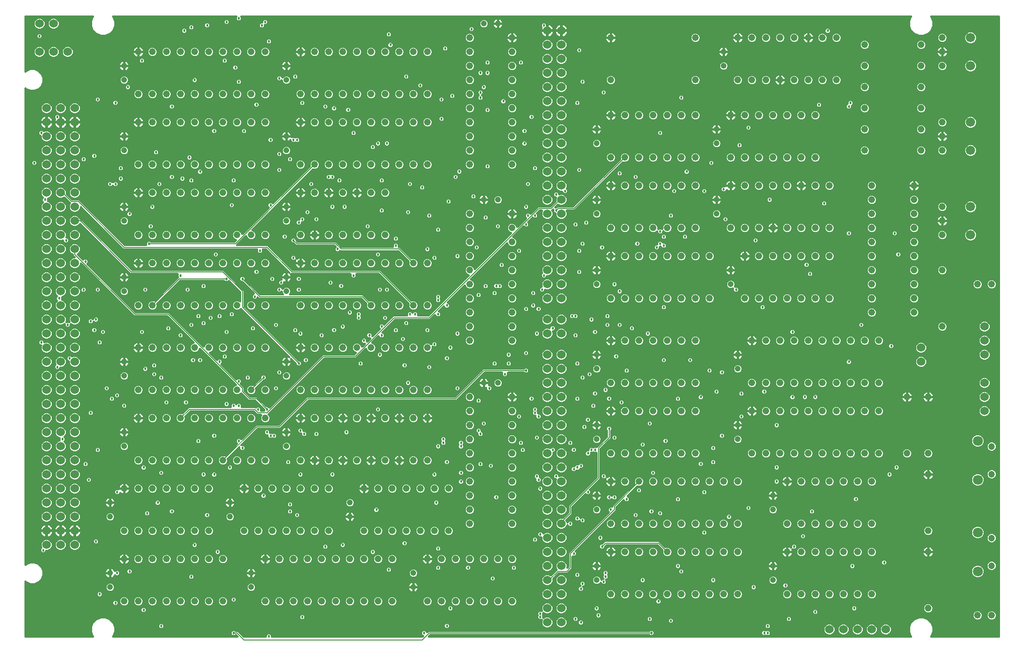
<source format=gbr>
G04 EAGLE Gerber RS-274X export*
G75*
%MOMM*%
%FSLAX34Y34*%
%LPD*%
%INCopper Layer 2*%
%IPPOS*%
%AMOC8*
5,1,8,0,0,1.08239X$1,22.5*%
G01*
%ADD10C,1.219200*%
%ADD11C,1.676400*%
%ADD12C,1.050000*%
%ADD13C,1.524000*%
%ADD14C,1.800000*%
%ADD15C,1.200000*%
%ADD16C,0.457200*%
%ADD17C,0.127000*%

G36*
X134220Y10670D02*
X134220Y10670D01*
X134229Y10669D01*
X134420Y10690D01*
X134611Y10709D01*
X134620Y10711D01*
X134629Y10712D01*
X134812Y10770D01*
X134996Y10827D01*
X135004Y10831D01*
X135013Y10834D01*
X135180Y10926D01*
X135350Y11019D01*
X135357Y11024D01*
X135365Y11029D01*
X135511Y11153D01*
X135660Y11276D01*
X135665Y11283D01*
X135672Y11289D01*
X135791Y11440D01*
X135912Y11590D01*
X135916Y11598D01*
X135922Y11605D01*
X136009Y11778D01*
X136097Y11947D01*
X136100Y11956D01*
X136104Y11964D01*
X136156Y12149D01*
X136209Y12334D01*
X136210Y12343D01*
X136212Y12352D01*
X136226Y12544D01*
X136242Y12736D01*
X136241Y12744D01*
X136241Y12753D01*
X136217Y12945D01*
X136195Y13135D01*
X136192Y13144D01*
X136191Y13153D01*
X136130Y13335D01*
X136070Y13518D01*
X136066Y13526D01*
X136063Y13535D01*
X135967Y13700D01*
X135872Y13869D01*
X135866Y13876D01*
X135862Y13883D01*
X135647Y14136D01*
X135605Y14178D01*
X132589Y21459D01*
X132589Y29341D01*
X135605Y36622D01*
X141178Y42195D01*
X148459Y45211D01*
X156341Y45211D01*
X163622Y42195D01*
X169195Y36622D01*
X172211Y29341D01*
X172211Y21459D01*
X169195Y14178D01*
X169153Y14136D01*
X169147Y14129D01*
X169140Y14124D01*
X169020Y13974D01*
X168898Y13825D01*
X168894Y13817D01*
X168888Y13810D01*
X168800Y13640D01*
X168709Y13469D01*
X168707Y13461D01*
X168703Y13453D01*
X168649Y13267D01*
X168594Y13083D01*
X168594Y13074D01*
X168591Y13066D01*
X168575Y12874D01*
X168558Y12682D01*
X168559Y12673D01*
X168558Y12664D01*
X168581Y12474D01*
X168601Y12282D01*
X168604Y12274D01*
X168605Y12265D01*
X168665Y12082D01*
X168723Y11898D01*
X168727Y11890D01*
X168730Y11882D01*
X168824Y11715D01*
X168918Y11546D01*
X168924Y11539D01*
X168928Y11531D01*
X169053Y11386D01*
X169178Y11239D01*
X169185Y11233D01*
X169191Y11227D01*
X169342Y11109D01*
X169494Y10989D01*
X169502Y10985D01*
X169509Y10980D01*
X169681Y10894D01*
X169853Y10807D01*
X169862Y10804D01*
X169870Y10800D01*
X170057Y10750D01*
X170241Y10699D01*
X170250Y10698D01*
X170258Y10696D01*
X170589Y10669D01*
X394482Y10669D01*
X394491Y10670D01*
X394500Y10669D01*
X394692Y10690D01*
X394883Y10709D01*
X394891Y10711D01*
X394900Y10712D01*
X395083Y10770D01*
X395268Y10827D01*
X395276Y10831D01*
X395284Y10834D01*
X395453Y10927D01*
X395622Y11019D01*
X395629Y11024D01*
X395637Y11029D01*
X395784Y11154D01*
X395931Y11276D01*
X395937Y11283D01*
X395944Y11289D01*
X396063Y11441D01*
X396183Y11590D01*
X396188Y11598D01*
X396193Y11605D01*
X396281Y11778D01*
X396369Y11947D01*
X396371Y11956D01*
X396375Y11964D01*
X396427Y12150D01*
X396480Y12334D01*
X396481Y12343D01*
X396483Y12352D01*
X396498Y12544D01*
X396513Y12736D01*
X396512Y12744D01*
X396513Y12753D01*
X396488Y12946D01*
X396466Y13135D01*
X396464Y13144D01*
X396462Y13153D01*
X396401Y13336D01*
X396341Y13518D01*
X396337Y13526D01*
X396334Y13534D01*
X396239Y13700D01*
X396144Y13869D01*
X396138Y13876D01*
X396133Y13883D01*
X395919Y14136D01*
X393506Y16549D01*
X393485Y16566D01*
X393467Y16587D01*
X393329Y16693D01*
X393194Y16804D01*
X393170Y16817D01*
X393149Y16833D01*
X392993Y16911D01*
X392838Y16993D01*
X392813Y17001D01*
X392789Y17013D01*
X392620Y17058D01*
X392452Y17108D01*
X392426Y17110D01*
X392400Y17117D01*
X392069Y17144D01*
X391316Y17144D01*
X391289Y17142D01*
X391262Y17144D01*
X391088Y17122D01*
X390915Y17104D01*
X390889Y17097D01*
X390863Y17093D01*
X390697Y17037D01*
X390530Y16986D01*
X390506Y16973D01*
X390481Y16965D01*
X390330Y16878D01*
X390176Y16794D01*
X390155Y16777D01*
X390132Y16764D01*
X389879Y16549D01*
X388823Y15493D01*
X385877Y15493D01*
X383793Y17577D01*
X383793Y20523D01*
X385877Y22607D01*
X388823Y22607D01*
X389879Y21551D01*
X389900Y21534D01*
X389917Y21513D01*
X390055Y21406D01*
X390191Y21296D01*
X390214Y21283D01*
X390236Y21267D01*
X390392Y21189D01*
X390546Y21107D01*
X390572Y21099D01*
X390596Y21087D01*
X390765Y21042D01*
X390932Y20992D01*
X390959Y20990D01*
X390985Y20983D01*
X391316Y20956D01*
X394489Y20956D01*
X404181Y11264D01*
X404202Y11247D01*
X404220Y11227D01*
X404358Y11119D01*
X404493Y11009D01*
X404517Y10996D01*
X404538Y10980D01*
X404695Y10902D01*
X404849Y10820D01*
X404874Y10812D01*
X404898Y10800D01*
X405068Y10755D01*
X405235Y10705D01*
X405261Y10703D01*
X405287Y10696D01*
X405618Y10669D01*
X445262Y10669D01*
X445280Y10671D01*
X445298Y10669D01*
X445480Y10690D01*
X445663Y10709D01*
X445680Y10714D01*
X445697Y10716D01*
X445872Y10773D01*
X446048Y10827D01*
X446063Y10835D01*
X446080Y10841D01*
X446240Y10931D01*
X446402Y11019D01*
X446415Y11030D01*
X446431Y11039D01*
X446570Y11159D01*
X446711Y11276D01*
X446722Y11290D01*
X446736Y11302D01*
X446848Y11447D01*
X446963Y11590D01*
X446971Y11606D01*
X446982Y11620D01*
X447064Y11785D01*
X447149Y11947D01*
X447154Y11964D01*
X447162Y11981D01*
X447209Y12159D01*
X447260Y12334D01*
X447262Y12352D01*
X447266Y12369D01*
X447293Y12700D01*
X447293Y14173D01*
X449377Y16257D01*
X452323Y16257D01*
X454407Y14173D01*
X454407Y12700D01*
X454409Y12682D01*
X454407Y12664D01*
X454428Y12482D01*
X454447Y12299D01*
X454452Y12282D01*
X454454Y12265D01*
X454511Y12090D01*
X454565Y11914D01*
X454573Y11899D01*
X454579Y11882D01*
X454669Y11722D01*
X454757Y11560D01*
X454768Y11547D01*
X454777Y11531D01*
X454897Y11392D01*
X455014Y11251D01*
X455028Y11240D01*
X455040Y11227D01*
X455185Y11114D01*
X455328Y10999D01*
X455344Y10991D01*
X455358Y10980D01*
X455523Y10898D01*
X455685Y10813D01*
X455702Y10808D01*
X455718Y10800D01*
X455897Y10753D01*
X456072Y10702D01*
X456090Y10700D01*
X456107Y10696D01*
X456438Y10669D01*
X727857Y10669D01*
X727884Y10671D01*
X727911Y10669D01*
X728084Y10691D01*
X728258Y10709D01*
X728283Y10717D01*
X728310Y10720D01*
X728476Y10775D01*
X728643Y10827D01*
X728666Y10840D01*
X728692Y10848D01*
X728843Y10935D01*
X728997Y11019D01*
X729017Y11036D01*
X729041Y11049D01*
X729294Y11264D01*
X730056Y12026D01*
X730061Y12033D01*
X730068Y12038D01*
X730188Y12187D01*
X730311Y12337D01*
X730315Y12345D01*
X730320Y12352D01*
X730408Y12521D01*
X730499Y12693D01*
X730502Y12702D01*
X730506Y12709D01*
X730559Y12893D01*
X730614Y13079D01*
X730615Y13088D01*
X730617Y13096D01*
X730633Y13287D01*
X730650Y13480D01*
X730650Y13489D01*
X730650Y13498D01*
X730628Y13687D01*
X730607Y13880D01*
X730604Y13889D01*
X730603Y13897D01*
X730544Y14080D01*
X730486Y14264D01*
X730481Y14272D01*
X730478Y14280D01*
X730383Y14449D01*
X730291Y14616D01*
X730285Y14623D01*
X730281Y14631D01*
X730155Y14776D01*
X730030Y14923D01*
X730023Y14929D01*
X730017Y14936D01*
X729866Y15053D01*
X729714Y15173D01*
X729706Y15177D01*
X729699Y15182D01*
X729526Y15269D01*
X729355Y15355D01*
X729347Y15358D01*
X729339Y15362D01*
X729150Y15412D01*
X728968Y15463D01*
X728959Y15464D01*
X728950Y15466D01*
X728791Y15479D01*
X726693Y17577D01*
X726693Y20523D01*
X728777Y22607D01*
X731723Y22607D01*
X733824Y20506D01*
X733828Y20470D01*
X733847Y20280D01*
X733849Y20272D01*
X733850Y20263D01*
X733909Y20078D01*
X733965Y19895D01*
X733969Y19887D01*
X733972Y19879D01*
X734065Y19711D01*
X734157Y19541D01*
X734162Y19534D01*
X734167Y19526D01*
X734291Y19379D01*
X734414Y19232D01*
X734421Y19226D01*
X734427Y19219D01*
X734579Y19100D01*
X734728Y18980D01*
X734736Y18975D01*
X734743Y18970D01*
X734916Y18882D01*
X735085Y18794D01*
X735094Y18792D01*
X735102Y18788D01*
X735288Y18736D01*
X735472Y18683D01*
X735481Y18682D01*
X735490Y18680D01*
X735683Y18665D01*
X735874Y18650D01*
X735882Y18651D01*
X735891Y18650D01*
X736084Y18674D01*
X736273Y18697D01*
X736282Y18699D01*
X736291Y18701D01*
X736473Y18762D01*
X736656Y18822D01*
X736664Y18826D01*
X736672Y18829D01*
X736839Y18925D01*
X737007Y19019D01*
X737014Y19025D01*
X737021Y19030D01*
X737274Y19244D01*
X737274Y19245D01*
X738986Y20956D01*
X1135859Y20956D01*
X1135886Y20958D01*
X1135913Y20956D01*
X1136087Y20978D01*
X1136260Y20996D01*
X1136285Y21003D01*
X1136312Y21007D01*
X1136478Y21062D01*
X1136645Y21114D01*
X1136668Y21127D01*
X1136694Y21135D01*
X1136845Y21222D01*
X1136999Y21306D01*
X1137019Y21323D01*
X1137043Y21336D01*
X1137296Y21551D01*
X1138352Y22607D01*
X1141298Y22607D01*
X1143382Y20523D01*
X1143382Y17577D01*
X1141298Y15493D01*
X1138352Y15493D01*
X1137296Y16549D01*
X1137275Y16566D01*
X1137257Y16587D01*
X1137120Y16694D01*
X1136984Y16804D01*
X1136961Y16817D01*
X1136939Y16833D01*
X1136782Y16911D01*
X1136628Y16993D01*
X1136603Y17001D01*
X1136579Y17013D01*
X1136409Y17058D01*
X1136243Y17108D01*
X1136216Y17110D01*
X1136190Y17117D01*
X1135859Y17144D01*
X741406Y17144D01*
X741379Y17142D01*
X741352Y17144D01*
X741179Y17122D01*
X741005Y17104D01*
X740980Y17097D01*
X740953Y17093D01*
X740787Y17038D01*
X740620Y16986D01*
X740597Y16973D01*
X740571Y16965D01*
X740420Y16878D01*
X740266Y16794D01*
X740246Y16777D01*
X740222Y16764D01*
X739969Y16549D01*
X737556Y14136D01*
X737551Y14129D01*
X737544Y14124D01*
X737424Y13974D01*
X737301Y13825D01*
X737297Y13817D01*
X737292Y13810D01*
X737203Y13639D01*
X737113Y13469D01*
X737110Y13461D01*
X737106Y13453D01*
X737053Y13267D01*
X736998Y13083D01*
X736997Y13074D01*
X736995Y13066D01*
X736979Y12874D01*
X736962Y12682D01*
X736963Y12673D01*
X736962Y12664D01*
X736984Y12475D01*
X737005Y12282D01*
X737008Y12273D01*
X737009Y12265D01*
X737068Y12083D01*
X737126Y11898D01*
X737131Y11890D01*
X737134Y11882D01*
X737229Y11713D01*
X737321Y11546D01*
X737327Y11539D01*
X737331Y11531D01*
X737457Y11385D01*
X737582Y11239D01*
X737589Y11233D01*
X737595Y11227D01*
X737746Y11109D01*
X737898Y10989D01*
X737906Y10985D01*
X737913Y10980D01*
X738085Y10894D01*
X738257Y10807D01*
X738265Y10804D01*
X738273Y10800D01*
X738460Y10750D01*
X738645Y10699D01*
X738653Y10698D01*
X738662Y10696D01*
X738993Y10669D01*
X1607411Y10669D01*
X1607420Y10670D01*
X1607429Y10669D01*
X1607620Y10690D01*
X1607811Y10709D01*
X1607820Y10711D01*
X1607829Y10712D01*
X1608012Y10770D01*
X1608196Y10827D01*
X1608204Y10831D01*
X1608213Y10834D01*
X1608380Y10926D01*
X1608550Y11019D01*
X1608557Y11024D01*
X1608565Y11029D01*
X1608711Y11153D01*
X1608860Y11276D01*
X1608865Y11283D01*
X1608872Y11289D01*
X1608991Y11440D01*
X1609112Y11590D01*
X1609116Y11598D01*
X1609122Y11605D01*
X1609209Y11778D01*
X1609297Y11947D01*
X1609300Y11956D01*
X1609304Y11964D01*
X1609356Y12149D01*
X1609409Y12334D01*
X1609410Y12343D01*
X1609412Y12352D01*
X1609426Y12544D01*
X1609442Y12736D01*
X1609441Y12744D01*
X1609441Y12753D01*
X1609417Y12945D01*
X1609395Y13135D01*
X1609392Y13144D01*
X1609391Y13153D01*
X1609330Y13335D01*
X1609270Y13518D01*
X1609266Y13526D01*
X1609263Y13535D01*
X1609167Y13700D01*
X1609072Y13869D01*
X1609066Y13876D01*
X1609062Y13883D01*
X1608847Y14136D01*
X1608805Y14178D01*
X1605789Y21459D01*
X1605789Y29341D01*
X1608805Y36622D01*
X1614378Y42195D01*
X1621659Y45211D01*
X1629541Y45211D01*
X1636822Y42195D01*
X1642395Y36622D01*
X1645411Y29341D01*
X1645411Y21459D01*
X1642395Y14178D01*
X1642353Y14136D01*
X1642347Y14129D01*
X1642340Y14124D01*
X1642220Y13974D01*
X1642098Y13825D01*
X1642094Y13817D01*
X1642088Y13810D01*
X1642000Y13640D01*
X1641909Y13469D01*
X1641907Y13461D01*
X1641903Y13453D01*
X1641849Y13267D01*
X1641794Y13083D01*
X1641794Y13074D01*
X1641791Y13066D01*
X1641775Y12874D01*
X1641758Y12682D01*
X1641759Y12673D01*
X1641758Y12664D01*
X1641781Y12474D01*
X1641801Y12282D01*
X1641804Y12274D01*
X1641805Y12265D01*
X1641865Y12082D01*
X1641923Y11898D01*
X1641927Y11890D01*
X1641930Y11882D01*
X1642024Y11715D01*
X1642118Y11546D01*
X1642124Y11539D01*
X1642128Y11531D01*
X1642253Y11386D01*
X1642378Y11239D01*
X1642385Y11233D01*
X1642391Y11227D01*
X1642542Y11109D01*
X1642694Y10989D01*
X1642702Y10985D01*
X1642709Y10980D01*
X1642881Y10894D01*
X1643053Y10807D01*
X1643062Y10804D01*
X1643070Y10800D01*
X1643257Y10750D01*
X1643441Y10699D01*
X1643450Y10698D01*
X1643458Y10696D01*
X1643789Y10669D01*
X1765300Y10669D01*
X1765318Y10671D01*
X1765336Y10669D01*
X1765518Y10690D01*
X1765701Y10709D01*
X1765718Y10714D01*
X1765735Y10716D01*
X1765910Y10773D01*
X1766086Y10827D01*
X1766101Y10835D01*
X1766118Y10841D01*
X1766278Y10931D01*
X1766440Y11019D01*
X1766453Y11030D01*
X1766469Y11039D01*
X1766608Y11159D01*
X1766749Y11276D01*
X1766760Y11290D01*
X1766774Y11302D01*
X1766886Y11447D01*
X1767001Y11590D01*
X1767009Y11606D01*
X1767020Y11620D01*
X1767102Y11785D01*
X1767187Y11947D01*
X1767192Y11964D01*
X1767200Y11981D01*
X1767247Y12159D01*
X1767298Y12334D01*
X1767300Y12352D01*
X1767304Y12369D01*
X1767331Y12700D01*
X1767331Y1130300D01*
X1767329Y1130318D01*
X1767331Y1130336D01*
X1767310Y1130518D01*
X1767291Y1130701D01*
X1767286Y1130718D01*
X1767284Y1130735D01*
X1767227Y1130910D01*
X1767173Y1131086D01*
X1767165Y1131101D01*
X1767159Y1131118D01*
X1767069Y1131278D01*
X1766981Y1131440D01*
X1766970Y1131453D01*
X1766961Y1131469D01*
X1766841Y1131608D01*
X1766724Y1131749D01*
X1766710Y1131760D01*
X1766698Y1131774D01*
X1766553Y1131886D01*
X1766410Y1132001D01*
X1766394Y1132009D01*
X1766380Y1132020D01*
X1766215Y1132102D01*
X1766053Y1132187D01*
X1766036Y1132192D01*
X1766020Y1132200D01*
X1765841Y1132247D01*
X1765666Y1132298D01*
X1765648Y1132300D01*
X1765631Y1132304D01*
X1765300Y1132331D01*
X1643789Y1132331D01*
X1643780Y1132330D01*
X1643771Y1132331D01*
X1643578Y1132310D01*
X1643389Y1132291D01*
X1643380Y1132289D01*
X1643371Y1132288D01*
X1643187Y1132229D01*
X1643004Y1132173D01*
X1642996Y1132169D01*
X1642987Y1132166D01*
X1642819Y1132073D01*
X1642650Y1131981D01*
X1642643Y1131976D01*
X1642635Y1131971D01*
X1642488Y1131847D01*
X1642340Y1131724D01*
X1642335Y1131717D01*
X1642328Y1131711D01*
X1642208Y1131559D01*
X1642088Y1131410D01*
X1642084Y1131402D01*
X1642078Y1131395D01*
X1641991Y1131222D01*
X1641903Y1131053D01*
X1641900Y1131044D01*
X1641896Y1131036D01*
X1641844Y1130850D01*
X1641791Y1130666D01*
X1641790Y1130657D01*
X1641788Y1130648D01*
X1641774Y1130455D01*
X1641758Y1130264D01*
X1641759Y1130256D01*
X1641759Y1130247D01*
X1641783Y1130054D01*
X1641805Y1129865D01*
X1641808Y1129856D01*
X1641809Y1129847D01*
X1641870Y1129665D01*
X1641930Y1129482D01*
X1641934Y1129474D01*
X1641937Y1129466D01*
X1642033Y1129299D01*
X1642128Y1129131D01*
X1642134Y1129124D01*
X1642138Y1129117D01*
X1642353Y1128864D01*
X1642395Y1128822D01*
X1645411Y1121541D01*
X1645411Y1113659D01*
X1642395Y1106378D01*
X1636822Y1100805D01*
X1629541Y1097789D01*
X1621659Y1097789D01*
X1614378Y1100805D01*
X1608805Y1106378D01*
X1605789Y1113659D01*
X1605789Y1121541D01*
X1608805Y1128822D01*
X1608847Y1128864D01*
X1608853Y1128871D01*
X1608860Y1128876D01*
X1608980Y1129026D01*
X1609102Y1129175D01*
X1609106Y1129183D01*
X1609112Y1129190D01*
X1609201Y1129361D01*
X1609291Y1129531D01*
X1609293Y1129539D01*
X1609297Y1129547D01*
X1609351Y1129733D01*
X1609406Y1129917D01*
X1609406Y1129926D01*
X1609409Y1129934D01*
X1609425Y1130126D01*
X1609442Y1130318D01*
X1609441Y1130327D01*
X1609442Y1130336D01*
X1609420Y1130525D01*
X1609399Y1130718D01*
X1609396Y1130727D01*
X1609395Y1130735D01*
X1609335Y1130917D01*
X1609277Y1131102D01*
X1609273Y1131110D01*
X1609270Y1131118D01*
X1609175Y1131287D01*
X1609082Y1131454D01*
X1609077Y1131461D01*
X1609072Y1131469D01*
X1608946Y1131615D01*
X1608822Y1131761D01*
X1608815Y1131767D01*
X1608809Y1131774D01*
X1608658Y1131891D01*
X1608506Y1132011D01*
X1608498Y1132015D01*
X1608491Y1132020D01*
X1608319Y1132106D01*
X1608147Y1132193D01*
X1608138Y1132196D01*
X1608130Y1132200D01*
X1607944Y1132250D01*
X1607759Y1132301D01*
X1607750Y1132302D01*
X1607742Y1132304D01*
X1607411Y1132331D01*
X401603Y1132331D01*
X401594Y1132330D01*
X401585Y1132331D01*
X401391Y1132310D01*
X401202Y1132291D01*
X401194Y1132289D01*
X401185Y1132288D01*
X401000Y1132229D01*
X400817Y1132173D01*
X400809Y1132169D01*
X400801Y1132166D01*
X400632Y1132073D01*
X400463Y1131981D01*
X400456Y1131976D01*
X400448Y1131971D01*
X400301Y1131847D01*
X400154Y1131724D01*
X400148Y1131717D01*
X400141Y1131711D01*
X400022Y1131559D01*
X399901Y1131410D01*
X399897Y1131402D01*
X399892Y1131395D01*
X399804Y1131222D01*
X399716Y1131053D01*
X399714Y1131044D01*
X399709Y1131036D01*
X399658Y1130850D01*
X399605Y1130666D01*
X399604Y1130657D01*
X399601Y1130648D01*
X399587Y1130455D01*
X399572Y1130264D01*
X399573Y1130256D01*
X399572Y1130247D01*
X399596Y1130054D01*
X399619Y1129865D01*
X399621Y1129856D01*
X399622Y1129847D01*
X399684Y1129665D01*
X399743Y1129482D01*
X399748Y1129474D01*
X399751Y1129466D01*
X399847Y1129299D01*
X399941Y1129131D01*
X399947Y1129124D01*
X399952Y1129117D01*
X400166Y1128864D01*
X400432Y1128598D01*
X400432Y1125652D01*
X398348Y1123568D01*
X395402Y1123568D01*
X393318Y1125652D01*
X393318Y1128598D01*
X393584Y1128864D01*
X393589Y1128871D01*
X393596Y1128876D01*
X393717Y1129026D01*
X393839Y1129175D01*
X393843Y1129183D01*
X393849Y1129190D01*
X393937Y1129361D01*
X394027Y1129531D01*
X394030Y1129539D01*
X394034Y1129547D01*
X394087Y1129733D01*
X394142Y1129917D01*
X394143Y1129926D01*
X394145Y1129934D01*
X394161Y1130126D01*
X394179Y1130318D01*
X394178Y1130327D01*
X394178Y1130336D01*
X394156Y1130525D01*
X394135Y1130718D01*
X394132Y1130727D01*
X394131Y1130735D01*
X394072Y1130917D01*
X394014Y1131102D01*
X394009Y1131110D01*
X394007Y1131118D01*
X393912Y1131287D01*
X393819Y1131454D01*
X393813Y1131461D01*
X393809Y1131469D01*
X393683Y1131615D01*
X393558Y1131761D01*
X393551Y1131767D01*
X393546Y1131774D01*
X393394Y1131891D01*
X393242Y1132011D01*
X393234Y1132015D01*
X393227Y1132020D01*
X393055Y1132106D01*
X392883Y1132193D01*
X392875Y1132196D01*
X392867Y1132200D01*
X392680Y1132250D01*
X392496Y1132301D01*
X392487Y1132302D01*
X392478Y1132304D01*
X392147Y1132331D01*
X170589Y1132331D01*
X170580Y1132330D01*
X170571Y1132331D01*
X170378Y1132310D01*
X170189Y1132291D01*
X170180Y1132289D01*
X170171Y1132288D01*
X169987Y1132229D01*
X169804Y1132173D01*
X169796Y1132169D01*
X169787Y1132166D01*
X169619Y1132073D01*
X169450Y1131981D01*
X169443Y1131976D01*
X169435Y1131971D01*
X169288Y1131847D01*
X169140Y1131724D01*
X169135Y1131717D01*
X169128Y1131711D01*
X169008Y1131559D01*
X168888Y1131410D01*
X168884Y1131402D01*
X168878Y1131395D01*
X168791Y1131222D01*
X168703Y1131053D01*
X168700Y1131044D01*
X168696Y1131036D01*
X168644Y1130850D01*
X168591Y1130666D01*
X168590Y1130657D01*
X168588Y1130648D01*
X168574Y1130455D01*
X168558Y1130264D01*
X168559Y1130256D01*
X168559Y1130247D01*
X168583Y1130054D01*
X168605Y1129865D01*
X168608Y1129856D01*
X168609Y1129847D01*
X168670Y1129665D01*
X168730Y1129482D01*
X168734Y1129474D01*
X168737Y1129466D01*
X168833Y1129299D01*
X168928Y1129131D01*
X168934Y1129124D01*
X168938Y1129117D01*
X169153Y1128864D01*
X169195Y1128822D01*
X172211Y1121541D01*
X172211Y1113659D01*
X169195Y1106378D01*
X163622Y1100805D01*
X156341Y1097789D01*
X148459Y1097789D01*
X141178Y1100805D01*
X135605Y1106378D01*
X132589Y1113659D01*
X132589Y1121541D01*
X135605Y1128822D01*
X135647Y1128864D01*
X135653Y1128871D01*
X135660Y1128876D01*
X135780Y1129026D01*
X135902Y1129175D01*
X135906Y1129183D01*
X135912Y1129190D01*
X136001Y1129361D01*
X136091Y1129531D01*
X136093Y1129539D01*
X136097Y1129547D01*
X136151Y1129733D01*
X136206Y1129917D01*
X136206Y1129926D01*
X136209Y1129934D01*
X136225Y1130126D01*
X136242Y1130318D01*
X136241Y1130327D01*
X136242Y1130336D01*
X136220Y1130525D01*
X136199Y1130718D01*
X136196Y1130727D01*
X136195Y1130735D01*
X136135Y1130917D01*
X136077Y1131102D01*
X136073Y1131110D01*
X136070Y1131118D01*
X135975Y1131287D01*
X135882Y1131454D01*
X135877Y1131461D01*
X135872Y1131469D01*
X135746Y1131615D01*
X135622Y1131761D01*
X135615Y1131767D01*
X135609Y1131774D01*
X135458Y1131891D01*
X135306Y1132011D01*
X135298Y1132015D01*
X135291Y1132020D01*
X135119Y1132106D01*
X134947Y1132193D01*
X134938Y1132196D01*
X134930Y1132200D01*
X134744Y1132250D01*
X134559Y1132301D01*
X134550Y1132302D01*
X134542Y1132304D01*
X134211Y1132331D01*
X12700Y1132331D01*
X12682Y1132329D01*
X12664Y1132331D01*
X12482Y1132310D01*
X12299Y1132291D01*
X12282Y1132286D01*
X12265Y1132284D01*
X12090Y1132227D01*
X11914Y1132173D01*
X11899Y1132165D01*
X11882Y1132159D01*
X11722Y1132069D01*
X11560Y1131981D01*
X11547Y1131970D01*
X11531Y1131961D01*
X11392Y1131841D01*
X11251Y1131724D01*
X11240Y1131710D01*
X11227Y1131698D01*
X11114Y1131553D01*
X10999Y1131410D01*
X10991Y1131394D01*
X10980Y1131380D01*
X10898Y1131215D01*
X10813Y1131053D01*
X10808Y1131036D01*
X10800Y1131020D01*
X10753Y1130841D01*
X10702Y1130666D01*
X10700Y1130648D01*
X10696Y1130631D01*
X10669Y1130300D01*
X10669Y1031382D01*
X10670Y1031374D01*
X10669Y1031365D01*
X10690Y1031172D01*
X10709Y1030982D01*
X10711Y1030973D01*
X10712Y1030964D01*
X10770Y1030782D01*
X10827Y1030597D01*
X10831Y1030589D01*
X10834Y1030580D01*
X10927Y1030412D01*
X11019Y1030243D01*
X11024Y1030236D01*
X11029Y1030228D01*
X11155Y1030079D01*
X11276Y1029934D01*
X11283Y1029928D01*
X11289Y1029921D01*
X11442Y1029800D01*
X11590Y1029681D01*
X11598Y1029677D01*
X11605Y1029672D01*
X11777Y1029584D01*
X11947Y1029496D01*
X11956Y1029493D01*
X11964Y1029489D01*
X12150Y1029437D01*
X12334Y1029384D01*
X12343Y1029384D01*
X12352Y1029381D01*
X12544Y1029367D01*
X12736Y1029351D01*
X12744Y1029352D01*
X12753Y1029352D01*
X12946Y1029376D01*
X13135Y1029398D01*
X13144Y1029401D01*
X13153Y1029402D01*
X13335Y1029464D01*
X13518Y1029523D01*
X13526Y1029528D01*
X13534Y1029530D01*
X13700Y1029626D01*
X13869Y1029721D01*
X13876Y1029727D01*
X13883Y1029731D01*
X14136Y1029946D01*
X15328Y1031138D01*
X21863Y1033845D01*
X28937Y1033845D01*
X35472Y1031138D01*
X40474Y1026136D01*
X43181Y1019601D01*
X43181Y1012527D01*
X40474Y1005992D01*
X35472Y1000990D01*
X28937Y998283D01*
X21863Y998283D01*
X15328Y1000990D01*
X14136Y1002182D01*
X14129Y1002188D01*
X14124Y1002194D01*
X13973Y1002316D01*
X13825Y1002437D01*
X13817Y1002441D01*
X13810Y1002447D01*
X13640Y1002535D01*
X13469Y1002626D01*
X13461Y1002628D01*
X13453Y1002632D01*
X13268Y1002685D01*
X13083Y1002740D01*
X13074Y1002741D01*
X13066Y1002744D01*
X12875Y1002759D01*
X12682Y1002777D01*
X12673Y1002776D01*
X12664Y1002777D01*
X12475Y1002754D01*
X12282Y1002733D01*
X12273Y1002731D01*
X12265Y1002730D01*
X12083Y1002670D01*
X11898Y1002612D01*
X11890Y1002608D01*
X11882Y1002605D01*
X11715Y1002511D01*
X11546Y1002417D01*
X11539Y1002411D01*
X11531Y1002407D01*
X11386Y1002282D01*
X11239Y1002157D01*
X11233Y1002150D01*
X11227Y1002144D01*
X11110Y1001993D01*
X10989Y1001841D01*
X10985Y1001833D01*
X10980Y1001826D01*
X10895Y1001655D01*
X10807Y1001482D01*
X10804Y1001473D01*
X10800Y1001465D01*
X10751Y1001280D01*
X10699Y1001094D01*
X10698Y1001085D01*
X10696Y1001076D01*
X10669Y1000746D01*
X10669Y142254D01*
X10670Y142246D01*
X10669Y142237D01*
X10690Y142045D01*
X10709Y141854D01*
X10711Y141845D01*
X10712Y141836D01*
X10770Y141654D01*
X10827Y141469D01*
X10831Y141461D01*
X10834Y141452D01*
X10927Y141284D01*
X11019Y141115D01*
X11024Y141108D01*
X11029Y141100D01*
X11154Y140952D01*
X11276Y140806D01*
X11283Y140800D01*
X11289Y140793D01*
X11441Y140673D01*
X11590Y140553D01*
X11598Y140549D01*
X11605Y140544D01*
X11777Y140456D01*
X11947Y140368D01*
X11956Y140365D01*
X11964Y140361D01*
X12150Y140309D01*
X12334Y140256D01*
X12343Y140256D01*
X12352Y140253D01*
X12544Y140239D01*
X12736Y140223D01*
X12744Y140224D01*
X12753Y140224D01*
X12946Y140248D01*
X13135Y140270D01*
X13144Y140273D01*
X13153Y140274D01*
X13336Y140336D01*
X13518Y140395D01*
X13526Y140400D01*
X13534Y140402D01*
X13700Y140498D01*
X13869Y140593D01*
X13876Y140599D01*
X13883Y140603D01*
X14136Y140818D01*
X15328Y142010D01*
X17376Y142858D01*
X21863Y144717D01*
X28937Y144717D01*
X35472Y142010D01*
X40474Y137008D01*
X43181Y130473D01*
X43181Y123399D01*
X40474Y116864D01*
X35472Y111862D01*
X28937Y109155D01*
X21863Y109155D01*
X15328Y111862D01*
X14136Y113054D01*
X14129Y113060D01*
X14124Y113066D01*
X13973Y113188D01*
X13825Y113309D01*
X13817Y113313D01*
X13810Y113319D01*
X13640Y113407D01*
X13469Y113498D01*
X13461Y113500D01*
X13453Y113504D01*
X13268Y113557D01*
X13083Y113612D01*
X13074Y113613D01*
X13066Y113616D01*
X12875Y113631D01*
X12682Y113649D01*
X12673Y113648D01*
X12664Y113649D01*
X12475Y113626D01*
X12282Y113605D01*
X12273Y113603D01*
X12265Y113602D01*
X12083Y113542D01*
X11898Y113484D01*
X11890Y113480D01*
X11882Y113477D01*
X11715Y113383D01*
X11546Y113289D01*
X11539Y113283D01*
X11531Y113279D01*
X11386Y113154D01*
X11239Y113029D01*
X11233Y113022D01*
X11227Y113016D01*
X11110Y112865D01*
X10989Y112713D01*
X10985Y112705D01*
X10980Y112698D01*
X10895Y112527D01*
X10807Y112354D01*
X10804Y112345D01*
X10800Y112337D01*
X10750Y112151D01*
X10699Y111966D01*
X10698Y111957D01*
X10696Y111948D01*
X10669Y111618D01*
X10669Y12700D01*
X10671Y12682D01*
X10669Y12664D01*
X10690Y12482D01*
X10709Y12299D01*
X10714Y12282D01*
X10716Y12265D01*
X10773Y12090D01*
X10827Y11914D01*
X10835Y11899D01*
X10841Y11882D01*
X10931Y11722D01*
X11019Y11560D01*
X11030Y11547D01*
X11039Y11531D01*
X11159Y11392D01*
X11276Y11251D01*
X11290Y11240D01*
X11302Y11227D01*
X11447Y11114D01*
X11590Y10999D01*
X11606Y10991D01*
X11620Y10980D01*
X11785Y10898D01*
X11947Y10813D01*
X11964Y10808D01*
X11981Y10800D01*
X12159Y10753D01*
X12334Y10702D01*
X12352Y10700D01*
X12369Y10696D01*
X12700Y10669D01*
X134211Y10669D01*
X134220Y10670D01*
G37*
%LPC*%
G36*
X290635Y399033D02*
X290635Y399033D01*
X287927Y400155D01*
X285855Y402227D01*
X284733Y404935D01*
X284733Y407865D01*
X285855Y410573D01*
X287927Y412645D01*
X290635Y413767D01*
X293565Y413767D01*
X294579Y413347D01*
X294600Y413341D01*
X294620Y413330D01*
X294793Y413282D01*
X294964Y413231D01*
X294986Y413228D01*
X295008Y413222D01*
X295187Y413209D01*
X295365Y413192D01*
X295387Y413195D01*
X295409Y413193D01*
X295588Y413216D01*
X295765Y413234D01*
X295787Y413241D01*
X295809Y413243D01*
X295978Y413300D01*
X296150Y413354D01*
X296169Y413365D01*
X296190Y413372D01*
X296346Y413461D01*
X296503Y413547D01*
X296520Y413561D01*
X296539Y413573D01*
X296792Y413787D01*
X305474Y422469D01*
X307186Y424181D01*
X381860Y424181D01*
X381870Y424182D01*
X381879Y424181D01*
X382068Y424201D01*
X382261Y424221D01*
X382270Y424223D01*
X382279Y424224D01*
X382460Y424282D01*
X382646Y424339D01*
X382654Y424343D01*
X382663Y424346D01*
X382830Y424438D01*
X383000Y424531D01*
X383007Y424536D01*
X383015Y424541D01*
X383161Y424665D01*
X383309Y424788D01*
X383315Y424795D01*
X383322Y424801D01*
X383441Y424952D01*
X383562Y425102D01*
X383566Y425110D01*
X383571Y425117D01*
X383659Y425290D01*
X383747Y425459D01*
X383750Y425468D01*
X383754Y425476D01*
X383805Y425662D01*
X383858Y425846D01*
X383859Y425855D01*
X383862Y425864D01*
X383875Y426054D01*
X383891Y426248D01*
X383890Y426257D01*
X383891Y426266D01*
X383867Y426454D01*
X383844Y426647D01*
X383842Y426656D01*
X383840Y426665D01*
X383793Y426806D01*
X383793Y430098D01*
X385877Y432182D01*
X388823Y432182D01*
X390676Y430329D01*
X390690Y430317D01*
X390702Y430304D01*
X390845Y430190D01*
X390988Y430074D01*
X391003Y430065D01*
X391017Y430054D01*
X391182Y429971D01*
X391343Y429885D01*
X391360Y429880D01*
X391376Y429872D01*
X391554Y429822D01*
X391729Y429770D01*
X391747Y429769D01*
X391764Y429764D01*
X391947Y429751D01*
X392130Y429734D01*
X392148Y429736D01*
X392166Y429735D01*
X392348Y429758D01*
X392531Y429777D01*
X392548Y429783D01*
X392565Y429785D01*
X392739Y429843D01*
X392914Y429899D01*
X392930Y429908D01*
X392947Y429913D01*
X393106Y430005D01*
X393267Y430094D01*
X393280Y430105D01*
X393296Y430114D01*
X393549Y430329D01*
X395402Y432182D01*
X398348Y432182D01*
X400432Y430098D01*
X400432Y426804D01*
X400425Y426781D01*
X400370Y426595D01*
X400369Y426586D01*
X400367Y426578D01*
X400351Y426386D01*
X400333Y426195D01*
X400334Y426185D01*
X400334Y426176D01*
X400356Y425987D01*
X400377Y425794D01*
X400379Y425786D01*
X400381Y425777D01*
X400440Y425594D01*
X400498Y425410D01*
X400503Y425402D01*
X400505Y425394D01*
X400600Y425226D01*
X400693Y425058D01*
X400699Y425051D01*
X400703Y425043D01*
X400829Y424898D01*
X400953Y424751D01*
X400961Y424745D01*
X400966Y424738D01*
X401118Y424621D01*
X401269Y424501D01*
X401277Y424497D01*
X401285Y424492D01*
X401457Y424406D01*
X401628Y424319D01*
X401637Y424316D01*
X401645Y424312D01*
X401832Y424262D01*
X402016Y424211D01*
X402025Y424210D01*
X402034Y424208D01*
X402365Y424181D01*
X426288Y424181D01*
X426333Y424144D01*
X426348Y424135D01*
X426363Y424124D01*
X426526Y424041D01*
X426688Y423955D01*
X426705Y423950D01*
X426721Y423942D01*
X426899Y423892D01*
X427074Y423840D01*
X427092Y423839D01*
X427109Y423834D01*
X427293Y423821D01*
X427475Y423804D01*
X427493Y423806D01*
X427511Y423805D01*
X427693Y423828D01*
X427876Y423847D01*
X427893Y423853D01*
X427910Y423855D01*
X428084Y423913D01*
X428259Y423969D01*
X428275Y423978D01*
X428292Y423983D01*
X428451Y424075D01*
X428612Y424164D01*
X428625Y424175D01*
X428641Y424184D01*
X428894Y424399D01*
X430327Y425832D01*
X433273Y425832D01*
X435357Y423748D01*
X435357Y420454D01*
X435349Y420429D01*
X435295Y420245D01*
X435294Y420236D01*
X435292Y420228D01*
X435276Y420036D01*
X435258Y419845D01*
X435259Y419835D01*
X435259Y419826D01*
X435281Y419637D01*
X435302Y419444D01*
X435304Y419436D01*
X435306Y419427D01*
X435365Y419245D01*
X435423Y419060D01*
X435428Y419052D01*
X435430Y419044D01*
X435525Y418876D01*
X435618Y418708D01*
X435624Y418701D01*
X435628Y418693D01*
X435754Y418548D01*
X435878Y418401D01*
X435886Y418395D01*
X435891Y418388D01*
X436043Y418271D01*
X436194Y418151D01*
X436202Y418147D01*
X436210Y418142D01*
X436382Y418056D01*
X436553Y417969D01*
X436562Y417966D01*
X436570Y417962D01*
X436758Y417912D01*
X436941Y417861D01*
X436950Y417860D01*
X436959Y417858D01*
X437290Y417831D01*
X442185Y417831D01*
X442195Y417832D01*
X442204Y417831D01*
X442393Y417851D01*
X442586Y417871D01*
X442595Y417873D01*
X442604Y417874D01*
X442785Y417932D01*
X442971Y417989D01*
X442979Y417993D01*
X442988Y417996D01*
X443155Y418088D01*
X443325Y418181D01*
X443332Y418186D01*
X443340Y418191D01*
X443485Y418314D01*
X443634Y418438D01*
X443640Y418445D01*
X443647Y418451D01*
X443766Y418602D01*
X443887Y418752D01*
X443891Y418760D01*
X443896Y418767D01*
X443984Y418940D01*
X444072Y419109D01*
X444075Y419118D01*
X444079Y419126D01*
X444130Y419312D01*
X444183Y419496D01*
X444184Y419505D01*
X444187Y419514D01*
X444200Y419703D01*
X444216Y419898D01*
X444215Y419907D01*
X444216Y419916D01*
X444192Y420106D01*
X444169Y420297D01*
X444167Y420306D01*
X444165Y420315D01*
X444118Y420456D01*
X444118Y422295D01*
X444116Y422322D01*
X444118Y422349D01*
X444096Y422522D01*
X444078Y422696D01*
X444071Y422721D01*
X444067Y422748D01*
X444012Y422914D01*
X443960Y423081D01*
X443947Y423104D01*
X443939Y423130D01*
X443852Y423281D01*
X443768Y423435D01*
X443751Y423455D01*
X443738Y423479D01*
X443523Y423732D01*
X428431Y438824D01*
X428410Y438841D01*
X428392Y438862D01*
X428254Y438969D01*
X428119Y439079D01*
X428095Y439092D01*
X428074Y439108D01*
X427917Y439186D01*
X427763Y439268D01*
X427738Y439276D01*
X427714Y439288D01*
X427544Y439333D01*
X427377Y439383D01*
X427351Y439385D01*
X427325Y439392D01*
X426994Y439419D01*
X415136Y439419D01*
X402173Y452382D01*
X402159Y452393D01*
X402147Y452407D01*
X402003Y452521D01*
X401861Y452637D01*
X401846Y452645D01*
X401832Y452657D01*
X401668Y452740D01*
X401506Y452826D01*
X401489Y452831D01*
X401473Y452839D01*
X401296Y452888D01*
X401120Y452941D01*
X401102Y452942D01*
X401085Y452947D01*
X400902Y452960D01*
X400719Y452977D01*
X400701Y452975D01*
X400683Y452976D01*
X400501Y452953D01*
X400318Y452934D01*
X400301Y452928D01*
X400284Y452926D01*
X400110Y452868D01*
X399935Y452812D01*
X399919Y452803D01*
X399902Y452798D01*
X399743Y452706D01*
X399582Y452617D01*
X399569Y452606D01*
X399553Y452597D01*
X399300Y452382D01*
X397873Y450955D01*
X395165Y449833D01*
X392235Y449833D01*
X389527Y450955D01*
X387455Y453027D01*
X386333Y455735D01*
X386333Y458665D01*
X387455Y461373D01*
X389527Y463445D01*
X392328Y464605D01*
X392339Y464612D01*
X392352Y464616D01*
X392517Y464706D01*
X392683Y464795D01*
X392693Y464804D01*
X392705Y464810D01*
X392847Y464932D01*
X392993Y465052D01*
X393001Y465062D01*
X393012Y465071D01*
X393128Y465219D01*
X393247Y465364D01*
X393253Y465376D01*
X393261Y465387D01*
X393346Y465554D01*
X393434Y465721D01*
X393437Y465734D01*
X393444Y465746D01*
X393494Y465927D01*
X393547Y466107D01*
X393548Y466121D01*
X393552Y466134D01*
X393565Y466322D01*
X393581Y466509D01*
X393580Y466522D01*
X393581Y466535D01*
X393557Y466722D01*
X393536Y466909D01*
X393532Y466921D01*
X393531Y466935D01*
X393471Y467112D01*
X393413Y467292D01*
X393407Y467304D01*
X393402Y467316D01*
X393308Y467480D01*
X393217Y467643D01*
X393208Y467654D01*
X393201Y467665D01*
X392987Y467918D01*
X328218Y532687D01*
X328208Y532695D01*
X328199Y532705D01*
X328052Y532822D01*
X327907Y532942D01*
X327895Y532948D01*
X327884Y532956D01*
X327717Y533042D01*
X327551Y533130D01*
X327538Y533134D01*
X327526Y533140D01*
X327346Y533191D01*
X327165Y533245D01*
X327152Y533246D01*
X327139Y533250D01*
X326953Y533264D01*
X326764Y533282D01*
X326751Y533280D01*
X326737Y533281D01*
X326553Y533259D01*
X326364Y533238D01*
X326351Y533234D01*
X326338Y533232D01*
X326160Y533174D01*
X325980Y533117D01*
X325968Y533110D01*
X325956Y533106D01*
X325792Y533012D01*
X325628Y532922D01*
X325618Y532913D01*
X325606Y532907D01*
X325462Y532782D01*
X325321Y532661D01*
X325312Y532651D01*
X325302Y532642D01*
X325188Y532493D01*
X325071Y532345D01*
X325065Y532333D01*
X325057Y532323D01*
X324905Y532028D01*
X323745Y529227D01*
X321673Y527155D01*
X318965Y526033D01*
X316035Y526033D01*
X313327Y527155D01*
X311255Y529227D01*
X310133Y531935D01*
X310133Y534865D01*
X311255Y537573D01*
X313327Y539645D01*
X316128Y540805D01*
X316139Y540812D01*
X316152Y540816D01*
X316317Y540906D01*
X316483Y540995D01*
X316493Y541004D01*
X316505Y541010D01*
X316647Y541132D01*
X316793Y541252D01*
X316801Y541262D01*
X316812Y541271D01*
X316928Y541419D01*
X317047Y541564D01*
X317053Y541576D01*
X317061Y541587D01*
X317146Y541754D01*
X317234Y541921D01*
X317237Y541934D01*
X317244Y541946D01*
X317294Y542127D01*
X317347Y542307D01*
X317348Y542321D01*
X317352Y542334D01*
X317365Y542522D01*
X317381Y542709D01*
X317380Y542722D01*
X317381Y542735D01*
X317357Y542922D01*
X317336Y543109D01*
X317332Y543121D01*
X317331Y543135D01*
X317271Y543312D01*
X317213Y543492D01*
X317207Y543504D01*
X317202Y543516D01*
X317108Y543680D01*
X317017Y543843D01*
X317008Y543854D01*
X317001Y543865D01*
X316787Y544118D01*
X269681Y591224D01*
X269660Y591241D01*
X269642Y591262D01*
X269504Y591369D01*
X269369Y591479D01*
X269345Y591492D01*
X269324Y591508D01*
X269167Y591586D01*
X269013Y591668D01*
X268988Y591676D01*
X268964Y591688D01*
X268794Y591733D01*
X268627Y591783D01*
X268601Y591785D01*
X268575Y591792D01*
X268244Y591819D01*
X208761Y591819D01*
X113958Y686622D01*
X113951Y686627D01*
X113946Y686634D01*
X113796Y686754D01*
X113647Y686877D01*
X113639Y686881D01*
X113632Y686886D01*
X113461Y686975D01*
X113291Y687065D01*
X113283Y687068D01*
X113275Y687072D01*
X113089Y687125D01*
X112905Y687180D01*
X112896Y687181D01*
X112888Y687183D01*
X112696Y687199D01*
X112504Y687216D01*
X112495Y687216D01*
X112486Y687216D01*
X112297Y687194D01*
X112104Y687173D01*
X112095Y687170D01*
X112087Y687169D01*
X111905Y687110D01*
X111720Y687052D01*
X111712Y687047D01*
X111704Y687044D01*
X111535Y686949D01*
X111368Y686857D01*
X111361Y686851D01*
X111353Y686847D01*
X111207Y686721D01*
X111061Y686596D01*
X111055Y686589D01*
X111048Y686583D01*
X110931Y686432D01*
X110811Y686280D01*
X110807Y686272D01*
X110802Y686265D01*
X110716Y686093D01*
X110629Y685921D01*
X110626Y685913D01*
X110622Y685905D01*
X110572Y685718D01*
X110521Y685534D01*
X110520Y685525D01*
X110518Y685516D01*
X110491Y685185D01*
X110491Y684031D01*
X109137Y680764D01*
X106636Y678263D01*
X103369Y676909D01*
X99831Y676909D01*
X96564Y678263D01*
X94063Y680764D01*
X92709Y684031D01*
X92709Y687569D01*
X94063Y690836D01*
X96564Y693337D01*
X99831Y694691D01*
X100985Y694691D01*
X100994Y694692D01*
X101003Y694691D01*
X101195Y694712D01*
X101386Y694731D01*
X101394Y694733D01*
X101403Y694734D01*
X101586Y694792D01*
X101771Y694849D01*
X101779Y694853D01*
X101787Y694856D01*
X101956Y694949D01*
X102125Y695041D01*
X102132Y695046D01*
X102140Y695051D01*
X102287Y695176D01*
X102434Y695298D01*
X102440Y695305D01*
X102447Y695311D01*
X102567Y695463D01*
X102686Y695612D01*
X102691Y695620D01*
X102696Y695627D01*
X102784Y695800D01*
X102872Y695969D01*
X102874Y695978D01*
X102878Y695986D01*
X102930Y696170D01*
X102983Y696356D01*
X102984Y696365D01*
X102986Y696374D01*
X103001Y696566D01*
X103016Y696758D01*
X103015Y696766D01*
X103016Y696775D01*
X102992Y696966D01*
X102969Y697157D01*
X102967Y697166D01*
X102965Y697175D01*
X102904Y697356D01*
X102844Y697540D01*
X102840Y697548D01*
X102837Y697556D01*
X102741Y697724D01*
X102647Y697891D01*
X102641Y697898D01*
X102636Y697905D01*
X102422Y698158D01*
X101406Y699174D01*
X99694Y700886D01*
X99694Y701009D01*
X99692Y701031D01*
X99694Y701053D01*
X99672Y701231D01*
X99654Y701410D01*
X99648Y701431D01*
X99645Y701453D01*
X99589Y701622D01*
X99536Y701794D01*
X99526Y701814D01*
X99519Y701835D01*
X99430Y701991D01*
X99344Y702148D01*
X99330Y702166D01*
X99319Y702185D01*
X99201Y702320D01*
X99087Y702458D01*
X99069Y702472D01*
X99055Y702489D01*
X98913Y702598D01*
X98773Y702710D01*
X98753Y702720D01*
X98735Y702734D01*
X98440Y702886D01*
X96564Y703663D01*
X94063Y706164D01*
X92709Y709431D01*
X92709Y712969D01*
X94063Y716236D01*
X96564Y718737D01*
X98968Y719733D01*
X99831Y720091D01*
X103369Y720091D01*
X106636Y718737D01*
X109137Y716236D01*
X110491Y712969D01*
X110491Y709431D01*
X109137Y706164D01*
X106636Y703663D01*
X106384Y703558D01*
X106372Y703552D01*
X106359Y703548D01*
X106194Y703457D01*
X106029Y703368D01*
X106019Y703360D01*
X106007Y703353D01*
X105864Y703232D01*
X105719Y703112D01*
X105710Y703101D01*
X105700Y703093D01*
X105583Y702944D01*
X105465Y702799D01*
X105459Y702787D01*
X105450Y702777D01*
X105365Y702609D01*
X105278Y702443D01*
X105274Y702430D01*
X105268Y702418D01*
X105218Y702237D01*
X105165Y702056D01*
X105164Y702043D01*
X105160Y702030D01*
X105146Y701842D01*
X105130Y701655D01*
X105132Y701642D01*
X105131Y701628D01*
X105154Y701441D01*
X105175Y701255D01*
X105179Y701242D01*
X105181Y701229D01*
X105241Y701051D01*
X105298Y700872D01*
X105305Y700860D01*
X105309Y700847D01*
X105403Y700684D01*
X105495Y700520D01*
X105503Y700510D01*
X105510Y700498D01*
X105725Y700245D01*
X114871Y691099D01*
X114885Y691088D01*
X114897Y691074D01*
X115041Y690960D01*
X115183Y690844D01*
X115198Y690835D01*
X115213Y690824D01*
X115377Y690741D01*
X115538Y690655D01*
X115555Y690650D01*
X115571Y690642D01*
X115749Y690593D01*
X115924Y690540D01*
X115942Y690539D01*
X115959Y690534D01*
X116143Y690521D01*
X116325Y690504D01*
X116343Y690506D01*
X116361Y690505D01*
X116543Y690528D01*
X116726Y690547D01*
X116743Y690553D01*
X116760Y690555D01*
X116934Y690613D01*
X117109Y690669D01*
X117125Y690678D01*
X117142Y690683D01*
X117301Y690775D01*
X117462Y690864D01*
X117475Y690875D01*
X117491Y690884D01*
X117744Y691099D01*
X119177Y692532D01*
X122123Y692532D01*
X124207Y690448D01*
X124207Y687502D01*
X122774Y686069D01*
X122763Y686055D01*
X122749Y686044D01*
X122635Y685899D01*
X122519Y685757D01*
X122510Y685742D01*
X122499Y685728D01*
X122416Y685563D01*
X122330Y685402D01*
X122325Y685385D01*
X122317Y685369D01*
X122267Y685191D01*
X122215Y685016D01*
X122214Y684998D01*
X122209Y684981D01*
X122196Y684798D01*
X122179Y684615D01*
X122181Y684597D01*
X122180Y684579D01*
X122203Y684397D01*
X122222Y684215D01*
X122228Y684197D01*
X122230Y684180D01*
X122288Y684006D01*
X122344Y683831D01*
X122353Y683815D01*
X122358Y683798D01*
X122450Y683639D01*
X122539Y683478D01*
X122550Y683465D01*
X122559Y683449D01*
X122774Y683196D01*
X209744Y596226D01*
X209765Y596209D01*
X209783Y596188D01*
X209921Y596081D01*
X210056Y595971D01*
X210080Y595958D01*
X210101Y595942D01*
X210258Y595864D01*
X210412Y595782D01*
X210437Y595774D01*
X210461Y595762D01*
X210631Y595717D01*
X210798Y595667D01*
X210824Y595665D01*
X210850Y595658D01*
X211181Y595631D01*
X270664Y595631D01*
X272375Y593920D01*
X272376Y593919D01*
X332182Y534113D01*
X332192Y534105D01*
X332201Y534095D01*
X332348Y533977D01*
X332493Y533858D01*
X332505Y533852D01*
X332516Y533844D01*
X332683Y533758D01*
X332849Y533670D01*
X332862Y533666D01*
X332874Y533660D01*
X333054Y533609D01*
X333235Y533555D01*
X333248Y533554D01*
X333261Y533550D01*
X333447Y533536D01*
X333636Y533518D01*
X333649Y533520D01*
X333663Y533519D01*
X333847Y533541D01*
X334036Y533562D01*
X334049Y533566D01*
X334062Y533568D01*
X334239Y533626D01*
X334420Y533683D01*
X334432Y533690D01*
X334444Y533694D01*
X334608Y533788D01*
X334772Y533878D01*
X334782Y533887D01*
X334794Y533893D01*
X334937Y534018D01*
X335079Y534139D01*
X335088Y534149D01*
X335098Y534158D01*
X335212Y534306D01*
X335329Y534455D01*
X335335Y534467D01*
X335343Y534477D01*
X335495Y534772D01*
X336655Y537573D01*
X338727Y539645D01*
X341435Y540767D01*
X344365Y540767D01*
X347073Y539645D01*
X349145Y537573D01*
X350267Y534865D01*
X350267Y531935D01*
X349145Y529227D01*
X347073Y527155D01*
X344272Y525995D01*
X344261Y525988D01*
X344248Y525984D01*
X344083Y525894D01*
X343917Y525805D01*
X343907Y525796D01*
X343895Y525790D01*
X343753Y525668D01*
X343607Y525548D01*
X343599Y525538D01*
X343588Y525529D01*
X343472Y525381D01*
X343353Y525236D01*
X343347Y525224D01*
X343339Y525213D01*
X343253Y525045D01*
X343166Y524879D01*
X343163Y524866D01*
X343156Y524854D01*
X343106Y524673D01*
X343053Y524493D01*
X343052Y524479D01*
X343048Y524466D01*
X343035Y524278D01*
X343019Y524091D01*
X343020Y524078D01*
X343019Y524065D01*
X343043Y523878D01*
X343064Y523691D01*
X343068Y523679D01*
X343069Y523665D01*
X343129Y523488D01*
X343187Y523308D01*
X343193Y523296D01*
X343198Y523284D01*
X343292Y523120D01*
X343383Y522957D01*
X343392Y522946D01*
X343399Y522935D01*
X343613Y522682D01*
X356171Y510124D01*
X356185Y510113D01*
X356197Y510099D01*
X356341Y509985D01*
X356483Y509869D01*
X356498Y509860D01*
X356513Y509849D01*
X356677Y509766D01*
X356838Y509680D01*
X356855Y509675D01*
X356871Y509667D01*
X357049Y509618D01*
X357224Y509565D01*
X357242Y509564D01*
X357259Y509559D01*
X357443Y509546D01*
X357625Y509529D01*
X357643Y509531D01*
X357661Y509530D01*
X357843Y509553D01*
X358026Y509572D01*
X358043Y509578D01*
X358060Y509580D01*
X358234Y509638D01*
X358409Y509694D01*
X358425Y509703D01*
X358442Y509708D01*
X358601Y509800D01*
X358762Y509889D01*
X358775Y509900D01*
X358791Y509909D01*
X359044Y510124D01*
X360477Y511557D01*
X363423Y511557D01*
X365507Y509473D01*
X365507Y506527D01*
X364074Y505094D01*
X364063Y505080D01*
X364049Y505069D01*
X363935Y504924D01*
X363819Y504782D01*
X363810Y504767D01*
X363799Y504753D01*
X363716Y504588D01*
X363630Y504427D01*
X363625Y504410D01*
X363617Y504394D01*
X363568Y504216D01*
X363515Y504041D01*
X363514Y504023D01*
X363509Y504006D01*
X363496Y503823D01*
X363479Y503640D01*
X363481Y503622D01*
X363480Y503604D01*
X363503Y503422D01*
X363522Y503240D01*
X363528Y503222D01*
X363530Y503205D01*
X363588Y503031D01*
X363644Y502856D01*
X363653Y502840D01*
X363658Y502823D01*
X363751Y502663D01*
X363839Y502503D01*
X363850Y502490D01*
X363859Y502474D01*
X364074Y502221D01*
X391096Y475199D01*
X391110Y475188D01*
X391122Y475174D01*
X391266Y475060D01*
X391408Y474944D01*
X391423Y474935D01*
X391438Y474924D01*
X391602Y474841D01*
X391763Y474755D01*
X391780Y474750D01*
X391796Y474742D01*
X391974Y474693D01*
X392149Y474640D01*
X392167Y474639D01*
X392184Y474634D01*
X392368Y474621D01*
X392550Y474604D01*
X392568Y474606D01*
X392586Y474605D01*
X392768Y474628D01*
X392951Y474647D01*
X392968Y474653D01*
X392985Y474655D01*
X393159Y474713D01*
X393334Y474769D01*
X393350Y474778D01*
X393367Y474783D01*
X393526Y474875D01*
X393687Y474964D01*
X393700Y474975D01*
X393716Y474984D01*
X393969Y475199D01*
X395402Y476632D01*
X398348Y476632D01*
X400432Y474548D01*
X400432Y471602D01*
X398999Y470169D01*
X398987Y470155D01*
X398974Y470143D01*
X398860Y470000D01*
X398744Y469857D01*
X398735Y469842D01*
X398724Y469828D01*
X398641Y469663D01*
X398555Y469502D01*
X398550Y469485D01*
X398542Y469469D01*
X398492Y469291D01*
X398440Y469116D01*
X398439Y469098D01*
X398434Y469081D01*
X398421Y468898D01*
X398404Y468715D01*
X398406Y468697D01*
X398405Y468679D01*
X398428Y468497D01*
X398447Y468315D01*
X398453Y468297D01*
X398455Y468280D01*
X398513Y468106D01*
X398569Y467931D01*
X398578Y467915D01*
X398583Y467898D01*
X398675Y467739D01*
X398764Y467578D01*
X398775Y467565D01*
X398784Y467549D01*
X398999Y467296D01*
X405131Y461164D01*
X405131Y455656D01*
X405133Y455629D01*
X405131Y455602D01*
X405153Y455429D01*
X405171Y455255D01*
X405178Y455230D01*
X405182Y455203D01*
X405238Y455036D01*
X405289Y454870D01*
X405302Y454847D01*
X405310Y454821D01*
X405398Y454669D01*
X405481Y454516D01*
X405498Y454496D01*
X405511Y454472D01*
X405726Y454219D01*
X416119Y443826D01*
X416140Y443809D01*
X416158Y443788D01*
X416296Y443681D01*
X416431Y443571D01*
X416455Y443558D01*
X416476Y443542D01*
X416633Y443464D01*
X416787Y443382D01*
X416812Y443374D01*
X416836Y443362D01*
X417006Y443317D01*
X417173Y443267D01*
X417199Y443265D01*
X417225Y443258D01*
X417556Y443231D01*
X429414Y443231D01*
X446218Y426427D01*
X446239Y426410D01*
X446257Y426389D01*
X446395Y426282D01*
X446530Y426172D01*
X446554Y426159D01*
X446575Y426143D01*
X446732Y426065D01*
X446886Y425983D01*
X446911Y425975D01*
X446935Y425963D01*
X447105Y425918D01*
X447272Y425868D01*
X447298Y425866D01*
X447324Y425859D01*
X447655Y425832D01*
X449148Y425832D01*
X450581Y424399D01*
X450595Y424388D01*
X450606Y424374D01*
X450751Y424260D01*
X450893Y424144D01*
X450908Y424135D01*
X450922Y424124D01*
X451086Y424041D01*
X451248Y423955D01*
X451265Y423950D01*
X451281Y423942D01*
X451458Y423893D01*
X451634Y423840D01*
X451652Y423839D01*
X451669Y423834D01*
X451852Y423821D01*
X452035Y423804D01*
X452053Y423806D01*
X452071Y423805D01*
X452253Y423828D01*
X452435Y423847D01*
X452452Y423853D01*
X452470Y423855D01*
X452644Y423913D01*
X452819Y423969D01*
X452835Y423978D01*
X452852Y423983D01*
X453011Y424075D01*
X453172Y424164D01*
X453185Y424175D01*
X453201Y424184D01*
X453454Y424399D01*
X548486Y519431D01*
X604794Y519431D01*
X604821Y519433D01*
X604848Y519431D01*
X605021Y519453D01*
X605195Y519471D01*
X605220Y519478D01*
X605247Y519482D01*
X605412Y519537D01*
X605580Y519589D01*
X605603Y519602D01*
X605629Y519610D01*
X605780Y519697D01*
X605934Y519781D01*
X605954Y519798D01*
X605978Y519811D01*
X606231Y520026D01*
X608887Y522682D01*
X608895Y522692D01*
X608905Y522701D01*
X609023Y522848D01*
X609142Y522993D01*
X609148Y523005D01*
X609156Y523016D01*
X609242Y523182D01*
X609330Y523349D01*
X609334Y523362D01*
X609340Y523374D01*
X609391Y523553D01*
X609445Y523735D01*
X609446Y523748D01*
X609450Y523761D01*
X609464Y523945D01*
X609482Y524136D01*
X609480Y524149D01*
X609481Y524163D01*
X609459Y524347D01*
X609438Y524536D01*
X609434Y524549D01*
X609432Y524562D01*
X609374Y524738D01*
X609317Y524920D01*
X609310Y524932D01*
X609306Y524944D01*
X609213Y525108D01*
X609122Y525272D01*
X609113Y525282D01*
X609107Y525294D01*
X608982Y525437D01*
X608861Y525579D01*
X608851Y525588D01*
X608842Y525598D01*
X608693Y525712D01*
X608545Y525829D01*
X608533Y525835D01*
X608523Y525843D01*
X608228Y525995D01*
X605427Y527155D01*
X603355Y529227D01*
X602233Y531935D01*
X602233Y534865D01*
X603355Y537573D01*
X605427Y539645D01*
X608135Y540767D01*
X611065Y540767D01*
X613773Y539645D01*
X615845Y537573D01*
X617005Y534772D01*
X617012Y534761D01*
X617016Y534748D01*
X617106Y534583D01*
X617195Y534417D01*
X617204Y534407D01*
X617210Y534395D01*
X617332Y534253D01*
X617452Y534107D01*
X617462Y534099D01*
X617471Y534088D01*
X617619Y533972D01*
X617764Y533853D01*
X617776Y533847D01*
X617787Y533839D01*
X617955Y533753D01*
X618121Y533666D01*
X618134Y533663D01*
X618146Y533656D01*
X618327Y533606D01*
X618507Y533553D01*
X618521Y533552D01*
X618534Y533548D01*
X618722Y533535D01*
X618909Y533519D01*
X618922Y533520D01*
X618935Y533519D01*
X619122Y533543D01*
X619309Y533564D01*
X619321Y533568D01*
X619335Y533569D01*
X619512Y533629D01*
X619692Y533687D01*
X619704Y533693D01*
X619716Y533698D01*
X619880Y533792D01*
X620043Y533883D01*
X620054Y533892D01*
X620065Y533899D01*
X620318Y534113D01*
X625281Y539076D01*
X625286Y539083D01*
X625293Y539088D01*
X625413Y539238D01*
X625536Y539387D01*
X625540Y539395D01*
X625545Y539402D01*
X625634Y539573D01*
X625724Y539743D01*
X625727Y539751D01*
X625731Y539759D01*
X625784Y539945D01*
X625839Y540129D01*
X625840Y540138D01*
X625842Y540146D01*
X625858Y540338D01*
X625875Y540530D01*
X625875Y540539D01*
X625875Y540548D01*
X625853Y540737D01*
X625832Y540930D01*
X625829Y540939D01*
X625828Y540947D01*
X625769Y541129D01*
X625711Y541314D01*
X625706Y541322D01*
X625703Y541330D01*
X625609Y541498D01*
X625516Y541666D01*
X625510Y541673D01*
X625506Y541681D01*
X625380Y541827D01*
X625255Y541973D01*
X625248Y541979D01*
X625242Y541986D01*
X625091Y542103D01*
X624939Y542223D01*
X624931Y542227D01*
X624924Y542232D01*
X624752Y542318D01*
X624580Y542405D01*
X624572Y542408D01*
X624564Y542412D01*
X624377Y542462D01*
X624193Y542513D01*
X624184Y542514D01*
X624175Y542516D01*
X623844Y542543D01*
X620827Y542543D01*
X618743Y544627D01*
X618743Y547573D01*
X620827Y549657D01*
X623773Y549657D01*
X625857Y547573D01*
X625857Y544556D01*
X625858Y544547D01*
X625857Y544538D01*
X625878Y544345D01*
X625897Y544155D01*
X625899Y544147D01*
X625900Y544138D01*
X625959Y543953D01*
X626015Y543770D01*
X626019Y543762D01*
X626022Y543754D01*
X626115Y543586D01*
X626207Y543416D01*
X626212Y543409D01*
X626217Y543401D01*
X626341Y543254D01*
X626464Y543107D01*
X626471Y543101D01*
X626477Y543094D01*
X626629Y542975D01*
X626778Y542855D01*
X626786Y542850D01*
X626793Y542845D01*
X626966Y542757D01*
X627135Y542669D01*
X627144Y542667D01*
X627152Y542663D01*
X627338Y542611D01*
X627522Y542558D01*
X627531Y542557D01*
X627540Y542555D01*
X627733Y542540D01*
X627924Y542525D01*
X627932Y542526D01*
X627941Y542525D01*
X628134Y542549D01*
X628323Y542572D01*
X628332Y542574D01*
X628341Y542576D01*
X628523Y542637D01*
X628706Y542697D01*
X628714Y542701D01*
X628722Y542704D01*
X628889Y542800D01*
X629057Y542894D01*
X629064Y542900D01*
X629071Y542905D01*
X629324Y543119D01*
X634806Y548601D01*
X634811Y548608D01*
X634818Y548613D01*
X634938Y548763D01*
X635061Y548912D01*
X635065Y548920D01*
X635070Y548927D01*
X635159Y549097D01*
X635249Y549268D01*
X635252Y549276D01*
X635256Y549284D01*
X635309Y549470D01*
X635364Y549654D01*
X635365Y549663D01*
X635367Y549671D01*
X635383Y549863D01*
X635400Y550055D01*
X635400Y550064D01*
X635400Y550073D01*
X635378Y550262D01*
X635357Y550455D01*
X635354Y550464D01*
X635353Y550472D01*
X635294Y550654D01*
X635236Y550839D01*
X635231Y550847D01*
X635228Y550855D01*
X635133Y551024D01*
X635041Y551191D01*
X635035Y551198D01*
X635031Y551206D01*
X634905Y551352D01*
X634780Y551498D01*
X634773Y551504D01*
X634767Y551511D01*
X634616Y551628D01*
X634464Y551748D01*
X634456Y551752D01*
X634449Y551757D01*
X634277Y551843D01*
X634105Y551930D01*
X634097Y551933D01*
X634089Y551937D01*
X633902Y551987D01*
X633718Y552038D01*
X633709Y552039D01*
X633700Y552041D01*
X633369Y552068D01*
X630352Y552068D01*
X628268Y554152D01*
X628268Y557098D01*
X630352Y559182D01*
X633298Y559182D01*
X635382Y557098D01*
X635382Y554081D01*
X635383Y554072D01*
X635382Y554063D01*
X635403Y553870D01*
X635422Y553680D01*
X635424Y553672D01*
X635425Y553663D01*
X635483Y553479D01*
X635540Y553295D01*
X635544Y553287D01*
X635547Y553279D01*
X635639Y553111D01*
X635732Y552941D01*
X635737Y552934D01*
X635742Y552926D01*
X635866Y552779D01*
X635989Y552632D01*
X635996Y552626D01*
X636002Y552619D01*
X636154Y552500D01*
X636303Y552380D01*
X636311Y552375D01*
X636318Y552370D01*
X636491Y552282D01*
X636660Y552194D01*
X636669Y552192D01*
X636677Y552188D01*
X636863Y552136D01*
X637047Y552083D01*
X637056Y552082D01*
X637065Y552080D01*
X637258Y552065D01*
X637449Y552050D01*
X637457Y552051D01*
X637466Y552050D01*
X637659Y552074D01*
X637848Y552097D01*
X637857Y552099D01*
X637866Y552101D01*
X638049Y552162D01*
X638231Y552222D01*
X638239Y552226D01*
X638247Y552229D01*
X638414Y552325D01*
X638582Y552419D01*
X638589Y552425D01*
X638596Y552430D01*
X638849Y552644D01*
X651926Y565721D01*
X651937Y565735D01*
X651951Y565747D01*
X652065Y565891D01*
X652181Y566033D01*
X652190Y566049D01*
X652201Y566063D01*
X652284Y566227D01*
X652370Y566388D01*
X652375Y566406D01*
X652383Y566422D01*
X652432Y566599D01*
X652485Y566774D01*
X652486Y566792D01*
X652491Y566809D01*
X652504Y566992D01*
X652521Y567175D01*
X652519Y567193D01*
X652520Y567211D01*
X652497Y567393D01*
X652478Y567576D01*
X652472Y567593D01*
X652470Y567610D01*
X652411Y567785D01*
X652356Y567959D01*
X652347Y567975D01*
X652342Y567992D01*
X652250Y568151D01*
X652161Y568312D01*
X652150Y568325D01*
X652141Y568341D01*
X651926Y568594D01*
X650493Y570027D01*
X650493Y572973D01*
X652577Y575057D01*
X655523Y575057D01*
X656956Y573624D01*
X656970Y573613D01*
X656981Y573599D01*
X657126Y573485D01*
X657268Y573369D01*
X657283Y573360D01*
X657297Y573349D01*
X657461Y573266D01*
X657623Y573180D01*
X657640Y573175D01*
X657656Y573167D01*
X657833Y573118D01*
X658009Y573065D01*
X658027Y573064D01*
X658044Y573059D01*
X658227Y573046D01*
X658410Y573029D01*
X658428Y573031D01*
X658446Y573030D01*
X658628Y573053D01*
X658810Y573072D01*
X658827Y573078D01*
X658845Y573080D01*
X659019Y573138D01*
X659194Y573194D01*
X659210Y573203D01*
X659227Y573208D01*
X659386Y573300D01*
X659547Y573389D01*
X659560Y573400D01*
X659576Y573409D01*
X659829Y573624D01*
X675486Y589281D01*
X699360Y589281D01*
X699370Y589282D01*
X699379Y589281D01*
X699568Y589301D01*
X699761Y589321D01*
X699770Y589323D01*
X699779Y589324D01*
X699960Y589382D01*
X700146Y589439D01*
X700154Y589443D01*
X700163Y589446D01*
X700330Y589538D01*
X700500Y589631D01*
X700507Y589636D01*
X700515Y589641D01*
X700661Y589765D01*
X700809Y589888D01*
X700815Y589895D01*
X700822Y589901D01*
X700941Y590052D01*
X701062Y590202D01*
X701066Y590210D01*
X701071Y590217D01*
X701159Y590390D01*
X701247Y590559D01*
X701250Y590568D01*
X701254Y590576D01*
X701305Y590762D01*
X701358Y590946D01*
X701359Y590955D01*
X701362Y590964D01*
X701375Y591154D01*
X701391Y591348D01*
X701390Y591357D01*
X701391Y591366D01*
X701367Y591556D01*
X701344Y591747D01*
X701342Y591756D01*
X701340Y591765D01*
X701293Y591906D01*
X701293Y595198D01*
X703377Y597282D01*
X706323Y597282D01*
X708176Y595429D01*
X708190Y595417D01*
X708202Y595404D01*
X708346Y595290D01*
X708488Y595174D01*
X708503Y595165D01*
X708517Y595154D01*
X708682Y595071D01*
X708843Y594985D01*
X708860Y594980D01*
X708876Y594972D01*
X709053Y594923D01*
X709229Y594870D01*
X709247Y594869D01*
X709264Y594864D01*
X709447Y594851D01*
X709630Y594834D01*
X709648Y594836D01*
X709666Y594835D01*
X709848Y594858D01*
X710031Y594877D01*
X710048Y594883D01*
X710065Y594885D01*
X710239Y594943D01*
X710414Y594999D01*
X710430Y595008D01*
X710447Y595013D01*
X710606Y595105D01*
X710767Y595194D01*
X710780Y595205D01*
X710796Y595214D01*
X711049Y595429D01*
X712902Y597282D01*
X715848Y597282D01*
X717932Y595198D01*
X717932Y591904D01*
X717925Y591881D01*
X717870Y591695D01*
X717869Y591686D01*
X717867Y591678D01*
X717851Y591486D01*
X717833Y591295D01*
X717834Y591285D01*
X717834Y591276D01*
X717856Y591087D01*
X717877Y590894D01*
X717879Y590886D01*
X717881Y590877D01*
X717940Y590695D01*
X717998Y590510D01*
X718003Y590502D01*
X718005Y590494D01*
X718101Y590325D01*
X718193Y590158D01*
X718199Y590151D01*
X718203Y590143D01*
X718329Y589998D01*
X718453Y589851D01*
X718461Y589845D01*
X718466Y589838D01*
X718618Y589721D01*
X718769Y589601D01*
X718777Y589597D01*
X718785Y589592D01*
X718957Y589506D01*
X719128Y589419D01*
X719137Y589416D01*
X719145Y589412D01*
X719332Y589362D01*
X719516Y589311D01*
X719525Y589310D01*
X719534Y589308D01*
X719865Y589281D01*
X738144Y589281D01*
X738171Y589283D01*
X738198Y589281D01*
X738371Y589303D01*
X738545Y589321D01*
X738570Y589328D01*
X738597Y589332D01*
X738763Y589387D01*
X738930Y589439D01*
X738953Y589452D01*
X738979Y589460D01*
X739130Y589547D01*
X739284Y589631D01*
X739304Y589648D01*
X739328Y589661D01*
X739581Y589876D01*
X812087Y662382D01*
X812095Y662392D01*
X812105Y662401D01*
X812223Y662548D01*
X812342Y662693D01*
X812348Y662705D01*
X812356Y662716D01*
X812442Y662882D01*
X812530Y663049D01*
X812534Y663062D01*
X812540Y663074D01*
X812591Y663254D01*
X812645Y663435D01*
X812646Y663448D01*
X812650Y663461D01*
X812664Y663647D01*
X812682Y663836D01*
X812680Y663849D01*
X812681Y663863D01*
X812659Y664047D01*
X812638Y664236D01*
X812634Y664249D01*
X812632Y664262D01*
X812574Y664440D01*
X812517Y664620D01*
X812510Y664632D01*
X812506Y664644D01*
X812413Y664808D01*
X812322Y664972D01*
X812313Y664982D01*
X812307Y664994D01*
X812182Y665137D01*
X812061Y665279D01*
X812051Y665288D01*
X812042Y665298D01*
X811893Y665412D01*
X811745Y665529D01*
X811733Y665535D01*
X811723Y665543D01*
X811428Y665695D01*
X808627Y666855D01*
X806555Y668927D01*
X805433Y671635D01*
X805433Y674565D01*
X806555Y677273D01*
X808627Y679345D01*
X811335Y680467D01*
X814265Y680467D01*
X816973Y679345D01*
X819045Y677273D01*
X820205Y674472D01*
X820212Y674461D01*
X820216Y674448D01*
X820306Y674283D01*
X820395Y674117D01*
X820404Y674107D01*
X820410Y674095D01*
X820532Y673953D01*
X820652Y673807D01*
X820662Y673799D01*
X820671Y673788D01*
X820819Y673671D01*
X820964Y673553D01*
X820976Y673547D01*
X820987Y673539D01*
X821155Y673453D01*
X821321Y673366D01*
X821334Y673363D01*
X821346Y673356D01*
X821527Y673306D01*
X821707Y673253D01*
X821721Y673252D01*
X821734Y673248D01*
X821922Y673235D01*
X822109Y673219D01*
X822122Y673220D01*
X822135Y673219D01*
X822322Y673243D01*
X822509Y673264D01*
X822521Y673268D01*
X822535Y673269D01*
X822712Y673329D01*
X822892Y673387D01*
X822904Y673393D01*
X822916Y673398D01*
X823080Y673492D01*
X823243Y673583D01*
X823254Y673592D01*
X823265Y673599D01*
X823518Y673813D01*
X888287Y738582D01*
X888295Y738592D01*
X888305Y738601D01*
X888423Y738748D01*
X888542Y738893D01*
X888548Y738905D01*
X888556Y738916D01*
X888642Y739082D01*
X888730Y739249D01*
X888734Y739262D01*
X888740Y739274D01*
X888791Y739454D01*
X888845Y739635D01*
X888846Y739648D01*
X888850Y739661D01*
X888864Y739847D01*
X888882Y740036D01*
X888880Y740049D01*
X888881Y740063D01*
X888859Y740247D01*
X888838Y740436D01*
X888834Y740449D01*
X888832Y740462D01*
X888774Y740638D01*
X888717Y740820D01*
X888710Y740832D01*
X888706Y740844D01*
X888613Y741008D01*
X888522Y741172D01*
X888513Y741182D01*
X888507Y741194D01*
X888382Y741337D01*
X888261Y741479D01*
X888251Y741488D01*
X888242Y741498D01*
X888093Y741612D01*
X887945Y741729D01*
X887933Y741735D01*
X887923Y741743D01*
X887628Y741895D01*
X884827Y743055D01*
X882755Y745127D01*
X881633Y747835D01*
X881633Y750765D01*
X882755Y753473D01*
X884827Y755545D01*
X886638Y756296D01*
X886639Y756296D01*
X887535Y756667D01*
X890465Y756667D01*
X893173Y755545D01*
X895245Y753473D01*
X896405Y750672D01*
X896412Y750660D01*
X896416Y750648D01*
X896506Y750484D01*
X896595Y750317D01*
X896604Y750307D01*
X896610Y750295D01*
X896732Y750153D01*
X896852Y750007D01*
X896862Y749999D01*
X896871Y749988D01*
X897019Y749872D01*
X897164Y749753D01*
X897176Y749747D01*
X897187Y749739D01*
X897355Y749653D01*
X897521Y749566D01*
X897534Y749563D01*
X897546Y749556D01*
X897727Y749506D01*
X897907Y749453D01*
X897921Y749452D01*
X897934Y749448D01*
X898122Y749435D01*
X898309Y749419D01*
X898322Y749420D01*
X898335Y749419D01*
X898522Y749443D01*
X898709Y749464D01*
X898721Y749468D01*
X898735Y749469D01*
X898913Y749529D01*
X899092Y749587D01*
X899104Y749593D01*
X899116Y749598D01*
X899280Y749692D01*
X899443Y749783D01*
X899454Y749792D01*
X899465Y749799D01*
X899718Y750013D01*
X915451Y765746D01*
X915462Y765760D01*
X915476Y765772D01*
X915590Y765916D01*
X915706Y766058D01*
X915715Y766074D01*
X915726Y766088D01*
X915809Y766252D01*
X915895Y766413D01*
X915900Y766431D01*
X915908Y766447D01*
X915957Y766623D01*
X916010Y766799D01*
X916011Y766817D01*
X916016Y766834D01*
X916029Y767017D01*
X916046Y767200D01*
X916044Y767218D01*
X916045Y767236D01*
X916022Y767418D01*
X916003Y767601D01*
X915997Y767618D01*
X915995Y767635D01*
X915936Y767810D01*
X915881Y767984D01*
X915872Y768000D01*
X915867Y768017D01*
X915775Y768176D01*
X915686Y768337D01*
X915675Y768350D01*
X915666Y768366D01*
X915451Y768619D01*
X914018Y770052D01*
X914018Y772998D01*
X916102Y775082D01*
X919048Y775082D01*
X920481Y773649D01*
X920495Y773638D01*
X920506Y773624D01*
X920651Y773510D01*
X920793Y773394D01*
X920808Y773385D01*
X920822Y773374D01*
X920986Y773291D01*
X921148Y773205D01*
X921165Y773200D01*
X921181Y773192D01*
X921358Y773143D01*
X921534Y773090D01*
X921552Y773089D01*
X921569Y773084D01*
X921752Y773071D01*
X921935Y773054D01*
X921953Y773056D01*
X921971Y773055D01*
X922153Y773078D01*
X922335Y773097D01*
X922352Y773103D01*
X922370Y773105D01*
X922544Y773163D01*
X922719Y773219D01*
X922735Y773228D01*
X922752Y773233D01*
X922911Y773325D01*
X923072Y773414D01*
X923085Y773425D01*
X923101Y773434D01*
X923354Y773649D01*
X935836Y786131D01*
X957219Y786131D01*
X957246Y786133D01*
X957273Y786131D01*
X957446Y786153D01*
X957620Y786171D01*
X957645Y786178D01*
X957672Y786182D01*
X957838Y786237D01*
X958005Y786289D01*
X958028Y786302D01*
X958054Y786310D01*
X958205Y786397D01*
X958359Y786481D01*
X958379Y786498D01*
X958403Y786511D01*
X958656Y786726D01*
X968416Y796486D01*
X968434Y796508D01*
X968456Y796527D01*
X968561Y796664D01*
X968671Y796798D01*
X968685Y796823D01*
X968702Y796845D01*
X968779Y797000D01*
X968860Y797154D01*
X968868Y797181D01*
X968881Y797206D01*
X968925Y797374D01*
X968975Y797540D01*
X968977Y797568D01*
X968985Y797595D01*
X968993Y797732D01*
X969002Y797842D01*
X969011Y797941D01*
X969009Y797958D01*
X969009Y797986D01*
X969010Y797997D01*
X969009Y798002D01*
X969009Y801868D01*
X969586Y803260D01*
X969589Y803273D01*
X969596Y803284D01*
X969647Y803464D01*
X969702Y803645D01*
X969703Y803658D01*
X969707Y803671D01*
X969722Y803860D01*
X969740Y804046D01*
X969739Y804059D01*
X969740Y804073D01*
X969718Y804259D01*
X969699Y804446D01*
X969695Y804459D01*
X969693Y804472D01*
X969635Y804650D01*
X969579Y804831D01*
X969572Y804842D01*
X969568Y804855D01*
X969476Y805019D01*
X969385Y805184D01*
X969377Y805194D01*
X969370Y805206D01*
X969248Y805347D01*
X969126Y805492D01*
X969116Y805500D01*
X969107Y805511D01*
X968959Y805625D01*
X968811Y805743D01*
X968799Y805749D01*
X968789Y805757D01*
X968621Y805841D01*
X968453Y805927D01*
X968440Y805931D01*
X968428Y805937D01*
X968246Y805986D01*
X968066Y806037D01*
X968053Y806038D01*
X968040Y806041D01*
X967709Y806068D01*
X966902Y806068D01*
X964818Y808152D01*
X964818Y811098D01*
X966902Y813182D01*
X969848Y813182D01*
X971932Y811098D01*
X971932Y810291D01*
X971933Y810278D01*
X971932Y810264D01*
X971953Y810078D01*
X971972Y809890D01*
X971976Y809878D01*
X971977Y809864D01*
X972034Y809686D01*
X972090Y809506D01*
X972096Y809494D01*
X972100Y809481D01*
X972193Y809316D01*
X972282Y809152D01*
X972290Y809141D01*
X972297Y809130D01*
X972420Y808986D01*
X972539Y808842D01*
X972550Y808834D01*
X972558Y808824D01*
X972707Y808707D01*
X972853Y808590D01*
X972865Y808584D01*
X972875Y808575D01*
X973045Y808491D01*
X973210Y808404D01*
X973223Y808401D01*
X973235Y808395D01*
X973417Y808345D01*
X973597Y808293D01*
X973611Y808292D01*
X973624Y808288D01*
X973810Y808276D01*
X973999Y808260D01*
X974012Y808262D01*
X974025Y808261D01*
X974212Y808285D01*
X974398Y808307D01*
X974411Y808311D01*
X974424Y808313D01*
X974740Y808414D01*
X976132Y808991D01*
X979669Y808991D01*
X982936Y807637D01*
X985437Y805136D01*
X986791Y801869D01*
X986791Y798331D01*
X985437Y795064D01*
X982936Y792563D01*
X982886Y792542D01*
X979669Y791209D01*
X976131Y791209D01*
X972864Y792563D01*
X972810Y792617D01*
X972796Y792628D01*
X972784Y792642D01*
X972640Y792756D01*
X972498Y792872D01*
X972482Y792880D01*
X972468Y792891D01*
X972304Y792975D01*
X972143Y793061D01*
X972125Y793066D01*
X972109Y793074D01*
X971932Y793123D01*
X971757Y793175D01*
X971739Y793177D01*
X971722Y793182D01*
X971538Y793195D01*
X971356Y793212D01*
X971338Y793210D01*
X971320Y793211D01*
X971138Y793188D01*
X970955Y793168D01*
X970938Y793163D01*
X970921Y793161D01*
X970747Y793102D01*
X970572Y793047D01*
X970556Y793038D01*
X970539Y793033D01*
X970380Y792941D01*
X970219Y792852D01*
X970206Y792841D01*
X970190Y792832D01*
X969937Y792617D01*
X965394Y788074D01*
X965389Y788067D01*
X965382Y788062D01*
X965262Y787912D01*
X965139Y787763D01*
X965135Y787755D01*
X965130Y787748D01*
X965040Y787576D01*
X964951Y787407D01*
X964948Y787399D01*
X964944Y787391D01*
X964891Y787205D01*
X964836Y787021D01*
X964835Y787012D01*
X964833Y787004D01*
X964817Y786812D01*
X964800Y786620D01*
X964800Y786611D01*
X964800Y786602D01*
X964822Y786413D01*
X964843Y786220D01*
X964846Y786211D01*
X964847Y786203D01*
X964906Y786021D01*
X964964Y785836D01*
X964969Y785828D01*
X964972Y785820D01*
X965067Y785651D01*
X965159Y785484D01*
X965165Y785477D01*
X965169Y785469D01*
X965295Y785323D01*
X965420Y785177D01*
X965427Y785171D01*
X965433Y785164D01*
X965584Y785047D01*
X965736Y784927D01*
X965744Y784923D01*
X965751Y784918D01*
X965923Y784832D01*
X966095Y784745D01*
X966103Y784742D01*
X966111Y784738D01*
X966298Y784688D01*
X966482Y784637D01*
X966491Y784636D01*
X966500Y784634D01*
X966831Y784607D01*
X968395Y784607D01*
X968422Y784609D01*
X968449Y784607D01*
X968622Y784629D01*
X968796Y784647D01*
X968821Y784654D01*
X968848Y784658D01*
X969014Y784713D01*
X969181Y784765D01*
X969204Y784778D01*
X969230Y784786D01*
X969381Y784873D01*
X969535Y784957D01*
X969555Y784974D01*
X969579Y784987D01*
X969832Y785202D01*
X970761Y786131D01*
X998494Y786131D01*
X998521Y786133D01*
X998548Y786131D01*
X998721Y786153D01*
X998895Y786171D01*
X998920Y786178D01*
X998947Y786182D01*
X999113Y786237D01*
X999280Y786289D01*
X999303Y786302D01*
X999329Y786310D01*
X999480Y786397D01*
X999634Y786481D01*
X999654Y786498D01*
X999678Y786511D01*
X999931Y786726D01*
X1084813Y871608D01*
X1084827Y871625D01*
X1084844Y871640D01*
X1084954Y871781D01*
X1085068Y871919D01*
X1085078Y871939D01*
X1085092Y871957D01*
X1085173Y872117D01*
X1085256Y872275D01*
X1085263Y872296D01*
X1085273Y872316D01*
X1085320Y872490D01*
X1085371Y872661D01*
X1085373Y872683D01*
X1085379Y872705D01*
X1085391Y872883D01*
X1085408Y873062D01*
X1085405Y873084D01*
X1085407Y873106D01*
X1085384Y873283D01*
X1085364Y873462D01*
X1085357Y873484D01*
X1085354Y873506D01*
X1085253Y873821D01*
X1084833Y874835D01*
X1084833Y877765D01*
X1085955Y880473D01*
X1088027Y882545D01*
X1090735Y883667D01*
X1093665Y883667D01*
X1096373Y882545D01*
X1098445Y880473D01*
X1099567Y877765D01*
X1099567Y874835D01*
X1098445Y872127D01*
X1096373Y870055D01*
X1095588Y869730D01*
X1095588Y869729D01*
X1093665Y868933D01*
X1090735Y868933D01*
X1089721Y869353D01*
X1089700Y869359D01*
X1089680Y869370D01*
X1089507Y869418D01*
X1089336Y869469D01*
X1089314Y869472D01*
X1089292Y869478D01*
X1089113Y869491D01*
X1088935Y869508D01*
X1088913Y869505D01*
X1088891Y869507D01*
X1088713Y869484D01*
X1088535Y869466D01*
X1088513Y869459D01*
X1088491Y869457D01*
X1088322Y869400D01*
X1088150Y869346D01*
X1088131Y869335D01*
X1088110Y869328D01*
X1087954Y869239D01*
X1087797Y869153D01*
X1087780Y869139D01*
X1087761Y869127D01*
X1087508Y868913D01*
X1002626Y784031D01*
X1000914Y782319D01*
X987407Y782319D01*
X987394Y782318D01*
X987381Y782319D01*
X987194Y782298D01*
X987007Y782279D01*
X986994Y782275D01*
X986980Y782274D01*
X986802Y782217D01*
X986622Y782161D01*
X986610Y782155D01*
X986597Y782151D01*
X986433Y782059D01*
X986268Y781969D01*
X986257Y781961D01*
X986246Y781954D01*
X986102Y781831D01*
X985958Y781712D01*
X985950Y781701D01*
X985940Y781693D01*
X985823Y781544D01*
X985706Y781398D01*
X985700Y781386D01*
X985692Y781376D01*
X985606Y781206D01*
X985521Y781041D01*
X985517Y781028D01*
X985511Y781016D01*
X985461Y780834D01*
X985409Y780654D01*
X985408Y780640D01*
X985405Y780627D01*
X985392Y780440D01*
X985376Y780252D01*
X985378Y780239D01*
X985377Y780226D01*
X985401Y780038D01*
X985423Y779853D01*
X985427Y779840D01*
X985429Y779827D01*
X985531Y779511D01*
X986791Y776468D01*
X986791Y772931D01*
X985437Y769664D01*
X982936Y767163D01*
X980457Y766136D01*
X979669Y765809D01*
X976131Y765809D01*
X972864Y767163D01*
X970363Y769664D01*
X969009Y772931D01*
X969009Y775462D01*
X969007Y775480D01*
X969009Y775498D01*
X968988Y775680D01*
X968969Y775863D01*
X968964Y775880D01*
X968962Y775897D01*
X968905Y776072D01*
X968851Y776248D01*
X968843Y776263D01*
X968837Y776280D01*
X968747Y776440D01*
X968659Y776602D01*
X968648Y776615D01*
X968639Y776631D01*
X968519Y776770D01*
X968402Y776911D01*
X968388Y776922D01*
X968376Y776936D01*
X968231Y777048D01*
X968088Y777163D01*
X968072Y777171D01*
X968058Y777182D01*
X967893Y777264D01*
X967731Y777349D01*
X967714Y777354D01*
X967698Y777362D01*
X967519Y777409D01*
X967344Y777460D01*
X967326Y777462D01*
X967309Y777466D01*
X966978Y777493D01*
X966902Y777493D01*
X964818Y779577D01*
X964818Y782594D01*
X964817Y782603D01*
X964818Y782612D01*
X964797Y782805D01*
X964778Y782995D01*
X964776Y783003D01*
X964775Y783012D01*
X964716Y783197D01*
X964660Y783380D01*
X964656Y783388D01*
X964653Y783396D01*
X964561Y783563D01*
X964468Y783734D01*
X964463Y783741D01*
X964458Y783749D01*
X964334Y783896D01*
X964211Y784043D01*
X964204Y784049D01*
X964198Y784056D01*
X964046Y784175D01*
X963897Y784295D01*
X963889Y784300D01*
X963882Y784305D01*
X963709Y784393D01*
X963540Y784481D01*
X963531Y784483D01*
X963523Y784487D01*
X963337Y784539D01*
X963153Y784592D01*
X963144Y784593D01*
X963135Y784595D01*
X962942Y784610D01*
X962751Y784625D01*
X962743Y784624D01*
X962734Y784625D01*
X962541Y784601D01*
X962352Y784578D01*
X962343Y784576D01*
X962334Y784574D01*
X962152Y784513D01*
X961969Y784453D01*
X961961Y784449D01*
X961953Y784446D01*
X961786Y784350D01*
X961618Y784256D01*
X961611Y784250D01*
X961604Y784245D01*
X961351Y784031D01*
X959983Y782663D01*
X959972Y782649D01*
X959958Y782638D01*
X959844Y782493D01*
X959728Y782351D01*
X959720Y782336D01*
X959708Y782322D01*
X959625Y782157D01*
X959539Y781996D01*
X959534Y781979D01*
X959526Y781963D01*
X959477Y781786D01*
X959425Y781610D01*
X959423Y781592D01*
X959418Y781575D01*
X959405Y781392D01*
X959388Y781209D01*
X959390Y781191D01*
X959389Y781173D01*
X959412Y780991D01*
X959432Y780809D01*
X959437Y780791D01*
X959439Y780774D01*
X959497Y780601D01*
X959553Y780425D01*
X959562Y780409D01*
X959567Y780392D01*
X959659Y780233D01*
X959748Y780072D01*
X959759Y780059D01*
X959768Y780043D01*
X959983Y779790D01*
X960037Y779736D01*
X961391Y776469D01*
X961391Y772931D01*
X960037Y769664D01*
X957536Y767163D01*
X955057Y766136D01*
X954269Y765809D01*
X950731Y765809D01*
X947464Y767163D01*
X944963Y769664D01*
X943609Y772931D01*
X943609Y776468D01*
X944869Y779511D01*
X944873Y779524D01*
X944879Y779535D01*
X944931Y779715D01*
X944986Y779896D01*
X944987Y779909D01*
X944991Y779922D01*
X945006Y780110D01*
X945024Y780297D01*
X945023Y780310D01*
X945024Y780324D01*
X945002Y780510D01*
X944982Y780697D01*
X944978Y780710D01*
X944977Y780723D01*
X944918Y780903D01*
X944863Y781082D01*
X944856Y781093D01*
X944852Y781106D01*
X944760Y781270D01*
X944669Y781435D01*
X944661Y781445D01*
X944654Y781457D01*
X944532Y781599D01*
X944410Y781743D01*
X944400Y781751D01*
X944391Y781762D01*
X944243Y781876D01*
X944095Y781994D01*
X944083Y782000D01*
X944073Y782008D01*
X943905Y782092D01*
X943737Y782178D01*
X943724Y782182D01*
X943712Y782188D01*
X943530Y782237D01*
X943350Y782288D01*
X943337Y782289D01*
X943324Y782292D01*
X942993Y782319D01*
X938256Y782319D01*
X938229Y782317D01*
X938202Y782319D01*
X938029Y782297D01*
X937855Y782279D01*
X937830Y782272D01*
X937803Y782268D01*
X937637Y782213D01*
X937470Y782161D01*
X937447Y782148D01*
X937421Y782140D01*
X937270Y782053D01*
X937116Y781969D01*
X937096Y781952D01*
X937072Y781939D01*
X936819Y781724D01*
X932399Y777304D01*
X932388Y777290D01*
X932374Y777278D01*
X932260Y777134D01*
X932144Y776992D01*
X932135Y776976D01*
X932124Y776962D01*
X932041Y776798D01*
X931955Y776637D01*
X931950Y776619D01*
X931942Y776603D01*
X931893Y776426D01*
X931840Y776251D01*
X931839Y776233D01*
X931834Y776216D01*
X931821Y776033D01*
X931804Y775850D01*
X931806Y775832D01*
X931805Y775814D01*
X931828Y775632D01*
X931847Y775449D01*
X931853Y775432D01*
X931855Y775415D01*
X931913Y775241D01*
X931969Y775066D01*
X931978Y775050D01*
X931983Y775033D01*
X932075Y774874D01*
X932164Y774713D01*
X932175Y774700D01*
X932184Y774684D01*
X932399Y774431D01*
X933832Y772998D01*
X933832Y770052D01*
X931748Y767968D01*
X928802Y767968D01*
X927369Y769401D01*
X927355Y769412D01*
X927344Y769426D01*
X927199Y769540D01*
X927057Y769656D01*
X927042Y769665D01*
X927028Y769676D01*
X926864Y769759D01*
X926702Y769845D01*
X926685Y769850D01*
X926669Y769858D01*
X926492Y769907D01*
X926316Y769960D01*
X926298Y769961D01*
X926281Y769966D01*
X926098Y769979D01*
X925915Y769996D01*
X925897Y769994D01*
X925879Y769995D01*
X925697Y769972D01*
X925515Y769953D01*
X925498Y769947D01*
X925480Y769945D01*
X925306Y769887D01*
X925131Y769831D01*
X925115Y769822D01*
X925098Y769817D01*
X924939Y769725D01*
X924778Y769636D01*
X924765Y769625D01*
X924749Y769616D01*
X924496Y769401D01*
X916524Y761429D01*
X916513Y761415D01*
X916499Y761403D01*
X916385Y761259D01*
X916269Y761117D01*
X916260Y761101D01*
X916249Y761087D01*
X916166Y760923D01*
X916080Y760762D01*
X916075Y760744D01*
X916067Y760728D01*
X916018Y760551D01*
X915965Y760376D01*
X915964Y760358D01*
X915959Y760341D01*
X915946Y760158D01*
X915929Y759975D01*
X915931Y759957D01*
X915930Y759939D01*
X915953Y759757D01*
X915972Y759574D01*
X915978Y759557D01*
X915980Y759540D01*
X916038Y759366D01*
X916094Y759191D01*
X916103Y759175D01*
X916108Y759158D01*
X916200Y758999D01*
X916289Y758838D01*
X916300Y758825D01*
X916309Y758809D01*
X916524Y758556D01*
X917957Y757123D01*
X917957Y754177D01*
X915873Y752093D01*
X912927Y752093D01*
X911494Y753526D01*
X911480Y753537D01*
X911469Y753551D01*
X911324Y753665D01*
X911182Y753781D01*
X911167Y753790D01*
X911153Y753801D01*
X910989Y753884D01*
X910827Y753970D01*
X910810Y753975D01*
X910794Y753983D01*
X910617Y754032D01*
X910441Y754085D01*
X910423Y754086D01*
X910406Y754091D01*
X910223Y754104D01*
X910040Y754121D01*
X910022Y754119D01*
X910004Y754120D01*
X909822Y754097D01*
X909640Y754078D01*
X909623Y754072D01*
X909605Y754070D01*
X909431Y754012D01*
X909256Y753956D01*
X909240Y753947D01*
X909223Y753942D01*
X909064Y753850D01*
X908903Y753761D01*
X908890Y753750D01*
X908874Y753741D01*
X908621Y753526D01*
X889713Y734618D01*
X889705Y734608D01*
X889695Y734599D01*
X889577Y734451D01*
X889458Y734307D01*
X889452Y734295D01*
X889444Y734284D01*
X889357Y734116D01*
X889270Y733951D01*
X889266Y733938D01*
X889260Y733926D01*
X889209Y733746D01*
X889155Y733565D01*
X889154Y733552D01*
X889150Y733539D01*
X889136Y733353D01*
X889118Y733164D01*
X889120Y733151D01*
X889119Y733137D01*
X889141Y732952D01*
X889162Y732764D01*
X889166Y732751D01*
X889168Y732738D01*
X889226Y732560D01*
X889283Y732380D01*
X889290Y732368D01*
X889294Y732356D01*
X889388Y732192D01*
X889478Y732028D01*
X889487Y732018D01*
X889493Y732006D01*
X889618Y731863D01*
X889739Y731721D01*
X889749Y731712D01*
X889758Y731702D01*
X889907Y731588D01*
X890055Y731471D01*
X890067Y731465D01*
X890077Y731457D01*
X890372Y731305D01*
X893173Y730145D01*
X895245Y728073D01*
X896367Y725365D01*
X896367Y722435D01*
X895245Y719727D01*
X893173Y717655D01*
X890465Y716533D01*
X887535Y716533D01*
X884827Y717655D01*
X882755Y719727D01*
X881595Y722528D01*
X881588Y722539D01*
X881584Y722552D01*
X881494Y722716D01*
X881405Y722883D01*
X881396Y722893D01*
X881390Y722905D01*
X881268Y723047D01*
X881148Y723193D01*
X881138Y723201D01*
X881129Y723212D01*
X880981Y723328D01*
X880836Y723447D01*
X880824Y723453D01*
X880813Y723461D01*
X880645Y723547D01*
X880479Y723634D01*
X880466Y723637D01*
X880454Y723644D01*
X880273Y723694D01*
X880093Y723747D01*
X880079Y723748D01*
X880066Y723752D01*
X879878Y723765D01*
X879691Y723781D01*
X879678Y723780D01*
X879665Y723781D01*
X879478Y723757D01*
X879291Y723736D01*
X879279Y723732D01*
X879265Y723731D01*
X879088Y723671D01*
X878908Y723613D01*
X878896Y723607D01*
X878884Y723602D01*
X878720Y723508D01*
X878557Y723417D01*
X878546Y723408D01*
X878535Y723401D01*
X878282Y723187D01*
X813513Y658418D01*
X813505Y658408D01*
X813495Y658399D01*
X813377Y658252D01*
X813258Y658107D01*
X813252Y658095D01*
X813244Y658084D01*
X813157Y657916D01*
X813070Y657751D01*
X813066Y657738D01*
X813060Y657726D01*
X813009Y657546D01*
X812955Y657365D01*
X812954Y657352D01*
X812950Y657339D01*
X812936Y657153D01*
X812918Y656964D01*
X812920Y656951D01*
X812919Y656937D01*
X812941Y656752D01*
X812962Y656564D01*
X812966Y656551D01*
X812968Y656538D01*
X813026Y656360D01*
X813083Y656180D01*
X813090Y656168D01*
X813094Y656156D01*
X813188Y655992D01*
X813278Y655828D01*
X813287Y655818D01*
X813293Y655806D01*
X813418Y655663D01*
X813539Y655521D01*
X813549Y655512D01*
X813558Y655502D01*
X813707Y655388D01*
X813855Y655271D01*
X813867Y655265D01*
X813877Y655257D01*
X814172Y655105D01*
X816973Y653945D01*
X819045Y651873D01*
X820167Y649165D01*
X820167Y646235D01*
X819045Y643527D01*
X816973Y641455D01*
X814265Y640333D01*
X811335Y640333D01*
X808627Y641455D01*
X806555Y643527D01*
X805395Y646328D01*
X805388Y646339D01*
X805384Y646352D01*
X805294Y646517D01*
X805205Y646683D01*
X805196Y646693D01*
X805190Y646705D01*
X805068Y646847D01*
X804948Y646993D01*
X804938Y647001D01*
X804929Y647012D01*
X804781Y647128D01*
X804636Y647247D01*
X804624Y647253D01*
X804613Y647261D01*
X804445Y647347D01*
X804279Y647434D01*
X804266Y647437D01*
X804254Y647444D01*
X804073Y647494D01*
X803893Y647547D01*
X803879Y647548D01*
X803866Y647552D01*
X803678Y647565D01*
X803491Y647581D01*
X803478Y647580D01*
X803465Y647581D01*
X803278Y647557D01*
X803091Y647536D01*
X803079Y647532D01*
X803065Y647531D01*
X802888Y647471D01*
X802708Y647413D01*
X802696Y647407D01*
X802684Y647402D01*
X802520Y647308D01*
X802357Y647217D01*
X802346Y647208D01*
X802335Y647201D01*
X802082Y646987D01*
X771719Y616624D01*
X771714Y616617D01*
X771707Y616612D01*
X771587Y616462D01*
X771464Y616313D01*
X771460Y616305D01*
X771455Y616298D01*
X771366Y616127D01*
X771276Y615957D01*
X771273Y615949D01*
X771269Y615941D01*
X771216Y615755D01*
X771161Y615571D01*
X771160Y615562D01*
X771158Y615554D01*
X771142Y615362D01*
X771125Y615170D01*
X771125Y615161D01*
X771125Y615152D01*
X771147Y614963D01*
X771168Y614770D01*
X771171Y614761D01*
X771172Y614753D01*
X771231Y614571D01*
X771289Y614386D01*
X771294Y614378D01*
X771297Y614370D01*
X771392Y614201D01*
X771484Y614034D01*
X771490Y614027D01*
X771494Y614019D01*
X771620Y613873D01*
X771745Y613727D01*
X771752Y613721D01*
X771758Y613714D01*
X771909Y613597D01*
X772061Y613477D01*
X772069Y613473D01*
X772076Y613468D01*
X772248Y613382D01*
X772420Y613295D01*
X772428Y613292D01*
X772436Y613288D01*
X772623Y613238D01*
X772807Y613187D01*
X772816Y613186D01*
X772825Y613184D01*
X772984Y613171D01*
X775082Y611073D01*
X775082Y608127D01*
X772998Y606043D01*
X770052Y606043D01*
X767951Y608144D01*
X767947Y608180D01*
X767928Y608370D01*
X767926Y608378D01*
X767925Y608387D01*
X767866Y608572D01*
X767810Y608755D01*
X767806Y608763D01*
X767803Y608771D01*
X767710Y608939D01*
X767618Y609109D01*
X767613Y609116D01*
X767608Y609124D01*
X767484Y609271D01*
X767361Y609418D01*
X767354Y609424D01*
X767348Y609431D01*
X767196Y609550D01*
X767047Y609670D01*
X767039Y609675D01*
X767032Y609680D01*
X766859Y609768D01*
X766690Y609856D01*
X766681Y609858D01*
X766673Y609862D01*
X766487Y609914D01*
X766303Y609967D01*
X766294Y609968D01*
X766285Y609970D01*
X766092Y609985D01*
X765901Y610000D01*
X765893Y609999D01*
X765884Y610000D01*
X765691Y609976D01*
X765502Y609953D01*
X765493Y609951D01*
X765484Y609949D01*
X765302Y609888D01*
X765119Y609828D01*
X765111Y609824D01*
X765103Y609821D01*
X764936Y609725D01*
X764768Y609631D01*
X764761Y609625D01*
X764754Y609620D01*
X764501Y609406D01*
X755844Y600749D01*
X755839Y600742D01*
X755832Y600737D01*
X755712Y600587D01*
X755589Y600438D01*
X755585Y600430D01*
X755580Y600423D01*
X755491Y600252D01*
X755401Y600082D01*
X755398Y600074D01*
X755394Y600066D01*
X755341Y599880D01*
X755286Y599696D01*
X755285Y599687D01*
X755283Y599679D01*
X755267Y599487D01*
X755250Y599295D01*
X755250Y599286D01*
X755250Y599277D01*
X755272Y599088D01*
X755293Y598895D01*
X755296Y598886D01*
X755297Y598878D01*
X755356Y598696D01*
X755414Y598511D01*
X755419Y598503D01*
X755422Y598495D01*
X755517Y598326D01*
X755609Y598159D01*
X755615Y598152D01*
X755619Y598144D01*
X755745Y597998D01*
X755870Y597852D01*
X755877Y597846D01*
X755883Y597839D01*
X756034Y597722D01*
X756186Y597602D01*
X756194Y597598D01*
X756201Y597593D01*
X756373Y597507D01*
X756545Y597420D01*
X756553Y597417D01*
X756561Y597413D01*
X756748Y597363D01*
X756932Y597312D01*
X756941Y597311D01*
X756950Y597309D01*
X757109Y597296D01*
X759207Y595198D01*
X759207Y592252D01*
X757123Y590168D01*
X754177Y590168D01*
X752076Y592269D01*
X752072Y592306D01*
X752053Y592495D01*
X752051Y592503D01*
X752050Y592512D01*
X751992Y592696D01*
X751935Y592880D01*
X751931Y592888D01*
X751928Y592896D01*
X751836Y593064D01*
X751743Y593234D01*
X751738Y593241D01*
X751733Y593249D01*
X751609Y593396D01*
X751486Y593543D01*
X751479Y593549D01*
X751473Y593556D01*
X751321Y593675D01*
X751172Y593795D01*
X751164Y593800D01*
X751157Y593805D01*
X750984Y593893D01*
X750815Y593981D01*
X750806Y593983D01*
X750798Y593987D01*
X750612Y594039D01*
X750428Y594092D01*
X750419Y594093D01*
X750410Y594095D01*
X750217Y594110D01*
X750026Y594125D01*
X750018Y594124D01*
X750009Y594125D01*
X749816Y594101D01*
X749627Y594078D01*
X749618Y594076D01*
X749609Y594074D01*
X749426Y594013D01*
X749244Y593953D01*
X749236Y593949D01*
X749228Y593946D01*
X749061Y593850D01*
X748893Y593756D01*
X748886Y593750D01*
X748879Y593745D01*
X748626Y593531D01*
X740564Y585469D01*
X677906Y585469D01*
X677879Y585467D01*
X677852Y585469D01*
X677679Y585447D01*
X677505Y585429D01*
X677480Y585422D01*
X677453Y585418D01*
X677287Y585363D01*
X677120Y585311D01*
X677097Y585298D01*
X677071Y585290D01*
X676920Y585203D01*
X676766Y585119D01*
X676746Y585102D01*
X676722Y585089D01*
X676469Y584874D01*
X654244Y562649D01*
X654239Y562642D01*
X654232Y562637D01*
X654112Y562487D01*
X653989Y562338D01*
X653985Y562330D01*
X653980Y562323D01*
X653891Y562152D01*
X653801Y561982D01*
X653798Y561974D01*
X653794Y561966D01*
X653741Y561780D01*
X653686Y561596D01*
X653685Y561587D01*
X653683Y561579D01*
X653667Y561387D01*
X653650Y561195D01*
X653650Y561186D01*
X653650Y561177D01*
X653672Y560988D01*
X653693Y560795D01*
X653696Y560786D01*
X653697Y560778D01*
X653756Y560596D01*
X653814Y560411D01*
X653819Y560403D01*
X653822Y560395D01*
X653917Y560226D01*
X654009Y560059D01*
X654015Y560052D01*
X654019Y560044D01*
X654145Y559898D01*
X654270Y559752D01*
X654277Y559746D01*
X654283Y559739D01*
X654434Y559622D01*
X654586Y559502D01*
X654594Y559498D01*
X654601Y559493D01*
X654773Y559407D01*
X654945Y559320D01*
X654953Y559317D01*
X654961Y559313D01*
X655148Y559263D01*
X655332Y559212D01*
X655341Y559211D01*
X655350Y559209D01*
X655509Y559196D01*
X657607Y557098D01*
X657607Y554152D01*
X655523Y552068D01*
X652577Y552068D01*
X650476Y554169D01*
X650472Y554205D01*
X650453Y554395D01*
X650451Y554403D01*
X650450Y554412D01*
X650391Y554597D01*
X650335Y554780D01*
X650331Y554788D01*
X650328Y554796D01*
X650236Y554963D01*
X650143Y555134D01*
X650138Y555141D01*
X650133Y555149D01*
X650009Y555296D01*
X649886Y555443D01*
X649879Y555449D01*
X649873Y555456D01*
X649721Y555575D01*
X649572Y555695D01*
X649564Y555700D01*
X649557Y555705D01*
X649384Y555793D01*
X649215Y555881D01*
X649206Y555883D01*
X649198Y555887D01*
X649012Y555939D01*
X648828Y555992D01*
X648819Y555993D01*
X648810Y555995D01*
X648617Y556010D01*
X648426Y556025D01*
X648418Y556024D01*
X648409Y556025D01*
X648216Y556001D01*
X648027Y555978D01*
X648018Y555976D01*
X648009Y555974D01*
X647827Y555913D01*
X647644Y555853D01*
X647636Y555849D01*
X647628Y555846D01*
X647461Y555750D01*
X647293Y555656D01*
X647286Y555650D01*
X647279Y555645D01*
X647026Y555431D01*
X635713Y544118D01*
X635705Y544108D01*
X635695Y544099D01*
X635577Y543951D01*
X635458Y543807D01*
X635452Y543795D01*
X635444Y543784D01*
X635357Y543616D01*
X635270Y543451D01*
X635266Y543438D01*
X635260Y543426D01*
X635209Y543246D01*
X635155Y543065D01*
X635154Y543052D01*
X635150Y543039D01*
X635136Y542853D01*
X635118Y542664D01*
X635120Y542651D01*
X635119Y542637D01*
X635141Y542452D01*
X635162Y542264D01*
X635166Y542251D01*
X635168Y542238D01*
X635226Y542060D01*
X635283Y541880D01*
X635290Y541868D01*
X635294Y541856D01*
X635388Y541692D01*
X635478Y541528D01*
X635487Y541518D01*
X635493Y541506D01*
X635618Y541363D01*
X635739Y541221D01*
X635749Y541212D01*
X635758Y541202D01*
X635907Y541088D01*
X636055Y540971D01*
X636067Y540965D01*
X636077Y540957D01*
X636372Y540805D01*
X639173Y539645D01*
X641245Y537573D01*
X642367Y534865D01*
X642367Y531935D01*
X641245Y529227D01*
X639173Y527155D01*
X636465Y526033D01*
X633535Y526033D01*
X630827Y527155D01*
X628755Y529227D01*
X627595Y532028D01*
X627588Y532039D01*
X627584Y532052D01*
X627493Y532217D01*
X627405Y532383D01*
X627396Y532393D01*
X627390Y532405D01*
X627268Y532547D01*
X627148Y532693D01*
X627138Y532701D01*
X627129Y532712D01*
X626981Y532828D01*
X626836Y532947D01*
X626824Y532953D01*
X626813Y532961D01*
X626645Y533047D01*
X626479Y533134D01*
X626466Y533137D01*
X626454Y533144D01*
X626273Y533194D01*
X626093Y533247D01*
X626079Y533248D01*
X626066Y533252D01*
X625878Y533265D01*
X625691Y533281D01*
X625678Y533280D01*
X625665Y533281D01*
X625478Y533257D01*
X625291Y533236D01*
X625279Y533232D01*
X625265Y533231D01*
X625087Y533171D01*
X624908Y533113D01*
X624896Y533107D01*
X624884Y533102D01*
X624720Y533008D01*
X624557Y532917D01*
X624546Y532908D01*
X624535Y532901D01*
X624282Y532687D01*
X607214Y515619D01*
X550906Y515619D01*
X550879Y515617D01*
X550852Y515619D01*
X550679Y515597D01*
X550505Y515579D01*
X550480Y515572D01*
X550453Y515568D01*
X550287Y515513D01*
X550120Y515461D01*
X550097Y515448D01*
X550071Y515440D01*
X549920Y515353D01*
X549766Y515269D01*
X549746Y515252D01*
X549722Y515239D01*
X549469Y515024D01*
X449318Y414873D01*
X449307Y414859D01*
X449293Y414847D01*
X449179Y414703D01*
X449063Y414561D01*
X449055Y414546D01*
X449043Y414532D01*
X448960Y414367D01*
X448874Y414206D01*
X448869Y414189D01*
X448861Y414173D01*
X448811Y413994D01*
X448759Y413820D01*
X448758Y413802D01*
X448753Y413785D01*
X448740Y413602D01*
X448723Y413419D01*
X448725Y413401D01*
X448724Y413383D01*
X448747Y413201D01*
X448766Y413018D01*
X448772Y413001D01*
X448774Y412984D01*
X448832Y412810D01*
X448888Y412635D01*
X448897Y412619D01*
X448902Y412602D01*
X448994Y412443D01*
X449083Y412282D01*
X449094Y412269D01*
X449103Y412253D01*
X449318Y412000D01*
X450745Y410573D01*
X451867Y407865D01*
X451867Y404935D01*
X450745Y402227D01*
X448673Y400155D01*
X445965Y399033D01*
X443035Y399033D01*
X440327Y400155D01*
X438255Y402227D01*
X437133Y404935D01*
X437133Y407865D01*
X438257Y410577D01*
X438366Y410714D01*
X438489Y410863D01*
X438493Y410871D01*
X438498Y410878D01*
X438587Y411048D01*
X438677Y411219D01*
X438680Y411227D01*
X438684Y411235D01*
X438737Y411420D01*
X438792Y411605D01*
X438793Y411614D01*
X438795Y411622D01*
X438811Y411814D01*
X438828Y412006D01*
X438827Y412015D01*
X438828Y412024D01*
X438806Y412214D01*
X438785Y412406D01*
X438782Y412414D01*
X438781Y412423D01*
X438722Y412606D01*
X438664Y412790D01*
X438659Y412798D01*
X438656Y412806D01*
X438562Y412974D01*
X438469Y413142D01*
X438463Y413149D01*
X438459Y413157D01*
X438332Y413303D01*
X438208Y413449D01*
X438201Y413455D01*
X438195Y413462D01*
X438044Y413579D01*
X437892Y413699D01*
X437884Y413703D01*
X437877Y413708D01*
X437705Y413794D01*
X437533Y413881D01*
X437525Y413884D01*
X437517Y413888D01*
X437331Y413938D01*
X437146Y413989D01*
X437137Y413990D01*
X437128Y413992D01*
X436797Y414019D01*
X431011Y414019D01*
X425256Y419774D01*
X425235Y419791D01*
X425217Y419812D01*
X425079Y419919D01*
X424944Y420029D01*
X424920Y420042D01*
X424899Y420058D01*
X424742Y420136D01*
X424588Y420218D01*
X424563Y420226D01*
X424539Y420238D01*
X424369Y420283D01*
X424202Y420333D01*
X424176Y420335D01*
X424150Y420342D01*
X423819Y420369D01*
X309606Y420369D01*
X309579Y420367D01*
X309552Y420369D01*
X309379Y420347D01*
X309205Y420329D01*
X309180Y420322D01*
X309153Y420318D01*
X308988Y420263D01*
X308820Y420211D01*
X308797Y420198D01*
X308771Y420190D01*
X308620Y420103D01*
X308466Y420019D01*
X308446Y420002D01*
X308422Y419989D01*
X308169Y419774D01*
X299487Y411092D01*
X299473Y411075D01*
X299456Y411060D01*
X299346Y410919D01*
X299232Y410781D01*
X299222Y410761D01*
X299208Y410743D01*
X299128Y410583D01*
X299044Y410425D01*
X299037Y410404D01*
X299027Y410384D01*
X298980Y410210D01*
X298929Y410039D01*
X298927Y410017D01*
X298921Y409995D01*
X298909Y409817D01*
X298892Y409638D01*
X298895Y409616D01*
X298893Y409594D01*
X298916Y409417D01*
X298936Y409238D01*
X298943Y409216D01*
X298946Y409194D01*
X299047Y408879D01*
X299467Y407865D01*
X299467Y404935D01*
X298345Y402227D01*
X296273Y400155D01*
X293565Y399033D01*
X290635Y399033D01*
G37*
%LPD*%
%LPC*%
G36*
X709735Y602233D02*
X709735Y602233D01*
X707027Y603355D01*
X704955Y605427D01*
X703833Y608135D01*
X703833Y611065D01*
X704253Y612079D01*
X704259Y612100D01*
X704270Y612120D01*
X704318Y612293D01*
X704369Y612464D01*
X704372Y612486D01*
X704378Y612508D01*
X704391Y612687D01*
X704408Y612865D01*
X704405Y612887D01*
X704407Y612909D01*
X704384Y613087D01*
X704366Y613265D01*
X704359Y613287D01*
X704357Y613309D01*
X704300Y613478D01*
X704246Y613650D01*
X704235Y613669D01*
X704228Y613690D01*
X704139Y613846D01*
X704053Y614003D01*
X704039Y614020D01*
X704027Y614039D01*
X703813Y614292D01*
X650681Y667424D01*
X650660Y667441D01*
X650642Y667462D01*
X650504Y667569D01*
X650369Y667679D01*
X650345Y667692D01*
X650324Y667708D01*
X650167Y667786D01*
X650013Y667868D01*
X649988Y667876D01*
X649964Y667888D01*
X649794Y667933D01*
X649627Y667983D01*
X649601Y667985D01*
X649575Y667992D01*
X649244Y668019D01*
X608740Y668019D01*
X608730Y668018D01*
X608721Y668019D01*
X608532Y667999D01*
X608339Y667979D01*
X608330Y667977D01*
X608321Y667976D01*
X608140Y667918D01*
X607954Y667861D01*
X607946Y667857D01*
X607937Y667854D01*
X607770Y667762D01*
X607600Y667669D01*
X607593Y667664D01*
X607585Y667659D01*
X607439Y667535D01*
X607291Y667412D01*
X607285Y667405D01*
X607278Y667399D01*
X607159Y667248D01*
X607038Y667098D01*
X607034Y667090D01*
X607029Y667083D01*
X606940Y666908D01*
X606853Y666741D01*
X606850Y666732D01*
X606846Y666724D01*
X606795Y666538D01*
X606742Y666354D01*
X606741Y666345D01*
X606738Y666336D01*
X606724Y666146D01*
X606709Y665952D01*
X606710Y665943D01*
X606709Y665934D01*
X606733Y665744D01*
X606756Y665553D01*
X606758Y665544D01*
X606760Y665535D01*
X606807Y665394D01*
X606807Y662102D01*
X604723Y660018D01*
X601777Y660018D01*
X599693Y662102D01*
X599693Y665396D01*
X599700Y665419D01*
X599755Y665605D01*
X599756Y665614D01*
X599758Y665622D01*
X599774Y665814D01*
X599792Y666005D01*
X599791Y666015D01*
X599791Y666024D01*
X599769Y666213D01*
X599748Y666406D01*
X599746Y666414D01*
X599744Y666423D01*
X599685Y666604D01*
X599627Y666790D01*
X599622Y666798D01*
X599620Y666806D01*
X599525Y666974D01*
X599432Y667142D01*
X599426Y667149D01*
X599422Y667157D01*
X599296Y667302D01*
X599172Y667449D01*
X599164Y667455D01*
X599159Y667462D01*
X599007Y667579D01*
X598856Y667699D01*
X598848Y667703D01*
X598840Y667708D01*
X598668Y667794D01*
X598497Y667881D01*
X598488Y667884D01*
X598480Y667888D01*
X598293Y667938D01*
X598109Y667989D01*
X598100Y667990D01*
X598091Y667992D01*
X597760Y668019D01*
X490679Y668019D01*
X490668Y668018D01*
X490657Y668019D01*
X490467Y667998D01*
X490278Y667979D01*
X490268Y667976D01*
X490257Y667975D01*
X490074Y667917D01*
X489893Y667861D01*
X489884Y667856D01*
X489873Y667853D01*
X489706Y667760D01*
X489539Y667669D01*
X489531Y667662D01*
X489521Y667657D01*
X489376Y667533D01*
X489230Y667412D01*
X489223Y667403D01*
X489215Y667396D01*
X489097Y667246D01*
X488978Y667098D01*
X488973Y667088D01*
X488966Y667079D01*
X488879Y666908D01*
X488792Y666741D01*
X488789Y666730D01*
X488784Y666720D01*
X488733Y666536D01*
X488681Y666354D01*
X488680Y666343D01*
X488677Y666332D01*
X488663Y666140D01*
X488648Y665952D01*
X488649Y665941D01*
X488649Y665930D01*
X488673Y665741D01*
X488695Y665553D01*
X488698Y665542D01*
X488700Y665531D01*
X488761Y665351D01*
X488820Y665170D01*
X488825Y665160D01*
X488829Y665149D01*
X488990Y664859D01*
X489504Y664090D01*
X490091Y662672D01*
X490139Y662431D01*
X484631Y662431D01*
X484631Y667939D01*
X484872Y667891D01*
X486290Y667304D01*
X486503Y667162D01*
X486505Y667161D01*
X486506Y667160D01*
X486682Y667066D01*
X486858Y666973D01*
X486860Y666972D01*
X486862Y666971D01*
X487057Y666913D01*
X487244Y666857D01*
X487246Y666857D01*
X487248Y666856D01*
X487451Y666838D01*
X487645Y666820D01*
X487647Y666820D01*
X487649Y666820D01*
X487852Y666842D01*
X488045Y666862D01*
X488047Y666863D01*
X488049Y666863D01*
X488248Y666926D01*
X488429Y666983D01*
X488431Y666984D01*
X488433Y666985D01*
X488611Y667083D01*
X488782Y667177D01*
X488784Y667178D01*
X488786Y667180D01*
X488935Y667306D01*
X489089Y667437D01*
X489091Y667439D01*
X489093Y667440D01*
X489212Y667591D01*
X489340Y667752D01*
X489341Y667754D01*
X489342Y667756D01*
X489431Y667931D01*
X489523Y668111D01*
X489523Y668113D01*
X489524Y668115D01*
X489578Y668308D01*
X489632Y668498D01*
X489632Y668501D01*
X489632Y668503D01*
X489647Y668705D01*
X489662Y668900D01*
X489662Y668902D01*
X489662Y668904D01*
X489637Y669099D01*
X489612Y669299D01*
X489612Y669301D01*
X489611Y669304D01*
X489550Y669487D01*
X489485Y669681D01*
X489484Y669683D01*
X489483Y669685D01*
X489387Y669852D01*
X489285Y670031D01*
X489283Y670032D01*
X489282Y670034D01*
X489068Y670287D01*
X447481Y711874D01*
X447460Y711891D01*
X447442Y711912D01*
X447304Y712019D01*
X447169Y712129D01*
X447145Y712142D01*
X447124Y712158D01*
X446967Y712236D01*
X446813Y712318D01*
X446788Y712326D01*
X446764Y712338D01*
X446594Y712383D01*
X446427Y712433D01*
X446401Y712435D01*
X446375Y712442D01*
X446044Y712469D01*
X440465Y712469D01*
X440455Y712468D01*
X440446Y712469D01*
X440257Y712449D01*
X440064Y712429D01*
X440055Y712427D01*
X440046Y712426D01*
X439865Y712368D01*
X439679Y712311D01*
X439671Y712307D01*
X439662Y712304D01*
X439495Y712212D01*
X439325Y712119D01*
X439318Y712114D01*
X439310Y712109D01*
X439164Y711985D01*
X439016Y711862D01*
X439010Y711855D01*
X439003Y711849D01*
X438884Y711698D01*
X438763Y711548D01*
X438759Y711540D01*
X438754Y711533D01*
X438666Y711360D01*
X438578Y711191D01*
X438575Y711182D01*
X438571Y711174D01*
X438519Y710987D01*
X438467Y710804D01*
X438466Y710795D01*
X438463Y710786D01*
X438449Y710596D01*
X438434Y710402D01*
X438435Y710393D01*
X438434Y710384D01*
X438458Y710194D01*
X438481Y710003D01*
X438483Y709994D01*
X438485Y709985D01*
X438532Y709844D01*
X438532Y706552D01*
X436448Y704468D01*
X433502Y704468D01*
X431418Y706552D01*
X431418Y709846D01*
X431425Y709869D01*
X431480Y710055D01*
X431481Y710064D01*
X431483Y710072D01*
X431499Y710261D01*
X431517Y710455D01*
X431516Y710465D01*
X431516Y710474D01*
X431494Y710663D01*
X431473Y710856D01*
X431471Y710864D01*
X431469Y710873D01*
X431410Y711055D01*
X431352Y711240D01*
X431347Y711248D01*
X431345Y711256D01*
X431250Y711424D01*
X431157Y711592D01*
X431151Y711599D01*
X431147Y711607D01*
X431021Y711752D01*
X430897Y711899D01*
X430889Y711905D01*
X430884Y711912D01*
X430732Y712029D01*
X430581Y712149D01*
X430573Y712153D01*
X430565Y712158D01*
X430393Y712244D01*
X430222Y712331D01*
X430213Y712334D01*
X430205Y712338D01*
X430018Y712388D01*
X429834Y712439D01*
X429825Y712440D01*
X429816Y712442D01*
X429485Y712469D01*
X189711Y712469D01*
X113958Y788222D01*
X113951Y788227D01*
X113946Y788234D01*
X113796Y788354D01*
X113647Y788477D01*
X113639Y788481D01*
X113632Y788486D01*
X113461Y788575D01*
X113291Y788665D01*
X113283Y788668D01*
X113275Y788672D01*
X113089Y788725D01*
X112905Y788780D01*
X112896Y788781D01*
X112888Y788783D01*
X112696Y788799D01*
X112504Y788816D01*
X112495Y788816D01*
X112486Y788816D01*
X112297Y788794D01*
X112104Y788773D01*
X112095Y788770D01*
X112087Y788769D01*
X111905Y788710D01*
X111720Y788652D01*
X111712Y788647D01*
X111704Y788644D01*
X111535Y788549D01*
X111368Y788457D01*
X111361Y788451D01*
X111353Y788447D01*
X111206Y788320D01*
X111061Y788196D01*
X111055Y788189D01*
X111048Y788183D01*
X110931Y788032D01*
X110811Y787880D01*
X110807Y787872D01*
X110802Y787865D01*
X110716Y787693D01*
X110629Y787521D01*
X110626Y787513D01*
X110622Y787505D01*
X110572Y787317D01*
X110521Y787134D01*
X110520Y787125D01*
X110518Y787116D01*
X110491Y786785D01*
X110491Y785631D01*
X109137Y782364D01*
X106636Y779863D01*
X103369Y778509D01*
X99831Y778509D01*
X96564Y779863D01*
X94063Y782364D01*
X92709Y785631D01*
X92709Y789169D01*
X94063Y792436D01*
X94117Y792490D01*
X94128Y792504D01*
X94142Y792516D01*
X94256Y792660D01*
X94372Y792802D01*
X94380Y792818D01*
X94391Y792832D01*
X94475Y792996D01*
X94561Y793157D01*
X94566Y793175D01*
X94574Y793191D01*
X94623Y793368D01*
X94675Y793543D01*
X94677Y793561D01*
X94682Y793578D01*
X94695Y793762D01*
X94712Y793944D01*
X94710Y793962D01*
X94711Y793980D01*
X94688Y794162D01*
X94668Y794345D01*
X94663Y794362D01*
X94661Y794379D01*
X94602Y794553D01*
X94547Y794728D01*
X94538Y794744D01*
X94533Y794761D01*
X94441Y794920D01*
X94352Y795081D01*
X94341Y795094D01*
X94332Y795110D01*
X94117Y795363D01*
X84163Y805317D01*
X84149Y805328D01*
X84138Y805342D01*
X83993Y805456D01*
X83851Y805572D01*
X83836Y805580D01*
X83822Y805592D01*
X83657Y805675D01*
X83496Y805761D01*
X83479Y805766D01*
X83463Y805774D01*
X83286Y805823D01*
X83110Y805875D01*
X83092Y805877D01*
X83075Y805882D01*
X82892Y805895D01*
X82709Y805912D01*
X82691Y805910D01*
X82673Y805911D01*
X82492Y805888D01*
X82309Y805868D01*
X82291Y805863D01*
X82274Y805861D01*
X82101Y805803D01*
X81925Y805747D01*
X81909Y805738D01*
X81892Y805733D01*
X81733Y805641D01*
X81572Y805552D01*
X81559Y805541D01*
X81543Y805532D01*
X81290Y805317D01*
X81236Y805263D01*
X77969Y803909D01*
X74431Y803909D01*
X71164Y805263D01*
X68663Y807764D01*
X67309Y811031D01*
X67309Y814569D01*
X68663Y817836D01*
X71164Y820337D01*
X73477Y821296D01*
X73478Y821296D01*
X74431Y821691D01*
X77969Y821691D01*
X81236Y820337D01*
X83737Y817836D01*
X85091Y814569D01*
X85091Y810645D01*
X85089Y810626D01*
X85091Y810598D01*
X85089Y810569D01*
X85111Y810397D01*
X85128Y810225D01*
X85136Y810198D01*
X85140Y810170D01*
X85195Y810006D01*
X85246Y809840D01*
X85259Y809815D01*
X85268Y809788D01*
X85355Y809638D01*
X85437Y809486D01*
X85455Y809464D01*
X85469Y809439D01*
X85684Y809186D01*
X95444Y799426D01*
X95465Y799409D01*
X95483Y799388D01*
X95621Y799281D01*
X95756Y799171D01*
X95780Y799158D01*
X95801Y799142D01*
X95958Y799064D01*
X96112Y798982D01*
X96137Y798974D01*
X96161Y798962D01*
X96331Y798917D01*
X96498Y798867D01*
X96524Y798865D01*
X96550Y798858D01*
X96881Y798831D01*
X108739Y798831D01*
X190694Y716876D01*
X190715Y716859D01*
X190733Y716838D01*
X190871Y716731D01*
X191006Y716621D01*
X191030Y716608D01*
X191051Y716592D01*
X191208Y716514D01*
X191362Y716432D01*
X191387Y716424D01*
X191411Y716412D01*
X191581Y716367D01*
X191748Y716317D01*
X191774Y716315D01*
X191800Y716308D01*
X192131Y716281D01*
X229460Y716281D01*
X229470Y716282D01*
X229479Y716281D01*
X229668Y716301D01*
X229861Y716321D01*
X229870Y716323D01*
X229879Y716324D01*
X230060Y716382D01*
X230246Y716439D01*
X230254Y716443D01*
X230263Y716446D01*
X230430Y716538D01*
X230600Y716631D01*
X230607Y716636D01*
X230615Y716641D01*
X230761Y716765D01*
X230909Y716888D01*
X230915Y716895D01*
X230922Y716901D01*
X231041Y717052D01*
X231162Y717202D01*
X231166Y717210D01*
X231171Y717217D01*
X231259Y717390D01*
X231347Y717559D01*
X231350Y717568D01*
X231354Y717576D01*
X231405Y717762D01*
X231458Y717946D01*
X231459Y717955D01*
X231462Y717964D01*
X231475Y718151D01*
X231491Y718348D01*
X231490Y718357D01*
X231491Y718366D01*
X231467Y718556D01*
X231444Y718747D01*
X231442Y718756D01*
X231440Y718765D01*
X231393Y718906D01*
X231393Y722198D01*
X233477Y724282D01*
X236423Y724282D01*
X237479Y723226D01*
X237500Y723209D01*
X237518Y723188D01*
X237655Y723081D01*
X237791Y722971D01*
X237814Y722958D01*
X237836Y722942D01*
X237993Y722864D01*
X238147Y722782D01*
X238172Y722774D01*
X238196Y722762D01*
X238366Y722717D01*
X238532Y722667D01*
X238559Y722665D01*
X238585Y722658D01*
X238916Y722631D01*
X388894Y722631D01*
X388921Y722633D01*
X388948Y722631D01*
X389121Y722653D01*
X389295Y722671D01*
X389320Y722678D01*
X389347Y722682D01*
X389513Y722737D01*
X389680Y722789D01*
X389703Y722802D01*
X389729Y722810D01*
X389880Y722897D01*
X390034Y722981D01*
X390054Y722998D01*
X390078Y723011D01*
X390331Y723226D01*
X392987Y725882D01*
X392995Y725892D01*
X393005Y725901D01*
X393122Y726048D01*
X393242Y726193D01*
X393248Y726205D01*
X393256Y726216D01*
X393342Y726382D01*
X393430Y726549D01*
X393434Y726562D01*
X393440Y726574D01*
X393491Y726754D01*
X393545Y726935D01*
X393546Y726948D01*
X393550Y726961D01*
X393564Y727147D01*
X393582Y727336D01*
X393580Y727349D01*
X393581Y727363D01*
X393559Y727547D01*
X393538Y727736D01*
X393534Y727749D01*
X393532Y727762D01*
X393474Y727938D01*
X393417Y728120D01*
X393410Y728132D01*
X393406Y728144D01*
X393314Y728306D01*
X393222Y728472D01*
X393213Y728482D01*
X393207Y728494D01*
X393083Y728636D01*
X392961Y728779D01*
X392951Y728788D01*
X392942Y728798D01*
X392793Y728912D01*
X392645Y729029D01*
X392633Y729035D01*
X392623Y729043D01*
X392328Y729195D01*
X389527Y730355D01*
X387455Y732427D01*
X386333Y735135D01*
X386333Y738065D01*
X387455Y740773D01*
X389527Y742845D01*
X392235Y743967D01*
X395165Y743967D01*
X397873Y742845D01*
X399945Y740773D01*
X401105Y737972D01*
X401112Y737961D01*
X401116Y737948D01*
X401206Y737783D01*
X401295Y737617D01*
X401304Y737607D01*
X401310Y737595D01*
X401432Y737453D01*
X401552Y737307D01*
X401562Y737299D01*
X401571Y737288D01*
X401719Y737172D01*
X401864Y737053D01*
X401876Y737047D01*
X401887Y737039D01*
X402055Y736953D01*
X402221Y736866D01*
X402234Y736863D01*
X402246Y736856D01*
X402428Y736806D01*
X402607Y736753D01*
X402621Y736752D01*
X402634Y736748D01*
X402822Y736735D01*
X403009Y736719D01*
X403022Y736720D01*
X403035Y736719D01*
X403224Y736743D01*
X403409Y736764D01*
X403421Y736768D01*
X403435Y736769D01*
X403613Y736829D01*
X403792Y736887D01*
X403804Y736893D01*
X403816Y736898D01*
X403980Y736992D01*
X404143Y737083D01*
X404154Y737092D01*
X404165Y737099D01*
X404418Y737313D01*
X451901Y784796D01*
X451912Y784810D01*
X451926Y784822D01*
X452040Y784966D01*
X452156Y785108D01*
X452165Y785124D01*
X452176Y785138D01*
X452259Y785302D01*
X452345Y785463D01*
X452350Y785481D01*
X452358Y785497D01*
X452407Y785674D01*
X452460Y785849D01*
X452461Y785867D01*
X452466Y785884D01*
X452479Y786067D01*
X452496Y786250D01*
X452494Y786268D01*
X452495Y786286D01*
X452472Y786468D01*
X452453Y786651D01*
X452447Y786668D01*
X452445Y786685D01*
X452387Y786859D01*
X452331Y787034D01*
X452322Y787050D01*
X452317Y787067D01*
X452225Y787226D01*
X452136Y787387D01*
X452125Y787400D01*
X452116Y787416D01*
X451901Y787669D01*
X450468Y789102D01*
X450468Y792048D01*
X452552Y794132D01*
X455498Y794132D01*
X456931Y792699D01*
X456945Y792688D01*
X456956Y792674D01*
X457101Y792560D01*
X457243Y792444D01*
X457258Y792435D01*
X457272Y792424D01*
X457436Y792341D01*
X457598Y792255D01*
X457615Y792250D01*
X457631Y792242D01*
X457808Y792193D01*
X457984Y792140D01*
X458002Y792139D01*
X458019Y792134D01*
X458202Y792121D01*
X458385Y792104D01*
X458403Y792106D01*
X458421Y792105D01*
X458603Y792128D01*
X458785Y792147D01*
X458802Y792153D01*
X458820Y792155D01*
X458994Y792213D01*
X459169Y792269D01*
X459185Y792278D01*
X459202Y792283D01*
X459361Y792375D01*
X459522Y792464D01*
X459535Y792475D01*
X459551Y792484D01*
X459804Y792699D01*
X526013Y858908D01*
X526027Y858925D01*
X526044Y858940D01*
X526154Y859081D01*
X526268Y859219D01*
X526278Y859239D01*
X526292Y859257D01*
X526373Y859417D01*
X526456Y859575D01*
X526463Y859596D01*
X526473Y859616D01*
X526520Y859790D01*
X526571Y859961D01*
X526573Y859983D01*
X526579Y860005D01*
X526591Y860183D01*
X526608Y860362D01*
X526605Y860384D01*
X526607Y860406D01*
X526584Y860583D01*
X526564Y860762D01*
X526557Y860784D01*
X526554Y860806D01*
X526453Y861121D01*
X526033Y862135D01*
X526033Y865065D01*
X527155Y867773D01*
X529227Y869845D01*
X531935Y870967D01*
X534865Y870967D01*
X537573Y869845D01*
X539645Y867773D01*
X540767Y865065D01*
X540767Y862135D01*
X539645Y859427D01*
X537573Y857355D01*
X534865Y856233D01*
X531935Y856233D01*
X530921Y856653D01*
X530900Y856659D01*
X530880Y856670D01*
X530707Y856718D01*
X530536Y856769D01*
X530514Y856772D01*
X530492Y856778D01*
X530313Y856791D01*
X530135Y856808D01*
X530113Y856805D01*
X530091Y856807D01*
X529913Y856784D01*
X529735Y856766D01*
X529713Y856759D01*
X529691Y856757D01*
X529522Y856700D01*
X529350Y856646D01*
X529331Y856635D01*
X529310Y856628D01*
X529154Y856539D01*
X528997Y856453D01*
X528980Y856439D01*
X528961Y856427D01*
X528708Y856213D01*
X419813Y747318D01*
X419805Y747308D01*
X419795Y747299D01*
X419678Y747152D01*
X419558Y747007D01*
X419552Y746995D01*
X419544Y746984D01*
X419457Y746816D01*
X419370Y746651D01*
X419366Y746638D01*
X419360Y746626D01*
X419309Y746446D01*
X419255Y746265D01*
X419254Y746252D01*
X419250Y746239D01*
X419236Y746052D01*
X419218Y745864D01*
X419220Y745851D01*
X419219Y745837D01*
X419242Y745652D01*
X419262Y745464D01*
X419266Y745451D01*
X419268Y745438D01*
X419326Y745261D01*
X419383Y745080D01*
X419390Y745068D01*
X419394Y745056D01*
X419487Y744892D01*
X419578Y744728D01*
X419587Y744718D01*
X419593Y744706D01*
X419717Y744564D01*
X419839Y744421D01*
X419849Y744412D01*
X419858Y744402D01*
X420007Y744288D01*
X420155Y744171D01*
X420167Y744165D01*
X420177Y744157D01*
X420472Y744005D01*
X423273Y742845D01*
X425345Y740773D01*
X426467Y738065D01*
X426467Y735135D01*
X425345Y732427D01*
X423273Y730355D01*
X420565Y729233D01*
X417635Y729233D01*
X414927Y730355D01*
X412855Y732427D01*
X411695Y735228D01*
X411688Y735239D01*
X411684Y735252D01*
X411594Y735417D01*
X411505Y735583D01*
X411496Y735593D01*
X411490Y735605D01*
X411368Y735747D01*
X411248Y735893D01*
X411238Y735901D01*
X411229Y735912D01*
X411081Y736028D01*
X410936Y736147D01*
X410924Y736153D01*
X410913Y736161D01*
X410745Y736247D01*
X410579Y736334D01*
X410566Y736337D01*
X410554Y736344D01*
X410372Y736394D01*
X410193Y736447D01*
X410179Y736448D01*
X410166Y736452D01*
X409978Y736465D01*
X409791Y736481D01*
X409778Y736480D01*
X409765Y736481D01*
X409576Y736457D01*
X409391Y736436D01*
X409379Y736432D01*
X409365Y736431D01*
X409187Y736371D01*
X409008Y736313D01*
X408996Y736307D01*
X408984Y736302D01*
X408820Y736208D01*
X408657Y736117D01*
X408646Y736108D01*
X408635Y736101D01*
X408382Y735887D01*
X393026Y720531D01*
X392243Y719748D01*
X392238Y719741D01*
X392231Y719736D01*
X392111Y719587D01*
X391988Y719437D01*
X391984Y719429D01*
X391979Y719422D01*
X391891Y719253D01*
X391800Y719081D01*
X391797Y719072D01*
X391793Y719065D01*
X391740Y718881D01*
X391685Y718695D01*
X391684Y718686D01*
X391682Y718678D01*
X391666Y718487D01*
X391649Y718294D01*
X391649Y718285D01*
X391649Y718276D01*
X391671Y718087D01*
X391692Y717894D01*
X391695Y717885D01*
X391696Y717877D01*
X391755Y717694D01*
X391813Y717510D01*
X391818Y717502D01*
X391821Y717494D01*
X391916Y717325D01*
X392008Y717158D01*
X392014Y717151D01*
X392018Y717143D01*
X392144Y716998D01*
X392269Y716851D01*
X392276Y716845D01*
X392282Y716838D01*
X392433Y716721D01*
X392585Y716601D01*
X392593Y716597D01*
X392600Y716592D01*
X392773Y716505D01*
X392944Y716419D01*
X392952Y716416D01*
X392960Y716412D01*
X393149Y716362D01*
X393331Y716311D01*
X393340Y716310D01*
X393349Y716308D01*
X393680Y716281D01*
X448464Y716281D01*
X492319Y672426D01*
X492340Y672409D01*
X492358Y672388D01*
X492496Y672281D01*
X492631Y672171D01*
X492655Y672158D01*
X492676Y672142D01*
X492833Y672064D01*
X492987Y671982D01*
X493012Y671974D01*
X493036Y671962D01*
X493206Y671917D01*
X493373Y671867D01*
X493399Y671865D01*
X493425Y671858D01*
X493756Y671831D01*
X651664Y671831D01*
X653376Y670119D01*
X706508Y616987D01*
X706525Y616973D01*
X706540Y616956D01*
X706681Y616846D01*
X706819Y616732D01*
X706839Y616722D01*
X706857Y616708D01*
X707017Y616627D01*
X707175Y616544D01*
X707196Y616537D01*
X707216Y616527D01*
X707390Y616480D01*
X707561Y616429D01*
X707583Y616427D01*
X707605Y616421D01*
X707783Y616409D01*
X707962Y616392D01*
X707984Y616395D01*
X708006Y616393D01*
X708183Y616416D01*
X708362Y616436D01*
X708384Y616443D01*
X708406Y616446D01*
X708721Y616547D01*
X709735Y616967D01*
X712665Y616967D01*
X715373Y615845D01*
X717445Y613773D01*
X718567Y611065D01*
X718567Y608135D01*
X717445Y605427D01*
X715373Y603355D01*
X712665Y602233D01*
X709735Y602233D01*
G37*
%LPD*%
%LPC*%
G36*
X503352Y501268D02*
X503352Y501268D01*
X501268Y503352D01*
X501268Y504845D01*
X501266Y504872D01*
X501268Y504899D01*
X501246Y505072D01*
X501228Y505246D01*
X501221Y505271D01*
X501217Y505298D01*
X501162Y505463D01*
X501110Y505631D01*
X501097Y505654D01*
X501089Y505680D01*
X501002Y505831D01*
X500918Y505985D01*
X500901Y506005D01*
X500888Y506029D01*
X500673Y506282D01*
X492487Y514468D01*
X492486Y514469D01*
X492484Y514471D01*
X492332Y514595D01*
X492176Y514723D01*
X492174Y514724D01*
X492172Y514725D01*
X491989Y514822D01*
X491820Y514911D01*
X491818Y514912D01*
X491816Y514913D01*
X491620Y514971D01*
X491434Y515026D01*
X491432Y515026D01*
X491430Y515027D01*
X491235Y515044D01*
X491033Y515062D01*
X491031Y515062D01*
X491029Y515062D01*
X490837Y515041D01*
X490633Y515019D01*
X490631Y515018D01*
X490629Y515018D01*
X490441Y514958D01*
X490249Y514898D01*
X490247Y514896D01*
X490245Y514896D01*
X490068Y514797D01*
X489897Y514703D01*
X489895Y514701D01*
X489893Y514700D01*
X489740Y514570D01*
X489590Y514442D01*
X489588Y514440D01*
X489587Y514439D01*
X489465Y514284D01*
X489340Y514126D01*
X489339Y514124D01*
X489338Y514123D01*
X489246Y513941D01*
X489158Y513767D01*
X489157Y513765D01*
X489156Y513763D01*
X489103Y513570D01*
X489050Y513379D01*
X489050Y513377D01*
X489049Y513375D01*
X489035Y513170D01*
X489020Y512978D01*
X489021Y512976D01*
X489021Y512973D01*
X489047Y512770D01*
X489071Y512579D01*
X489072Y512576D01*
X489072Y512574D01*
X489137Y512381D01*
X489199Y512197D01*
X489200Y512195D01*
X489201Y512193D01*
X489362Y511903D01*
X489504Y511690D01*
X490091Y510272D01*
X490139Y510031D01*
X484631Y510031D01*
X484631Y515539D01*
X484872Y515491D01*
X486290Y514904D01*
X486503Y514762D01*
X486505Y514761D01*
X486506Y514760D01*
X486677Y514669D01*
X486858Y514573D01*
X486860Y514572D01*
X486862Y514571D01*
X487048Y514516D01*
X487244Y514457D01*
X487246Y514457D01*
X487248Y514456D01*
X487445Y514438D01*
X487645Y514420D01*
X487647Y514420D01*
X487649Y514420D01*
X487850Y514442D01*
X488045Y514462D01*
X488047Y514463D01*
X488049Y514463D01*
X488242Y514524D01*
X488429Y514583D01*
X488431Y514584D01*
X488433Y514585D01*
X488604Y514679D01*
X488782Y514777D01*
X488784Y514779D01*
X488785Y514780D01*
X488933Y514905D01*
X489089Y515037D01*
X489091Y515039D01*
X489092Y515040D01*
X489212Y515191D01*
X489340Y515352D01*
X489341Y515354D01*
X489342Y515356D01*
X489430Y515528D01*
X489523Y515711D01*
X489523Y515713D01*
X489524Y515715D01*
X489578Y515906D01*
X489632Y516098D01*
X489632Y516101D01*
X489632Y516103D01*
X489647Y516305D01*
X489662Y516500D01*
X489662Y516502D01*
X489662Y516504D01*
X489637Y516699D01*
X489612Y516899D01*
X489612Y516902D01*
X489611Y516904D01*
X489551Y517083D01*
X489485Y517281D01*
X489484Y517283D01*
X489483Y517285D01*
X489382Y517461D01*
X489285Y517631D01*
X489283Y517632D01*
X489282Y517634D01*
X489068Y517887D01*
X403031Y603924D01*
X402173Y604782D01*
X402159Y604793D01*
X402147Y604807D01*
X402004Y604921D01*
X401861Y605037D01*
X401846Y605046D01*
X401832Y605057D01*
X401669Y605139D01*
X401506Y605226D01*
X401488Y605231D01*
X401473Y605239D01*
X401296Y605288D01*
X401120Y605341D01*
X401102Y605342D01*
X401085Y605347D01*
X400902Y605360D01*
X400719Y605377D01*
X400701Y605375D01*
X400683Y605376D01*
X400501Y605353D01*
X400319Y605334D01*
X400302Y605328D01*
X400284Y605326D01*
X400109Y605267D01*
X399935Y605212D01*
X399919Y605203D01*
X399902Y605198D01*
X399743Y605106D01*
X399582Y605017D01*
X399569Y605006D01*
X399553Y604997D01*
X399300Y604782D01*
X397873Y603355D01*
X395165Y602233D01*
X392235Y602233D01*
X389527Y603355D01*
X387455Y605427D01*
X386333Y608135D01*
X386333Y611065D01*
X387455Y613773D01*
X389527Y615845D01*
X390237Y616139D01*
X392235Y616967D01*
X395165Y616967D01*
X397877Y615843D01*
X398014Y615734D01*
X398163Y615611D01*
X398171Y615607D01*
X398178Y615602D01*
X398348Y615513D01*
X398519Y615423D01*
X398527Y615420D01*
X398535Y615416D01*
X398720Y615363D01*
X398905Y615308D01*
X398914Y615307D01*
X398922Y615305D01*
X399114Y615289D01*
X399306Y615272D01*
X399315Y615273D01*
X399324Y615272D01*
X399514Y615294D01*
X399706Y615315D01*
X399714Y615318D01*
X399723Y615319D01*
X399907Y615379D01*
X400090Y615436D01*
X400098Y615441D01*
X400106Y615444D01*
X400275Y615539D01*
X400442Y615631D01*
X400449Y615637D01*
X400457Y615641D01*
X400603Y615768D01*
X400749Y615892D01*
X400755Y615899D01*
X400762Y615905D01*
X400879Y616056D01*
X400999Y616208D01*
X401003Y616216D01*
X401008Y616223D01*
X401093Y616393D01*
X401181Y616567D01*
X401184Y616575D01*
X401188Y616583D01*
X401238Y616770D01*
X401289Y616954D01*
X401290Y616963D01*
X401292Y616972D01*
X401319Y617303D01*
X401319Y633369D01*
X401317Y633396D01*
X401319Y633423D01*
X401297Y633596D01*
X401279Y633770D01*
X401272Y633795D01*
X401268Y633822D01*
X401213Y633988D01*
X401161Y634155D01*
X401148Y634178D01*
X401140Y634204D01*
X401053Y634355D01*
X400969Y634509D01*
X400952Y634529D01*
X400939Y634553D01*
X400724Y634806D01*
X380429Y655101D01*
X380415Y655112D01*
X380403Y655126D01*
X380259Y655240D01*
X380117Y655356D01*
X380101Y655365D01*
X380087Y655376D01*
X379923Y655459D01*
X379762Y655545D01*
X379744Y655550D01*
X379728Y655558D01*
X379551Y655607D01*
X379376Y655660D01*
X379358Y655661D01*
X379341Y655666D01*
X379158Y655679D01*
X378975Y655696D01*
X378957Y655694D01*
X378939Y655695D01*
X378757Y655672D01*
X378574Y655653D01*
X378557Y655647D01*
X378540Y655645D01*
X378366Y655587D01*
X378191Y655531D01*
X378175Y655522D01*
X378158Y655517D01*
X377999Y655425D01*
X377838Y655336D01*
X377825Y655325D01*
X377809Y655316D01*
X377556Y655101D01*
X376123Y653668D01*
X373177Y653668D01*
X372121Y654724D01*
X372100Y654741D01*
X372082Y654762D01*
X371945Y654869D01*
X371809Y654979D01*
X371786Y654992D01*
X371764Y655008D01*
X371607Y655086D01*
X371453Y655168D01*
X371428Y655176D01*
X371404Y655188D01*
X371234Y655233D01*
X371068Y655283D01*
X371041Y655285D01*
X371015Y655292D01*
X370684Y655319D01*
X290556Y655319D01*
X290529Y655317D01*
X290502Y655319D01*
X290329Y655297D01*
X290155Y655279D01*
X290130Y655272D01*
X290103Y655268D01*
X289937Y655213D01*
X289770Y655161D01*
X289747Y655148D01*
X289721Y655140D01*
X289570Y655053D01*
X289416Y654969D01*
X289396Y654952D01*
X289372Y654939D01*
X289119Y654724D01*
X248687Y614292D01*
X248673Y614275D01*
X248656Y614260D01*
X248546Y614119D01*
X248432Y613981D01*
X248422Y613961D01*
X248408Y613943D01*
X248327Y613783D01*
X248244Y613625D01*
X248237Y613604D01*
X248227Y613584D01*
X248179Y613409D01*
X248129Y613239D01*
X248127Y613217D01*
X248121Y613195D01*
X248109Y613017D01*
X248092Y612838D01*
X248095Y612816D01*
X248093Y612794D01*
X248116Y612617D01*
X248136Y612438D01*
X248143Y612416D01*
X248146Y612394D01*
X248247Y612079D01*
X248667Y611065D01*
X248667Y608135D01*
X247545Y605427D01*
X245473Y603355D01*
X242765Y602233D01*
X239835Y602233D01*
X237127Y603355D01*
X235055Y605427D01*
X233933Y608135D01*
X233933Y611065D01*
X235055Y613773D01*
X237127Y615845D01*
X237837Y616139D01*
X239835Y616967D01*
X242765Y616967D01*
X243779Y616547D01*
X243800Y616541D01*
X243820Y616530D01*
X243993Y616482D01*
X244164Y616431D01*
X244186Y616428D01*
X244208Y616422D01*
X244387Y616409D01*
X244565Y616392D01*
X244587Y616395D01*
X244609Y616393D01*
X244787Y616416D01*
X244965Y616434D01*
X244987Y616441D01*
X245009Y616443D01*
X245178Y616500D01*
X245350Y616554D01*
X245369Y616565D01*
X245390Y616572D01*
X245546Y616661D01*
X245703Y616747D01*
X245720Y616761D01*
X245739Y616773D01*
X245992Y616987D01*
X286424Y657419D01*
X288389Y659384D01*
X288400Y659398D01*
X288414Y659409D01*
X288527Y659553D01*
X288644Y659695D01*
X288652Y659711D01*
X288663Y659725D01*
X288747Y659889D01*
X288832Y660051D01*
X288837Y660068D01*
X288846Y660084D01*
X288895Y660262D01*
X288947Y660437D01*
X288949Y660455D01*
X288954Y660472D01*
X288967Y660653D01*
X288984Y660838D01*
X288982Y660856D01*
X288983Y660873D01*
X288960Y661055D01*
X288940Y661238D01*
X288935Y661255D01*
X288932Y661273D01*
X288874Y661446D01*
X288819Y661622D01*
X288810Y661638D01*
X288804Y661655D01*
X288713Y661814D01*
X288624Y661974D01*
X288612Y661988D01*
X288603Y662003D01*
X288543Y662074D01*
X288543Y665396D01*
X288550Y665419D01*
X288605Y665605D01*
X288606Y665614D01*
X288608Y665622D01*
X288624Y665814D01*
X288642Y666005D01*
X288641Y666015D01*
X288641Y666024D01*
X288619Y666213D01*
X288598Y666406D01*
X288596Y666414D01*
X288594Y666423D01*
X288535Y666604D01*
X288477Y666790D01*
X288472Y666798D01*
X288470Y666806D01*
X288375Y666974D01*
X288282Y667142D01*
X288276Y667149D01*
X288272Y667157D01*
X288146Y667302D01*
X288022Y667449D01*
X288014Y667455D01*
X288009Y667462D01*
X287857Y667579D01*
X287706Y667699D01*
X287698Y667703D01*
X287690Y667708D01*
X287518Y667794D01*
X287347Y667881D01*
X287338Y667884D01*
X287330Y667888D01*
X287143Y667938D01*
X286959Y667989D01*
X286950Y667990D01*
X286941Y667992D01*
X286610Y668019D01*
X202411Y668019D01*
X200700Y669730D01*
X200699Y669731D01*
X112555Y757875D01*
X112544Y757884D01*
X112536Y757894D01*
X112388Y758011D01*
X112243Y758130D01*
X112231Y758136D01*
X112221Y758145D01*
X112053Y758231D01*
X111887Y758319D01*
X111875Y758323D01*
X111863Y758329D01*
X111682Y758380D01*
X111502Y758434D01*
X111488Y758435D01*
X111475Y758439D01*
X111289Y758453D01*
X111101Y758470D01*
X111087Y758469D01*
X111074Y758470D01*
X110889Y758447D01*
X110700Y758427D01*
X110688Y758423D01*
X110674Y758421D01*
X110496Y758362D01*
X110317Y758305D01*
X110305Y758299D01*
X110292Y758294D01*
X110128Y758201D01*
X109964Y758110D01*
X109954Y758102D01*
X109942Y758095D01*
X109801Y757972D01*
X109657Y757850D01*
X109649Y757839D01*
X109639Y757831D01*
X109525Y757682D01*
X109408Y757534D01*
X109402Y757522D01*
X109393Y757511D01*
X109242Y757216D01*
X109137Y756964D01*
X106636Y754463D01*
X103369Y753109D01*
X99831Y753109D01*
X96564Y754463D01*
X94063Y756964D01*
X92709Y760231D01*
X92709Y763769D01*
X94063Y767036D01*
X96564Y769537D01*
X99831Y770891D01*
X103369Y770891D01*
X106636Y769537D01*
X109137Y767036D01*
X109914Y765160D01*
X109925Y765140D01*
X109932Y765119D01*
X110020Y764963D01*
X110105Y764805D01*
X110119Y764788D01*
X110130Y764768D01*
X110247Y764633D01*
X110361Y764494D01*
X110378Y764480D01*
X110393Y764463D01*
X110535Y764353D01*
X110674Y764241D01*
X110693Y764230D01*
X110711Y764217D01*
X110872Y764137D01*
X111030Y764054D01*
X111052Y764047D01*
X111072Y764037D01*
X111245Y763991D01*
X111417Y763941D01*
X111439Y763939D01*
X111460Y763933D01*
X111791Y763906D01*
X111914Y763906D01*
X113625Y762195D01*
X113626Y762194D01*
X203394Y672426D01*
X203415Y672409D01*
X203433Y672388D01*
X203571Y672281D01*
X203706Y672171D01*
X203730Y672158D01*
X203751Y672142D01*
X203908Y672064D01*
X204062Y671982D01*
X204087Y671974D01*
X204111Y671962D01*
X204281Y671917D01*
X204448Y671867D01*
X204474Y671865D01*
X204500Y671858D01*
X204831Y671831D01*
X369089Y671831D01*
X405131Y635789D01*
X405131Y608056D01*
X405133Y608029D01*
X405131Y608002D01*
X405153Y607829D01*
X405171Y607655D01*
X405178Y607630D01*
X405182Y607603D01*
X405238Y607436D01*
X405289Y607270D01*
X405302Y607247D01*
X405310Y607221D01*
X405397Y607070D01*
X405481Y606916D01*
X405498Y606896D01*
X405511Y606872D01*
X405726Y606619D01*
X503368Y508977D01*
X503389Y508960D01*
X503407Y508939D01*
X503545Y508832D01*
X503680Y508722D01*
X503704Y508709D01*
X503725Y508693D01*
X503882Y508615D01*
X504036Y508533D01*
X504061Y508525D01*
X504085Y508513D01*
X504255Y508468D01*
X504422Y508418D01*
X504448Y508416D01*
X504474Y508409D01*
X504805Y508382D01*
X506298Y508382D01*
X508382Y506298D01*
X508382Y503352D01*
X506298Y501268D01*
X503352Y501268D01*
G37*
%LPD*%
%LPC*%
G36*
X366835Y322833D02*
X366835Y322833D01*
X364127Y323955D01*
X362055Y326027D01*
X360933Y328735D01*
X360933Y331665D01*
X362055Y334373D01*
X364127Y336445D01*
X366835Y337567D01*
X369765Y337567D01*
X370779Y337147D01*
X370800Y337141D01*
X370820Y337130D01*
X370993Y337082D01*
X371164Y337031D01*
X371186Y337028D01*
X371208Y337022D01*
X371387Y337009D01*
X371565Y336992D01*
X371587Y336995D01*
X371609Y336993D01*
X371788Y337016D01*
X371965Y337034D01*
X371987Y337041D01*
X372009Y337043D01*
X372178Y337100D01*
X372350Y337154D01*
X372369Y337165D01*
X372390Y337172D01*
X372546Y337261D01*
X372703Y337347D01*
X372720Y337361D01*
X372739Y337373D01*
X372992Y337587D01*
X394751Y359346D01*
X394762Y359360D01*
X394776Y359372D01*
X394890Y359516D01*
X395006Y359658D01*
X395015Y359674D01*
X395026Y359688D01*
X395109Y359852D01*
X395195Y360013D01*
X395200Y360031D01*
X395208Y360047D01*
X395257Y360224D01*
X395310Y360399D01*
X395311Y360417D01*
X395316Y360434D01*
X395329Y360617D01*
X395346Y360800D01*
X395344Y360818D01*
X395345Y360836D01*
X395322Y361018D01*
X395303Y361201D01*
X395297Y361218D01*
X395295Y361235D01*
X395237Y361409D01*
X395181Y361584D01*
X395172Y361600D01*
X395167Y361617D01*
X395075Y361776D01*
X394986Y361937D01*
X394975Y361950D01*
X394966Y361966D01*
X394751Y362219D01*
X393318Y363652D01*
X393318Y366598D01*
X395402Y368682D01*
X398348Y368682D01*
X399781Y367249D01*
X399795Y367238D01*
X399806Y367224D01*
X399951Y367110D01*
X400093Y366994D01*
X400108Y366985D01*
X400122Y366974D01*
X400286Y366891D01*
X400448Y366805D01*
X400465Y366800D01*
X400481Y366792D01*
X400658Y366743D01*
X400834Y366690D01*
X400852Y366689D01*
X400869Y366684D01*
X401052Y366671D01*
X401235Y366654D01*
X401253Y366656D01*
X401271Y366655D01*
X401453Y366678D01*
X401635Y366697D01*
X401652Y366703D01*
X401670Y366705D01*
X401844Y366763D01*
X402019Y366819D01*
X402035Y366828D01*
X402052Y366833D01*
X402211Y366925D01*
X402372Y367014D01*
X402385Y367025D01*
X402401Y367034D01*
X402654Y367249D01*
X427836Y392431D01*
X468269Y392431D01*
X468296Y392433D01*
X468323Y392431D01*
X468496Y392453D01*
X468670Y392471D01*
X468695Y392478D01*
X468722Y392482D01*
X468888Y392537D01*
X469055Y392589D01*
X469078Y392602D01*
X469104Y392610D01*
X469255Y392697D01*
X469409Y392781D01*
X469429Y392798D01*
X469453Y392811D01*
X469706Y393026D01*
X519911Y443231D01*
X785769Y443231D01*
X785796Y443233D01*
X785823Y443231D01*
X785996Y443253D01*
X786170Y443271D01*
X786195Y443278D01*
X786222Y443282D01*
X786388Y443337D01*
X786555Y443389D01*
X786578Y443402D01*
X786604Y443410D01*
X786755Y443497D01*
X786909Y443581D01*
X786929Y443598D01*
X786953Y443611D01*
X787206Y443826D01*
X837411Y494031D01*
X910434Y494031D01*
X910461Y494033D01*
X910488Y494031D01*
X910662Y494053D01*
X910835Y494071D01*
X910860Y494078D01*
X910887Y494082D01*
X911053Y494137D01*
X911220Y494189D01*
X911243Y494202D01*
X911269Y494210D01*
X911420Y494297D01*
X911574Y494381D01*
X911594Y494398D01*
X911618Y494411D01*
X911871Y494626D01*
X912927Y495682D01*
X915873Y495682D01*
X917957Y493598D01*
X917957Y490652D01*
X915873Y488568D01*
X912927Y488568D01*
X911871Y489624D01*
X911850Y489641D01*
X911832Y489662D01*
X911695Y489769D01*
X911559Y489879D01*
X911536Y489892D01*
X911514Y489908D01*
X911357Y489986D01*
X911203Y490068D01*
X911178Y490076D01*
X911154Y490088D01*
X910984Y490133D01*
X910818Y490183D01*
X910791Y490185D01*
X910765Y490192D01*
X910434Y490219D01*
X881790Y490219D01*
X881780Y490218D01*
X881771Y490219D01*
X881582Y490199D01*
X881389Y490179D01*
X881380Y490177D01*
X881371Y490176D01*
X881190Y490118D01*
X881004Y490061D01*
X880996Y490057D01*
X880987Y490054D01*
X880820Y489962D01*
X880650Y489869D01*
X880643Y489864D01*
X880635Y489859D01*
X880489Y489735D01*
X880341Y489612D01*
X880335Y489605D01*
X880328Y489599D01*
X880209Y489448D01*
X880088Y489298D01*
X880084Y489290D01*
X880079Y489283D01*
X879991Y489110D01*
X879903Y488941D01*
X879900Y488932D01*
X879896Y488924D01*
X879845Y488738D01*
X879792Y488554D01*
X879791Y488545D01*
X879788Y488536D01*
X879774Y488346D01*
X879759Y488152D01*
X879760Y488143D01*
X879759Y488134D01*
X879783Y487944D01*
X879806Y487753D01*
X879808Y487744D01*
X879810Y487735D01*
X879857Y487594D01*
X879857Y484302D01*
X877773Y482218D01*
X874827Y482218D01*
X872743Y484302D01*
X872743Y487596D01*
X872750Y487619D01*
X872805Y487805D01*
X872806Y487814D01*
X872808Y487822D01*
X872824Y488014D01*
X872842Y488205D01*
X872841Y488215D01*
X872841Y488224D01*
X872819Y488413D01*
X872798Y488606D01*
X872796Y488614D01*
X872794Y488623D01*
X872735Y488805D01*
X872677Y488990D01*
X872672Y488998D01*
X872670Y489006D01*
X872575Y489174D01*
X872482Y489342D01*
X872476Y489349D01*
X872472Y489357D01*
X872346Y489502D01*
X872222Y489649D01*
X872214Y489655D01*
X872209Y489662D01*
X872057Y489779D01*
X871906Y489899D01*
X871898Y489903D01*
X871890Y489908D01*
X871718Y489994D01*
X871547Y490081D01*
X871538Y490084D01*
X871530Y490088D01*
X871343Y490138D01*
X871159Y490189D01*
X871150Y490190D01*
X871141Y490192D01*
X870810Y490219D01*
X839831Y490219D01*
X839804Y490217D01*
X839777Y490219D01*
X839604Y490197D01*
X839430Y490179D01*
X839405Y490172D01*
X839378Y490168D01*
X839212Y490113D01*
X839045Y490061D01*
X839022Y490048D01*
X838996Y490040D01*
X838845Y489953D01*
X838691Y489869D01*
X838671Y489852D01*
X838647Y489839D01*
X838394Y489624D01*
X788189Y439419D01*
X522331Y439419D01*
X522304Y439417D01*
X522277Y439419D01*
X522104Y439397D01*
X521930Y439379D01*
X521905Y439372D01*
X521878Y439368D01*
X521712Y439313D01*
X521545Y439261D01*
X521522Y439248D01*
X521496Y439240D01*
X521345Y439153D01*
X521191Y439069D01*
X521171Y439052D01*
X521147Y439039D01*
X520894Y438824D01*
X470689Y388619D01*
X430256Y388619D01*
X430229Y388617D01*
X430202Y388619D01*
X430029Y388597D01*
X429855Y388579D01*
X429830Y388572D01*
X429803Y388568D01*
X429637Y388513D01*
X429470Y388461D01*
X429447Y388448D01*
X429421Y388440D01*
X429270Y388353D01*
X429116Y388269D01*
X429096Y388252D01*
X429072Y388239D01*
X428819Y388024D01*
X400244Y359449D01*
X400239Y359442D01*
X400232Y359437D01*
X400112Y359287D01*
X399989Y359138D01*
X399985Y359130D01*
X399980Y359123D01*
X399891Y358952D01*
X399801Y358782D01*
X399798Y358774D01*
X399794Y358766D01*
X399740Y358579D01*
X399686Y358396D01*
X399685Y358387D01*
X399683Y358379D01*
X399667Y358187D01*
X399650Y357995D01*
X399650Y357986D01*
X399650Y357977D01*
X399672Y357788D01*
X399693Y357595D01*
X399696Y357586D01*
X399697Y357578D01*
X399756Y357396D01*
X399814Y357211D01*
X399819Y357203D01*
X399822Y357195D01*
X399917Y357026D01*
X400009Y356859D01*
X400015Y356852D01*
X400019Y356844D01*
X400145Y356698D01*
X400270Y356552D01*
X400277Y356546D01*
X400283Y356539D01*
X400434Y356422D01*
X400586Y356302D01*
X400594Y356298D01*
X400601Y356293D01*
X400773Y356207D01*
X400945Y356120D01*
X400953Y356117D01*
X400961Y356113D01*
X401148Y356063D01*
X401332Y356012D01*
X401341Y356011D01*
X401350Y356009D01*
X401681Y355982D01*
X404698Y355982D01*
X406782Y353898D01*
X406782Y350952D01*
X404698Y348868D01*
X401752Y348868D01*
X399668Y350952D01*
X399668Y353969D01*
X399667Y353978D01*
X399668Y353987D01*
X399647Y354179D01*
X399628Y354370D01*
X399626Y354378D01*
X399625Y354387D01*
X399566Y354572D01*
X399510Y354755D01*
X399506Y354763D01*
X399503Y354771D01*
X399411Y354938D01*
X399318Y355109D01*
X399313Y355116D01*
X399308Y355124D01*
X399184Y355270D01*
X399061Y355418D01*
X399054Y355424D01*
X399048Y355431D01*
X398896Y355550D01*
X398747Y355670D01*
X398739Y355675D01*
X398732Y355680D01*
X398559Y355768D01*
X398390Y355856D01*
X398381Y355858D01*
X398373Y355862D01*
X398187Y355914D01*
X398003Y355967D01*
X397994Y355968D01*
X397985Y355970D01*
X397792Y355985D01*
X397601Y356000D01*
X397593Y355999D01*
X397584Y356000D01*
X397391Y355976D01*
X397202Y355953D01*
X397193Y355951D01*
X397184Y355949D01*
X397002Y355888D01*
X396819Y355828D01*
X396811Y355824D01*
X396803Y355821D01*
X396636Y355725D01*
X396468Y355631D01*
X396461Y355625D01*
X396454Y355620D01*
X396201Y355406D01*
X375687Y334892D01*
X375673Y334875D01*
X375656Y334860D01*
X375546Y334719D01*
X375432Y334581D01*
X375422Y334561D01*
X375408Y334543D01*
X375327Y334383D01*
X375244Y334225D01*
X375237Y334204D01*
X375227Y334184D01*
X375179Y334009D01*
X375129Y333839D01*
X375127Y333817D01*
X375121Y333795D01*
X375109Y333617D01*
X375092Y333438D01*
X375095Y333416D01*
X375093Y333394D01*
X375116Y333217D01*
X375136Y333038D01*
X375143Y333016D01*
X375146Y332994D01*
X375247Y332679D01*
X375667Y331665D01*
X375667Y328735D01*
X374545Y326027D01*
X372473Y323955D01*
X369765Y322833D01*
X366835Y322833D01*
G37*
%LPD*%
%LPC*%
G36*
X950731Y105409D02*
X950731Y105409D01*
X947464Y106763D01*
X944963Y109264D01*
X943609Y112531D01*
X943609Y116069D01*
X944963Y119336D01*
X947464Y121837D01*
X950731Y123191D01*
X954269Y123191D01*
X957536Y121837D01*
X957590Y121783D01*
X957604Y121772D01*
X957616Y121758D01*
X957760Y121644D01*
X957902Y121528D01*
X957918Y121520D01*
X957932Y121509D01*
X958096Y121425D01*
X958257Y121339D01*
X958275Y121334D01*
X958291Y121326D01*
X958468Y121277D01*
X958643Y121225D01*
X958661Y121223D01*
X958678Y121218D01*
X958862Y121205D01*
X959044Y121188D01*
X959062Y121190D01*
X959080Y121189D01*
X959262Y121212D01*
X959445Y121232D01*
X959462Y121237D01*
X959479Y121239D01*
X959653Y121298D01*
X959828Y121353D01*
X959844Y121362D01*
X959861Y121367D01*
X960020Y121459D01*
X960181Y121548D01*
X960194Y121559D01*
X960210Y121568D01*
X960463Y121783D01*
X970417Y131737D01*
X970428Y131751D01*
X970442Y131762D01*
X970556Y131907D01*
X970672Y132049D01*
X970680Y132064D01*
X970692Y132078D01*
X970775Y132243D01*
X970861Y132404D01*
X970866Y132421D01*
X970874Y132437D01*
X970923Y132613D01*
X970975Y132790D01*
X970977Y132808D01*
X970982Y132825D01*
X970995Y133008D01*
X971012Y133191D01*
X971010Y133209D01*
X971011Y133227D01*
X970988Y133408D01*
X970968Y133591D01*
X970963Y133609D01*
X970961Y133626D01*
X970903Y133798D01*
X970847Y133975D01*
X970838Y133991D01*
X970833Y134008D01*
X970741Y134167D01*
X970652Y134328D01*
X970641Y134341D01*
X970632Y134357D01*
X970417Y134610D01*
X970363Y134664D01*
X969009Y137931D01*
X969009Y141469D01*
X970363Y144736D01*
X972864Y147237D01*
X976131Y148591D01*
X979669Y148591D01*
X982936Y147237D01*
X985437Y144736D01*
X986791Y141469D01*
X986791Y137932D01*
X986671Y137643D01*
X986670Y137639D01*
X986668Y137635D01*
X986611Y137444D01*
X986555Y137257D01*
X986554Y137253D01*
X986553Y137249D01*
X986535Y137048D01*
X986517Y136857D01*
X986517Y136852D01*
X986517Y136848D01*
X986538Y136650D01*
X986558Y136456D01*
X986560Y136452D01*
X986560Y136447D01*
X986618Y136264D01*
X986678Y136072D01*
X986680Y136068D01*
X986682Y136064D01*
X986776Y135893D01*
X986871Y135719D01*
X986874Y135715D01*
X986876Y135711D01*
X987005Y135560D01*
X987130Y135410D01*
X987134Y135408D01*
X987137Y135404D01*
X987289Y135284D01*
X987445Y135159D01*
X987449Y135157D01*
X987453Y135155D01*
X987626Y135067D01*
X987803Y134976D01*
X987808Y134974D01*
X987812Y134972D01*
X988003Y134919D01*
X988191Y134866D01*
X988195Y134866D01*
X988200Y134864D01*
X988400Y134850D01*
X988592Y134835D01*
X988596Y134835D01*
X988601Y134835D01*
X988800Y134860D01*
X988992Y134883D01*
X988996Y134885D01*
X989001Y134885D01*
X989187Y134948D01*
X989374Y135010D01*
X989378Y135012D01*
X989382Y135014D01*
X989552Y135111D01*
X989724Y135209D01*
X989727Y135212D01*
X989731Y135215D01*
X989984Y135429D01*
X991274Y136719D01*
X991291Y136740D01*
X991312Y136758D01*
X991418Y136895D01*
X991529Y137031D01*
X991542Y137055D01*
X991558Y137076D01*
X991636Y137231D01*
X991718Y137387D01*
X991726Y137412D01*
X991738Y137436D01*
X991783Y137605D01*
X991833Y137773D01*
X991835Y137799D01*
X991842Y137825D01*
X991869Y138156D01*
X991869Y162714D01*
X993580Y164425D01*
X993581Y164426D01*
X1064676Y235521D01*
X1064687Y235535D01*
X1064701Y235547D01*
X1064815Y235691D01*
X1064931Y235833D01*
X1064940Y235848D01*
X1064951Y235863D01*
X1065034Y236027D01*
X1065120Y236188D01*
X1065125Y236205D01*
X1065133Y236221D01*
X1065182Y236399D01*
X1065235Y236574D01*
X1065236Y236592D01*
X1065241Y236609D01*
X1065254Y236793D01*
X1065271Y236975D01*
X1065269Y236993D01*
X1065270Y237011D01*
X1065248Y237192D01*
X1065228Y237376D01*
X1065222Y237393D01*
X1065220Y237410D01*
X1065162Y237584D01*
X1065106Y237759D01*
X1065097Y237775D01*
X1065092Y237792D01*
X1065000Y237951D01*
X1064911Y238112D01*
X1064900Y238125D01*
X1064891Y238141D01*
X1064676Y238394D01*
X1063243Y239827D01*
X1063243Y242773D01*
X1065327Y244857D01*
X1068621Y244857D01*
X1068644Y244850D01*
X1068830Y244795D01*
X1068839Y244794D01*
X1068847Y244792D01*
X1069039Y244776D01*
X1069230Y244758D01*
X1069240Y244759D01*
X1069249Y244759D01*
X1069438Y244781D01*
X1069631Y244802D01*
X1069639Y244804D01*
X1069648Y244806D01*
X1069830Y244865D01*
X1070015Y244923D01*
X1070023Y244928D01*
X1070031Y244930D01*
X1070199Y245025D01*
X1070367Y245118D01*
X1070374Y245124D01*
X1070382Y245128D01*
X1070527Y245254D01*
X1070674Y245378D01*
X1070680Y245386D01*
X1070687Y245391D01*
X1070804Y245543D01*
X1070924Y245694D01*
X1070928Y245702D01*
X1070933Y245710D01*
X1071019Y245882D01*
X1071106Y246053D01*
X1071109Y246062D01*
X1071113Y246070D01*
X1071163Y246257D01*
X1071214Y246441D01*
X1071215Y246450D01*
X1071217Y246459D01*
X1071244Y246790D01*
X1071244Y248439D01*
X1110213Y287408D01*
X1110227Y287425D01*
X1110244Y287440D01*
X1110354Y287581D01*
X1110468Y287719D01*
X1110478Y287739D01*
X1110492Y287757D01*
X1110573Y287917D01*
X1110656Y288075D01*
X1110663Y288096D01*
X1110673Y288116D01*
X1110720Y288290D01*
X1110771Y288461D01*
X1110773Y288483D01*
X1110779Y288505D01*
X1110791Y288683D01*
X1110808Y288862D01*
X1110805Y288884D01*
X1110807Y288906D01*
X1110784Y289083D01*
X1110764Y289262D01*
X1110757Y289284D01*
X1110754Y289306D01*
X1110653Y289621D01*
X1110233Y290635D01*
X1110233Y293565D01*
X1111355Y296273D01*
X1113427Y298345D01*
X1116135Y299467D01*
X1119065Y299467D01*
X1121773Y298345D01*
X1123845Y296273D01*
X1124967Y293565D01*
X1124967Y290635D01*
X1123845Y287927D01*
X1121773Y285855D01*
X1119065Y284733D01*
X1116135Y284733D01*
X1115121Y285153D01*
X1115100Y285159D01*
X1115080Y285170D01*
X1114907Y285218D01*
X1114736Y285269D01*
X1114714Y285272D01*
X1114692Y285278D01*
X1114513Y285291D01*
X1114335Y285308D01*
X1114313Y285305D01*
X1114291Y285307D01*
X1114113Y285284D01*
X1113935Y285266D01*
X1113913Y285259D01*
X1113891Y285257D01*
X1113722Y285200D01*
X1113550Y285146D01*
X1113531Y285135D01*
X1113510Y285128D01*
X1113354Y285039D01*
X1113197Y284953D01*
X1113180Y284939D01*
X1113161Y284927D01*
X1112908Y284713D01*
X1095569Y267374D01*
X1095564Y267367D01*
X1095557Y267362D01*
X1095437Y267212D01*
X1095314Y267063D01*
X1095310Y267055D01*
X1095305Y267048D01*
X1095215Y266876D01*
X1095126Y266707D01*
X1095123Y266699D01*
X1095119Y266691D01*
X1095066Y266505D01*
X1095011Y266321D01*
X1095010Y266312D01*
X1095008Y266304D01*
X1094992Y266112D01*
X1094975Y265920D01*
X1094975Y265911D01*
X1094975Y265902D01*
X1094997Y265713D01*
X1095018Y265520D01*
X1095021Y265511D01*
X1095022Y265503D01*
X1095081Y265319D01*
X1095139Y265136D01*
X1095144Y265128D01*
X1095147Y265120D01*
X1095242Y264951D01*
X1095334Y264784D01*
X1095340Y264777D01*
X1095344Y264769D01*
X1095470Y264623D01*
X1095595Y264477D01*
X1095602Y264471D01*
X1095608Y264464D01*
X1095759Y264347D01*
X1095911Y264227D01*
X1095919Y264223D01*
X1095926Y264218D01*
X1096098Y264132D01*
X1096270Y264045D01*
X1096278Y264042D01*
X1096286Y264038D01*
X1096473Y263988D01*
X1096657Y263937D01*
X1096666Y263936D01*
X1096675Y263934D01*
X1096834Y263921D01*
X1098932Y261823D01*
X1098932Y258877D01*
X1096848Y256793D01*
X1093902Y256793D01*
X1091801Y258894D01*
X1091797Y258930D01*
X1091778Y259120D01*
X1091776Y259128D01*
X1091775Y259137D01*
X1091717Y259321D01*
X1091660Y259505D01*
X1091656Y259513D01*
X1091653Y259521D01*
X1091561Y259688D01*
X1091468Y259859D01*
X1091463Y259866D01*
X1091458Y259874D01*
X1091334Y260021D01*
X1091211Y260168D01*
X1091204Y260174D01*
X1091198Y260181D01*
X1091046Y260300D01*
X1090897Y260420D01*
X1090889Y260425D01*
X1090882Y260430D01*
X1090709Y260518D01*
X1090540Y260606D01*
X1090531Y260608D01*
X1090523Y260612D01*
X1090337Y260664D01*
X1090153Y260717D01*
X1090144Y260718D01*
X1090135Y260720D01*
X1089942Y260735D01*
X1089751Y260750D01*
X1089743Y260749D01*
X1089734Y260750D01*
X1089541Y260726D01*
X1089352Y260703D01*
X1089343Y260701D01*
X1089334Y260699D01*
X1089151Y260638D01*
X1088969Y260578D01*
X1088961Y260574D01*
X1088953Y260571D01*
X1088786Y260475D01*
X1088618Y260381D01*
X1088611Y260375D01*
X1088604Y260370D01*
X1088351Y260156D01*
X1075651Y247456D01*
X1075634Y247435D01*
X1075613Y247417D01*
X1075506Y247279D01*
X1075396Y247144D01*
X1075383Y247120D01*
X1075367Y247099D01*
X1075289Y246942D01*
X1075207Y246788D01*
X1075199Y246763D01*
X1075187Y246739D01*
X1075142Y246569D01*
X1075092Y246402D01*
X1075090Y246376D01*
X1075083Y246350D01*
X1075056Y246019D01*
X1075056Y240511D01*
X1002249Y167704D01*
X1002238Y167690D01*
X1002224Y167678D01*
X1002110Y167534D01*
X1001994Y167392D01*
X1001985Y167377D01*
X1001974Y167362D01*
X1001891Y167198D01*
X1001805Y167037D01*
X1001800Y167020D01*
X1001792Y167004D01*
X1001743Y166826D01*
X1001690Y166651D01*
X1001689Y166633D01*
X1001684Y166616D01*
X1001671Y166432D01*
X1001654Y166250D01*
X1001656Y166232D01*
X1001655Y166214D01*
X1001678Y166032D01*
X1001697Y165849D01*
X1001703Y165832D01*
X1001705Y165815D01*
X1001763Y165641D01*
X1001819Y165466D01*
X1001828Y165450D01*
X1001833Y165433D01*
X1001925Y165273D01*
X1002014Y165113D01*
X1002025Y165100D01*
X1002034Y165084D01*
X1002249Y164831D01*
X1003682Y163398D01*
X1003682Y160452D01*
X1001598Y158368D01*
X998304Y158368D01*
X998281Y158375D01*
X998095Y158430D01*
X998086Y158431D01*
X998078Y158433D01*
X997886Y158449D01*
X997695Y158467D01*
X997685Y158466D01*
X997676Y158466D01*
X997487Y158444D01*
X997294Y158423D01*
X997286Y158421D01*
X997277Y158419D01*
X997095Y158360D01*
X996910Y158302D01*
X996902Y158297D01*
X996894Y158295D01*
X996726Y158200D01*
X996558Y158107D01*
X996551Y158101D01*
X996543Y158097D01*
X996398Y157971D01*
X996251Y157847D01*
X996245Y157839D01*
X996238Y157834D01*
X996121Y157682D01*
X996001Y157531D01*
X995997Y157523D01*
X995992Y157515D01*
X995906Y157343D01*
X995819Y157172D01*
X995816Y157163D01*
X995812Y157155D01*
X995762Y156968D01*
X995711Y156784D01*
X995710Y156775D01*
X995708Y156766D01*
X995681Y156435D01*
X995681Y135736D01*
X988214Y128269D01*
X973181Y128269D01*
X973154Y128267D01*
X973127Y128269D01*
X972954Y128247D01*
X972780Y128229D01*
X972755Y128222D01*
X972728Y128218D01*
X972562Y128163D01*
X972395Y128111D01*
X972372Y128098D01*
X972346Y128090D01*
X972195Y128003D01*
X972041Y127919D01*
X972021Y127902D01*
X971997Y127889D01*
X971744Y127674D01*
X961984Y117914D01*
X961966Y117892D01*
X961944Y117873D01*
X961839Y117736D01*
X961729Y117602D01*
X961715Y117577D01*
X961698Y117555D01*
X961621Y117399D01*
X961540Y117246D01*
X961532Y117219D01*
X961519Y117194D01*
X961475Y117026D01*
X961425Y116860D01*
X961423Y116832D01*
X961415Y116805D01*
X961407Y116667D01*
X961398Y116558D01*
X961389Y116459D01*
X961391Y116442D01*
X961391Y116414D01*
X961390Y116403D01*
X961391Y116398D01*
X961391Y112531D01*
X960037Y109264D01*
X957536Y106763D01*
X955645Y105980D01*
X955645Y105979D01*
X954269Y105409D01*
X950731Y105409D01*
G37*
%LPD*%
%LPC*%
G36*
X633535Y602233D02*
X633535Y602233D01*
X630827Y603355D01*
X628755Y605427D01*
X627633Y608135D01*
X627633Y611065D01*
X628053Y612079D01*
X628059Y612100D01*
X628070Y612120D01*
X628118Y612293D01*
X628169Y612464D01*
X628172Y612486D01*
X628178Y612508D01*
X628191Y612687D01*
X628208Y612865D01*
X628205Y612887D01*
X628207Y612909D01*
X628184Y613088D01*
X628166Y613265D01*
X628159Y613287D01*
X628157Y613309D01*
X628100Y613478D01*
X628046Y613650D01*
X628035Y613669D01*
X628028Y613690D01*
X627939Y613846D01*
X627853Y614003D01*
X627839Y614020D01*
X627827Y614039D01*
X627613Y614292D01*
X618931Y622974D01*
X618910Y622991D01*
X618892Y623012D01*
X618754Y623119D01*
X618619Y623229D01*
X618595Y623242D01*
X618574Y623258D01*
X618417Y623336D01*
X618263Y623418D01*
X618238Y623426D01*
X618214Y623438D01*
X618044Y623483D01*
X617877Y623533D01*
X617851Y623535D01*
X617825Y623542D01*
X617494Y623569D01*
X434186Y623569D01*
X432474Y625281D01*
X432467Y625286D01*
X432462Y625293D01*
X432312Y625413D01*
X432163Y625536D01*
X432155Y625540D01*
X432148Y625545D01*
X431978Y625634D01*
X431807Y625724D01*
X431798Y625727D01*
X431791Y625731D01*
X431606Y625784D01*
X431421Y625839D01*
X431412Y625840D01*
X431404Y625842D01*
X431213Y625858D01*
X431020Y625875D01*
X431011Y625875D01*
X431002Y625875D01*
X430813Y625853D01*
X430620Y625832D01*
X430611Y625829D01*
X430603Y625828D01*
X430421Y625769D01*
X430236Y625711D01*
X430228Y625706D01*
X430220Y625703D01*
X430051Y625608D01*
X429884Y625516D01*
X429877Y625510D01*
X429869Y625506D01*
X429723Y625380D01*
X429577Y625255D01*
X429571Y625248D01*
X429564Y625242D01*
X429447Y625091D01*
X429327Y624939D01*
X429323Y624931D01*
X429318Y624924D01*
X429232Y624752D01*
X429145Y624580D01*
X429142Y624572D01*
X429138Y624564D01*
X429088Y624378D01*
X429037Y624193D01*
X429036Y624184D01*
X429034Y624175D01*
X429021Y624016D01*
X426923Y621918D01*
X423977Y621918D01*
X421893Y624002D01*
X421893Y626948D01*
X423994Y629049D01*
X424030Y629053D01*
X424220Y629072D01*
X424228Y629074D01*
X424237Y629075D01*
X424422Y629134D01*
X424605Y629190D01*
X424613Y629194D01*
X424621Y629197D01*
X424790Y629290D01*
X424959Y629382D01*
X424966Y629387D01*
X424974Y629392D01*
X425121Y629516D01*
X425268Y629639D01*
X425274Y629646D01*
X425281Y629652D01*
X425400Y629804D01*
X425520Y629953D01*
X425525Y629961D01*
X425530Y629968D01*
X425618Y630141D01*
X425706Y630310D01*
X425708Y630319D01*
X425712Y630327D01*
X425764Y630513D01*
X425817Y630697D01*
X425818Y630706D01*
X425820Y630715D01*
X425835Y630908D01*
X425850Y631099D01*
X425849Y631107D01*
X425850Y631116D01*
X425826Y631309D01*
X425803Y631498D01*
X425801Y631507D01*
X425799Y631516D01*
X425738Y631698D01*
X425678Y631881D01*
X425674Y631889D01*
X425671Y631897D01*
X425575Y632064D01*
X425481Y632232D01*
X425475Y632239D01*
X425470Y632246D01*
X425256Y632499D01*
X404682Y653073D01*
X404661Y653090D01*
X404643Y653111D01*
X404505Y653218D01*
X404370Y653328D01*
X404346Y653341D01*
X404325Y653357D01*
X404168Y653435D01*
X404014Y653517D01*
X403989Y653525D01*
X403965Y653537D01*
X403795Y653582D01*
X403628Y653632D01*
X403602Y653634D01*
X403576Y653641D01*
X403245Y653668D01*
X401752Y653668D01*
X399668Y655752D01*
X399668Y658698D01*
X401752Y660782D01*
X404698Y660782D01*
X406782Y658698D01*
X406782Y657205D01*
X406784Y657178D01*
X406782Y657151D01*
X406804Y656978D01*
X406822Y656804D01*
X406829Y656779D01*
X406833Y656752D01*
X406888Y656586D01*
X406940Y656419D01*
X406953Y656396D01*
X406961Y656370D01*
X407048Y656219D01*
X407132Y656065D01*
X407149Y656045D01*
X407162Y656021D01*
X407377Y655768D01*
X435169Y627976D01*
X435190Y627959D01*
X435208Y627938D01*
X435346Y627831D01*
X435481Y627721D01*
X435505Y627708D01*
X435526Y627692D01*
X435683Y627614D01*
X435837Y627532D01*
X435862Y627524D01*
X435886Y627512D01*
X436056Y627467D01*
X436223Y627417D01*
X436249Y627415D01*
X436275Y627408D01*
X436606Y627381D01*
X476094Y627381D01*
X476103Y627382D01*
X476112Y627381D01*
X476302Y627401D01*
X476494Y627421D01*
X476503Y627423D01*
X476512Y627424D01*
X476695Y627482D01*
X476879Y627539D01*
X476887Y627543D01*
X476896Y627546D01*
X477064Y627639D01*
X477233Y627731D01*
X477240Y627736D01*
X477248Y627741D01*
X477396Y627866D01*
X477543Y627988D01*
X477548Y627995D01*
X477555Y628001D01*
X477675Y628153D01*
X477795Y628302D01*
X477799Y628310D01*
X477805Y628317D01*
X477892Y628489D01*
X477980Y628659D01*
X477983Y628668D01*
X477987Y628676D01*
X478039Y628861D01*
X478092Y629046D01*
X478092Y629055D01*
X478095Y629064D01*
X478109Y629256D01*
X478125Y629448D01*
X478124Y629456D01*
X478124Y629465D01*
X478100Y629654D01*
X478078Y629847D01*
X478075Y629856D01*
X478074Y629865D01*
X478013Y630047D01*
X477953Y630230D01*
X477948Y630238D01*
X477946Y630246D01*
X477849Y630414D01*
X477755Y630581D01*
X477749Y630588D01*
X477745Y630595D01*
X477530Y630848D01*
X477072Y631306D01*
X476079Y633703D01*
X476079Y634420D01*
X476078Y634429D01*
X476079Y634438D01*
X476059Y634628D01*
X476039Y634821D01*
X476037Y634830D01*
X476036Y634838D01*
X475978Y635021D01*
X475921Y635206D01*
X475917Y635214D01*
X475914Y635222D01*
X475821Y635391D01*
X475729Y635560D01*
X475724Y635567D01*
X475719Y635575D01*
X475594Y635722D01*
X475472Y635869D01*
X475465Y635875D01*
X475459Y635882D01*
X475307Y636002D01*
X475158Y636122D01*
X475150Y636126D01*
X475143Y636131D01*
X474971Y636219D01*
X474801Y636307D01*
X474792Y636310D01*
X474784Y636314D01*
X474598Y636365D01*
X474414Y636418D01*
X474405Y636419D01*
X474396Y636422D01*
X474204Y636436D01*
X474012Y636451D01*
X474004Y636450D01*
X473995Y636451D01*
X473802Y636427D01*
X473613Y636404D01*
X473604Y636402D01*
X473595Y636401D01*
X473412Y636339D01*
X473230Y636280D01*
X473222Y636275D01*
X473214Y636272D01*
X473048Y636177D01*
X472879Y636082D01*
X472872Y636076D01*
X472865Y636071D01*
X472612Y635857D01*
X471373Y634618D01*
X468427Y634618D01*
X466343Y636702D01*
X466343Y639648D01*
X468427Y641732D01*
X471373Y641732D01*
X473494Y639611D01*
X473497Y639582D01*
X473499Y639573D01*
X473500Y639564D01*
X473558Y639382D01*
X473615Y639197D01*
X473619Y639189D01*
X473622Y639180D01*
X473715Y639012D01*
X473807Y638843D01*
X473812Y638836D01*
X473817Y638828D01*
X473942Y638680D01*
X474064Y638533D01*
X474071Y638528D01*
X474077Y638521D01*
X474229Y638401D01*
X474378Y638281D01*
X474386Y638277D01*
X474393Y638271D01*
X474565Y638184D01*
X474735Y638096D01*
X474744Y638093D01*
X474752Y638089D01*
X474938Y638037D01*
X475122Y637984D01*
X475131Y637984D01*
X475140Y637981D01*
X475332Y637967D01*
X475524Y637951D01*
X475532Y637952D01*
X475541Y637952D01*
X475734Y637976D01*
X475923Y637998D01*
X475932Y638001D01*
X475941Y638002D01*
X476124Y638064D01*
X476306Y638123D01*
X476314Y638128D01*
X476322Y638130D01*
X476488Y638226D01*
X476657Y638321D01*
X476664Y638327D01*
X476671Y638331D01*
X476924Y638546D01*
X478906Y640528D01*
X481303Y641521D01*
X483897Y641521D01*
X486294Y640528D01*
X488128Y638694D01*
X489121Y636297D01*
X489121Y633703D01*
X488128Y631306D01*
X487670Y630848D01*
X487664Y630841D01*
X487657Y630836D01*
X487538Y630687D01*
X487415Y630537D01*
X487411Y630529D01*
X487405Y630522D01*
X487317Y630353D01*
X487226Y630181D01*
X487224Y630172D01*
X487220Y630165D01*
X487167Y629981D01*
X487112Y629795D01*
X487111Y629786D01*
X487108Y629778D01*
X487093Y629587D01*
X487075Y629394D01*
X487076Y629385D01*
X487075Y629376D01*
X487098Y629186D01*
X487119Y628994D01*
X487121Y628985D01*
X487122Y628977D01*
X487182Y628794D01*
X487240Y628610D01*
X487244Y628602D01*
X487247Y628594D01*
X487343Y628425D01*
X487435Y628258D01*
X487441Y628251D01*
X487445Y628243D01*
X487571Y628098D01*
X487695Y627951D01*
X487702Y627945D01*
X487708Y627938D01*
X487860Y627821D01*
X488011Y627701D01*
X488019Y627697D01*
X488026Y627692D01*
X488200Y627605D01*
X488370Y627519D01*
X488379Y627516D01*
X488387Y627512D01*
X488575Y627462D01*
X488758Y627411D01*
X488767Y627410D01*
X488776Y627408D01*
X489106Y627381D01*
X619914Y627381D01*
X621626Y625669D01*
X630308Y616987D01*
X630325Y616973D01*
X630340Y616956D01*
X630481Y616846D01*
X630619Y616732D01*
X630639Y616722D01*
X630657Y616708D01*
X630817Y616628D01*
X630975Y616544D01*
X630996Y616537D01*
X631016Y616527D01*
X631190Y616480D01*
X631361Y616429D01*
X631383Y616427D01*
X631405Y616421D01*
X631583Y616409D01*
X631762Y616392D01*
X631784Y616395D01*
X631806Y616393D01*
X631983Y616416D01*
X632162Y616436D01*
X632184Y616443D01*
X632206Y616446D01*
X632521Y616547D01*
X633535Y616967D01*
X636465Y616967D01*
X639173Y615845D01*
X641245Y613773D01*
X642367Y611065D01*
X642367Y608135D01*
X641245Y605427D01*
X639173Y603355D01*
X636465Y602233D01*
X633535Y602233D01*
G37*
%LPD*%
%LPC*%
G36*
X976131Y207009D02*
X976131Y207009D01*
X972864Y208363D01*
X970363Y210864D01*
X969009Y214131D01*
X969009Y217669D01*
X970363Y220936D01*
X972864Y223437D01*
X976131Y224791D01*
X980055Y224791D01*
X980074Y224789D01*
X980102Y224791D01*
X980131Y224789D01*
X980303Y224811D01*
X980475Y224828D01*
X980502Y224836D01*
X980530Y224840D01*
X980694Y224895D01*
X980860Y224946D01*
X980885Y224959D01*
X980912Y224968D01*
X981062Y225055D01*
X981214Y225137D01*
X981236Y225155D01*
X981261Y225169D01*
X981514Y225384D01*
X991274Y235144D01*
X991291Y235165D01*
X991312Y235183D01*
X991418Y235320D01*
X991529Y235456D01*
X991542Y235480D01*
X991558Y235501D01*
X991636Y235658D01*
X991718Y235812D01*
X991726Y235837D01*
X991738Y235861D01*
X991783Y236031D01*
X991833Y236198D01*
X991835Y236224D01*
X991842Y236250D01*
X991869Y236581D01*
X991869Y248439D01*
X1042074Y298644D01*
X1042091Y298665D01*
X1042112Y298683D01*
X1042218Y298820D01*
X1042329Y298956D01*
X1042342Y298980D01*
X1042358Y299001D01*
X1042436Y299158D01*
X1042518Y299312D01*
X1042526Y299337D01*
X1042538Y299361D01*
X1042583Y299531D01*
X1042633Y299698D01*
X1042635Y299724D01*
X1042642Y299750D01*
X1042669Y300081D01*
X1042669Y343760D01*
X1042668Y343770D01*
X1042669Y343779D01*
X1042649Y343968D01*
X1042629Y344161D01*
X1042627Y344170D01*
X1042626Y344179D01*
X1042568Y344360D01*
X1042511Y344546D01*
X1042507Y344554D01*
X1042504Y344563D01*
X1042412Y344729D01*
X1042319Y344900D01*
X1042314Y344907D01*
X1042309Y344915D01*
X1042185Y345061D01*
X1042062Y345209D01*
X1042055Y345215D01*
X1042049Y345222D01*
X1041898Y345341D01*
X1041748Y345462D01*
X1041740Y345466D01*
X1041733Y345471D01*
X1041560Y345559D01*
X1041391Y345647D01*
X1041382Y345650D01*
X1041374Y345654D01*
X1041188Y345705D01*
X1041004Y345758D01*
X1040995Y345759D01*
X1040986Y345762D01*
X1040796Y345776D01*
X1040602Y345791D01*
X1040593Y345790D01*
X1040584Y345791D01*
X1040394Y345767D01*
X1040203Y345744D01*
X1040194Y345742D01*
X1040185Y345740D01*
X1040044Y345693D01*
X1036752Y345693D01*
X1036486Y345959D01*
X1036472Y345970D01*
X1036461Y345984D01*
X1036317Y346098D01*
X1036175Y346214D01*
X1036159Y346222D01*
X1036145Y346233D01*
X1035981Y346317D01*
X1035819Y346402D01*
X1035802Y346407D01*
X1035786Y346416D01*
X1035609Y346465D01*
X1035433Y346517D01*
X1035415Y346519D01*
X1035398Y346524D01*
X1035215Y346537D01*
X1035032Y346554D01*
X1035014Y346552D01*
X1034997Y346553D01*
X1034815Y346530D01*
X1034632Y346510D01*
X1034615Y346505D01*
X1034597Y346503D01*
X1034424Y346444D01*
X1034248Y346389D01*
X1034232Y346380D01*
X1034216Y346374D01*
X1034056Y346282D01*
X1033896Y346194D01*
X1033882Y346182D01*
X1033867Y346173D01*
X1033614Y345959D01*
X1033348Y345693D01*
X1031113Y345693D01*
X1031095Y345691D01*
X1031077Y345693D01*
X1030895Y345672D01*
X1030712Y345653D01*
X1030695Y345648D01*
X1030678Y345646D01*
X1030503Y345589D01*
X1030327Y345535D01*
X1030312Y345527D01*
X1030295Y345521D01*
X1030135Y345431D01*
X1029973Y345343D01*
X1029960Y345332D01*
X1029944Y345323D01*
X1029805Y345203D01*
X1029664Y345086D01*
X1029653Y345072D01*
X1029639Y345060D01*
X1029527Y344915D01*
X1029412Y344772D01*
X1029404Y344756D01*
X1029393Y344742D01*
X1029311Y344577D01*
X1029226Y344415D01*
X1029221Y344398D01*
X1029213Y344382D01*
X1029166Y344203D01*
X1029115Y344028D01*
X1029113Y344010D01*
X1029109Y343993D01*
X1029082Y343662D01*
X1029082Y341427D01*
X1026998Y339343D01*
X1024052Y339343D01*
X1021968Y341427D01*
X1021968Y344373D01*
X1024052Y346457D01*
X1026287Y346457D01*
X1026305Y346459D01*
X1026323Y346457D01*
X1026505Y346478D01*
X1026688Y346497D01*
X1026705Y346502D01*
X1026722Y346504D01*
X1026897Y346561D01*
X1027073Y346615D01*
X1027088Y346623D01*
X1027105Y346629D01*
X1027265Y346719D01*
X1027427Y346807D01*
X1027440Y346818D01*
X1027456Y346827D01*
X1027595Y346947D01*
X1027736Y347064D01*
X1027747Y347078D01*
X1027761Y347090D01*
X1027873Y347235D01*
X1027988Y347378D01*
X1027996Y347394D01*
X1028007Y347408D01*
X1028089Y347573D01*
X1028174Y347735D01*
X1028179Y347752D01*
X1028187Y347768D01*
X1028234Y347947D01*
X1028285Y348122D01*
X1028287Y348140D01*
X1028291Y348157D01*
X1028318Y348488D01*
X1028318Y350723D01*
X1030402Y352807D01*
X1033348Y352807D01*
X1033614Y352541D01*
X1033627Y352530D01*
X1033639Y352516D01*
X1033783Y352403D01*
X1033925Y352286D01*
X1033941Y352278D01*
X1033955Y352267D01*
X1034118Y352184D01*
X1034281Y352098D01*
X1034298Y352093D01*
X1034314Y352084D01*
X1034491Y352035D01*
X1034667Y351983D01*
X1034685Y351981D01*
X1034702Y351976D01*
X1034885Y351963D01*
X1035068Y351946D01*
X1035086Y351948D01*
X1035103Y351947D01*
X1035285Y351970D01*
X1035468Y351990D01*
X1035485Y351995D01*
X1035503Y351997D01*
X1035677Y352056D01*
X1035852Y352111D01*
X1035867Y352120D01*
X1035884Y352126D01*
X1036044Y352218D01*
X1036204Y352306D01*
X1036218Y352318D01*
X1036233Y352327D01*
X1036486Y352541D01*
X1036752Y352807D01*
X1039732Y352807D01*
X1039855Y352706D01*
X1039871Y352698D01*
X1039885Y352687D01*
X1040049Y352603D01*
X1040211Y352518D01*
X1040228Y352513D01*
X1040244Y352504D01*
X1040421Y352455D01*
X1040597Y352403D01*
X1040615Y352401D01*
X1040632Y352396D01*
X1040815Y352383D01*
X1040998Y352366D01*
X1041016Y352368D01*
X1041033Y352367D01*
X1041215Y352390D01*
X1041398Y352410D01*
X1041415Y352415D01*
X1041433Y352418D01*
X1041607Y352476D01*
X1041782Y352531D01*
X1041798Y352540D01*
X1041814Y352546D01*
X1041973Y352637D01*
X1042134Y352726D01*
X1042148Y352738D01*
X1042163Y352747D01*
X1042416Y352961D01*
X1044380Y354925D01*
X1044381Y354926D01*
X1061124Y371669D01*
X1061141Y371690D01*
X1061162Y371708D01*
X1061268Y371845D01*
X1061379Y371981D01*
X1061392Y372005D01*
X1061408Y372026D01*
X1061486Y372183D01*
X1061568Y372337D01*
X1061576Y372362D01*
X1061588Y372386D01*
X1061633Y372556D01*
X1061683Y372723D01*
X1061685Y372749D01*
X1061692Y372775D01*
X1061719Y373106D01*
X1061719Y383384D01*
X1061717Y383411D01*
X1061719Y383438D01*
X1061697Y383612D01*
X1061679Y383785D01*
X1061672Y383811D01*
X1061668Y383837D01*
X1061612Y384003D01*
X1061561Y384170D01*
X1061548Y384194D01*
X1061540Y384219D01*
X1061453Y384370D01*
X1061369Y384524D01*
X1061352Y384545D01*
X1061339Y384568D01*
X1061124Y384821D01*
X1060068Y385877D01*
X1060068Y388823D01*
X1062152Y390907D01*
X1065098Y390907D01*
X1067182Y388823D01*
X1067182Y385877D01*
X1066126Y384821D01*
X1066109Y384800D01*
X1066088Y384783D01*
X1065981Y384645D01*
X1065871Y384509D01*
X1065858Y384486D01*
X1065842Y384464D01*
X1065764Y384308D01*
X1065682Y384154D01*
X1065674Y384128D01*
X1065662Y384104D01*
X1065617Y383935D01*
X1065567Y383768D01*
X1065565Y383741D01*
X1065558Y383715D01*
X1065531Y383384D01*
X1065531Y370686D01*
X1063820Y368975D01*
X1063819Y368974D01*
X1047076Y352231D01*
X1047059Y352210D01*
X1047038Y352192D01*
X1046931Y352054D01*
X1046821Y351919D01*
X1046808Y351895D01*
X1046792Y351874D01*
X1046714Y351717D01*
X1046632Y351563D01*
X1046624Y351538D01*
X1046612Y351514D01*
X1046567Y351344D01*
X1046517Y351177D01*
X1046515Y351151D01*
X1046508Y351125D01*
X1046481Y350794D01*
X1046481Y297661D01*
X1027649Y278829D01*
X1027638Y278815D01*
X1027624Y278803D01*
X1027510Y278659D01*
X1027394Y278517D01*
X1027385Y278502D01*
X1027374Y278487D01*
X1027291Y278323D01*
X1027205Y278162D01*
X1027200Y278145D01*
X1027192Y278129D01*
X1027143Y277951D01*
X1027090Y277776D01*
X1027089Y277758D01*
X1027084Y277741D01*
X1027071Y277557D01*
X1027054Y277375D01*
X1027056Y277357D01*
X1027055Y277339D01*
X1027078Y277157D01*
X1027097Y276974D01*
X1027103Y276957D01*
X1027105Y276940D01*
X1027163Y276766D01*
X1027219Y276591D01*
X1027228Y276575D01*
X1027233Y276558D01*
X1027325Y276399D01*
X1027414Y276238D01*
X1027425Y276225D01*
X1027434Y276209D01*
X1027649Y275956D01*
X1029082Y274523D01*
X1029082Y271577D01*
X1026998Y269493D01*
X1024052Y269493D01*
X1022619Y270926D01*
X1022605Y270937D01*
X1022594Y270951D01*
X1022449Y271065D01*
X1022307Y271181D01*
X1022292Y271190D01*
X1022278Y271201D01*
X1022113Y271284D01*
X1021952Y271370D01*
X1021935Y271375D01*
X1021919Y271383D01*
X1021741Y271432D01*
X1021566Y271485D01*
X1021548Y271486D01*
X1021531Y271491D01*
X1021348Y271504D01*
X1021165Y271521D01*
X1021147Y271519D01*
X1021129Y271520D01*
X1020947Y271497D01*
X1020765Y271478D01*
X1020747Y271472D01*
X1020730Y271470D01*
X1020556Y271412D01*
X1020381Y271356D01*
X1020365Y271347D01*
X1020348Y271342D01*
X1020189Y271250D01*
X1020028Y271161D01*
X1020015Y271150D01*
X1019999Y271141D01*
X1019746Y270926D01*
X996276Y247456D01*
X996259Y247435D01*
X996238Y247417D01*
X996131Y247279D01*
X996021Y247144D01*
X996008Y247120D01*
X995992Y247099D01*
X995914Y246942D01*
X995832Y246788D01*
X995824Y246763D01*
X995812Y246739D01*
X995767Y246569D01*
X995717Y246402D01*
X995715Y246376D01*
X995708Y246350D01*
X995681Y246019D01*
X995681Y234161D01*
X985383Y223863D01*
X985372Y223849D01*
X985358Y223838D01*
X985244Y223693D01*
X985128Y223551D01*
X985120Y223536D01*
X985108Y223522D01*
X985025Y223357D01*
X984939Y223196D01*
X984934Y223179D01*
X984926Y223163D01*
X984877Y222986D01*
X984825Y222810D01*
X984823Y222792D01*
X984818Y222775D01*
X984805Y222592D01*
X984788Y222409D01*
X984790Y222391D01*
X984789Y222373D01*
X984812Y222191D01*
X984832Y222009D01*
X984837Y221991D01*
X984839Y221974D01*
X984897Y221801D01*
X984953Y221625D01*
X984962Y221609D01*
X984967Y221592D01*
X985059Y221433D01*
X985148Y221272D01*
X985159Y221259D01*
X985168Y221243D01*
X985383Y220990D01*
X985437Y220936D01*
X986718Y217845D01*
X986724Y217833D01*
X986728Y217820D01*
X986819Y217656D01*
X986908Y217490D01*
X986917Y217479D01*
X986923Y217468D01*
X987044Y217325D01*
X987164Y217179D01*
X987175Y217171D01*
X987183Y217161D01*
X987331Y217044D01*
X987477Y216926D01*
X987489Y216919D01*
X987499Y216911D01*
X987668Y216826D01*
X987833Y216739D01*
X987846Y216735D01*
X987858Y216729D01*
X988040Y216678D01*
X988220Y216626D01*
X988233Y216624D01*
X988246Y216621D01*
X988435Y216607D01*
X988621Y216591D01*
X988634Y216592D01*
X988648Y216591D01*
X988836Y216615D01*
X989021Y216636D01*
X989034Y216640D01*
X989047Y216642D01*
X989226Y216702D01*
X989404Y216759D01*
X989416Y216766D01*
X989429Y216770D01*
X989592Y216864D01*
X989756Y216956D01*
X989766Y216964D01*
X989778Y216971D01*
X990031Y217186D01*
X992302Y219457D01*
X995248Y219457D01*
X997332Y217373D01*
X997332Y214427D01*
X995248Y212343D01*
X992302Y212343D01*
X990031Y214614D01*
X990020Y214623D01*
X990012Y214633D01*
X989865Y214750D01*
X989719Y214869D01*
X989707Y214876D01*
X989697Y214884D01*
X989530Y214970D01*
X989363Y215058D01*
X989351Y215062D01*
X989339Y215068D01*
X989158Y215119D01*
X988978Y215173D01*
X988964Y215174D01*
X988951Y215178D01*
X988766Y215192D01*
X988577Y215209D01*
X988563Y215208D01*
X988550Y215209D01*
X988365Y215186D01*
X988176Y215166D01*
X988163Y215162D01*
X988150Y215160D01*
X987973Y215102D01*
X987792Y215044D01*
X987781Y215038D01*
X987768Y215034D01*
X987605Y214940D01*
X987440Y214849D01*
X987430Y214841D01*
X987418Y214834D01*
X987276Y214710D01*
X987133Y214589D01*
X987125Y214578D01*
X987115Y214570D01*
X987000Y214421D01*
X986884Y214273D01*
X986877Y214261D01*
X986869Y214250D01*
X986718Y213955D01*
X985437Y210864D01*
X982936Y208363D01*
X980955Y207542D01*
X979669Y207009D01*
X976131Y207009D01*
G37*
%LPD*%
%LPC*%
G36*
X709735Y678433D02*
X709735Y678433D01*
X707027Y679555D01*
X704955Y681627D01*
X703833Y684335D01*
X703833Y687265D01*
X704253Y688279D01*
X704259Y688300D01*
X704270Y688320D01*
X704318Y688493D01*
X704369Y688664D01*
X704372Y688686D01*
X704378Y688708D01*
X704391Y688887D01*
X704408Y689065D01*
X704405Y689087D01*
X704407Y689109D01*
X704384Y689288D01*
X704366Y689465D01*
X704359Y689487D01*
X704357Y689509D01*
X704300Y689678D01*
X704246Y689850D01*
X704235Y689869D01*
X704228Y689890D01*
X704139Y690046D01*
X704053Y690203D01*
X704039Y690220D01*
X704027Y690239D01*
X703813Y690492D01*
X685606Y708699D01*
X685585Y708716D01*
X685567Y708737D01*
X685429Y708844D01*
X685294Y708954D01*
X685270Y708967D01*
X685249Y708983D01*
X685092Y709061D01*
X684938Y709143D01*
X684913Y709151D01*
X684889Y709163D01*
X684719Y709208D01*
X684552Y709258D01*
X684526Y709260D01*
X684500Y709267D01*
X684169Y709294D01*
X580187Y709294D01*
X580142Y709331D01*
X580126Y709340D01*
X580112Y709351D01*
X579949Y709434D01*
X579787Y709520D01*
X579769Y709525D01*
X579753Y709533D01*
X579576Y709582D01*
X579401Y709635D01*
X579383Y709636D01*
X579366Y709641D01*
X579183Y709654D01*
X579000Y709671D01*
X578982Y709669D01*
X578964Y709670D01*
X578782Y709647D01*
X578599Y709628D01*
X578582Y709622D01*
X578565Y709620D01*
X578391Y709562D01*
X578216Y709506D01*
X578200Y709497D01*
X578183Y709492D01*
X578024Y709400D01*
X577863Y709311D01*
X577850Y709300D01*
X577834Y709291D01*
X577581Y709076D01*
X576148Y707643D01*
X573202Y707643D01*
X571118Y709727D01*
X571118Y712673D01*
X572551Y714106D01*
X572562Y714120D01*
X572576Y714131D01*
X572690Y714276D01*
X572806Y714418D01*
X572815Y714433D01*
X572826Y714447D01*
X572909Y714611D01*
X572995Y714773D01*
X573000Y714790D01*
X573008Y714806D01*
X573057Y714983D01*
X573110Y715159D01*
X573111Y715177D01*
X573116Y715194D01*
X573129Y715377D01*
X573146Y715560D01*
X573144Y715578D01*
X573145Y715596D01*
X573122Y715778D01*
X573103Y715960D01*
X573097Y715977D01*
X573095Y715995D01*
X573037Y716169D01*
X572981Y716344D01*
X572972Y716360D01*
X572967Y716377D01*
X572875Y716536D01*
X572786Y716697D01*
X572775Y716710D01*
X572766Y716726D01*
X572551Y716979D01*
X571306Y718224D01*
X571285Y718241D01*
X571267Y718262D01*
X571129Y718369D01*
X570994Y718479D01*
X570970Y718492D01*
X570949Y718508D01*
X570792Y718586D01*
X570638Y718668D01*
X570613Y718676D01*
X570589Y718688D01*
X570419Y718733D01*
X570252Y718783D01*
X570226Y718785D01*
X570200Y718792D01*
X569869Y718819D01*
X500861Y718819D01*
X496757Y722923D01*
X496736Y722940D01*
X496718Y722961D01*
X496580Y723068D01*
X496445Y723178D01*
X496421Y723191D01*
X496400Y723207D01*
X496243Y723285D01*
X496089Y723367D01*
X496064Y723375D01*
X496040Y723387D01*
X495870Y723432D01*
X495703Y723482D01*
X495677Y723484D01*
X495651Y723491D01*
X495320Y723518D01*
X493827Y723518D01*
X491743Y725602D01*
X491743Y728548D01*
X493827Y730632D01*
X496773Y730632D01*
X498857Y728548D01*
X498857Y727055D01*
X498859Y727028D01*
X498857Y727001D01*
X498879Y726828D01*
X498897Y726654D01*
X498904Y726629D01*
X498908Y726602D01*
X498963Y726436D01*
X499015Y726269D01*
X499028Y726246D01*
X499036Y726220D01*
X499123Y726069D01*
X499207Y725915D01*
X499224Y725895D01*
X499237Y725871D01*
X499452Y725618D01*
X501844Y723226D01*
X501865Y723209D01*
X501883Y723188D01*
X502021Y723081D01*
X502156Y722971D01*
X502180Y722958D01*
X502201Y722942D01*
X502358Y722864D01*
X502512Y722782D01*
X502537Y722774D01*
X502561Y722762D01*
X502731Y722717D01*
X502898Y722667D01*
X502924Y722665D01*
X502950Y722658D01*
X503281Y722631D01*
X572289Y722631D01*
X581219Y713701D01*
X581240Y713684D01*
X581258Y713663D01*
X581396Y713556D01*
X581531Y713446D01*
X581555Y713433D01*
X581576Y713417D01*
X581733Y713339D01*
X581887Y713257D01*
X581912Y713249D01*
X581936Y713237D01*
X582106Y713192D01*
X582273Y713142D01*
X582299Y713140D01*
X582325Y713133D01*
X582656Y713106D01*
X673960Y713106D01*
X673970Y713107D01*
X673979Y713106D01*
X674168Y713126D01*
X674361Y713146D01*
X674370Y713148D01*
X674379Y713149D01*
X674560Y713207D01*
X674746Y713264D01*
X674754Y713268D01*
X674763Y713271D01*
X674930Y713363D01*
X675100Y713456D01*
X675107Y713461D01*
X675115Y713466D01*
X675261Y713590D01*
X675409Y713713D01*
X675415Y713720D01*
X675422Y713726D01*
X675541Y713877D01*
X675662Y714027D01*
X675666Y714035D01*
X675671Y714042D01*
X675759Y714215D01*
X675847Y714384D01*
X675850Y714393D01*
X675854Y714401D01*
X675905Y714587D01*
X675958Y714771D01*
X675959Y714780D01*
X675962Y714789D01*
X675975Y714979D01*
X675991Y715173D01*
X675990Y715182D01*
X675991Y715191D01*
X675967Y715381D01*
X675944Y715572D01*
X675942Y715581D01*
X675940Y715590D01*
X675893Y715731D01*
X675893Y719023D01*
X677977Y721107D01*
X680923Y721107D01*
X683007Y719023D01*
X683007Y715729D01*
X683000Y715706D01*
X682945Y715520D01*
X682944Y715511D01*
X682942Y715503D01*
X682926Y715311D01*
X682908Y715120D01*
X682909Y715110D01*
X682909Y715101D01*
X682931Y714911D01*
X682952Y714719D01*
X682954Y714711D01*
X682956Y714702D01*
X683015Y714520D01*
X683073Y714335D01*
X683078Y714327D01*
X683080Y714319D01*
X683175Y714151D01*
X683268Y713983D01*
X683274Y713976D01*
X683278Y713968D01*
X683404Y713823D01*
X683528Y713676D01*
X683536Y713670D01*
X683541Y713663D01*
X683693Y713546D01*
X683844Y713426D01*
X683852Y713422D01*
X683860Y713417D01*
X684032Y713331D01*
X684203Y713244D01*
X684212Y713241D01*
X684220Y713237D01*
X684407Y713187D01*
X684591Y713136D01*
X684600Y713135D01*
X684609Y713133D01*
X684940Y713106D01*
X686589Y713106D01*
X688301Y711394D01*
X706508Y693187D01*
X706525Y693173D01*
X706540Y693156D01*
X706681Y693046D01*
X706819Y692932D01*
X706839Y692922D01*
X706857Y692908D01*
X707017Y692828D01*
X707175Y692744D01*
X707196Y692737D01*
X707216Y692727D01*
X707390Y692680D01*
X707561Y692629D01*
X707583Y692627D01*
X707605Y692621D01*
X707783Y692609D01*
X707962Y692592D01*
X707984Y692595D01*
X708006Y692593D01*
X708183Y692616D01*
X708362Y692636D01*
X708384Y692643D01*
X708406Y692646D01*
X708721Y692747D01*
X709735Y693167D01*
X712665Y693167D01*
X715373Y692045D01*
X717445Y689973D01*
X718567Y687265D01*
X718567Y684335D01*
X717445Y681627D01*
X715373Y679555D01*
X713531Y678792D01*
X712665Y678433D01*
X709735Y678433D01*
G37*
%LPD*%
%LPC*%
G36*
X1166935Y157733D02*
X1166935Y157733D01*
X1164227Y158855D01*
X1162155Y160927D01*
X1161033Y163635D01*
X1161033Y166565D01*
X1161453Y167579D01*
X1161459Y167600D01*
X1161470Y167620D01*
X1161518Y167793D01*
X1161569Y167964D01*
X1161572Y167986D01*
X1161578Y168008D01*
X1161591Y168187D01*
X1161608Y168365D01*
X1161605Y168387D01*
X1161607Y168409D01*
X1161584Y168588D01*
X1161566Y168765D01*
X1161559Y168787D01*
X1161557Y168809D01*
X1161500Y168978D01*
X1161446Y169150D01*
X1161435Y169169D01*
X1161428Y169190D01*
X1161339Y169346D01*
X1161253Y169503D01*
X1161239Y169520D01*
X1161227Y169539D01*
X1161013Y169792D01*
X1152331Y178474D01*
X1152310Y178491D01*
X1152292Y178512D01*
X1152154Y178619D01*
X1152019Y178729D01*
X1151995Y178742D01*
X1151974Y178758D01*
X1151817Y178836D01*
X1151663Y178918D01*
X1151638Y178926D01*
X1151614Y178938D01*
X1151444Y178983D01*
X1151277Y179033D01*
X1151251Y179035D01*
X1151225Y179042D01*
X1150894Y179069D01*
X1058906Y179069D01*
X1058879Y179067D01*
X1058852Y179069D01*
X1058679Y179047D01*
X1058505Y179029D01*
X1058480Y179022D01*
X1058453Y179018D01*
X1058287Y178962D01*
X1058120Y178911D01*
X1058097Y178899D01*
X1058071Y178890D01*
X1057920Y178803D01*
X1057766Y178719D01*
X1057746Y178702D01*
X1057722Y178689D01*
X1057469Y178474D01*
X1055077Y176082D01*
X1055060Y176061D01*
X1055039Y176043D01*
X1054932Y175905D01*
X1054822Y175770D01*
X1054809Y175746D01*
X1054793Y175725D01*
X1054715Y175569D01*
X1054633Y175414D01*
X1054625Y175389D01*
X1054613Y175365D01*
X1054568Y175196D01*
X1054518Y175028D01*
X1054516Y175002D01*
X1054509Y174976D01*
X1054482Y174645D01*
X1054482Y173152D01*
X1052398Y171068D01*
X1049452Y171068D01*
X1047368Y173152D01*
X1047368Y176098D01*
X1049452Y178182D01*
X1050945Y178182D01*
X1050972Y178184D01*
X1050999Y178182D01*
X1051173Y178204D01*
X1051346Y178222D01*
X1051371Y178229D01*
X1051398Y178233D01*
X1051564Y178289D01*
X1051731Y178340D01*
X1051754Y178353D01*
X1051780Y178361D01*
X1051931Y178448D01*
X1052085Y178532D01*
X1052105Y178549D01*
X1052129Y178562D01*
X1052382Y178777D01*
X1054774Y181169D01*
X1056486Y182881D01*
X1153314Y182881D01*
X1163708Y172487D01*
X1163725Y172473D01*
X1163740Y172456D01*
X1163881Y172346D01*
X1164019Y172232D01*
X1164039Y172222D01*
X1164057Y172208D01*
X1164217Y172128D01*
X1164375Y172044D01*
X1164396Y172037D01*
X1164416Y172027D01*
X1164590Y171980D01*
X1164761Y171929D01*
X1164783Y171927D01*
X1164805Y171921D01*
X1164983Y171909D01*
X1165162Y171892D01*
X1165184Y171895D01*
X1165206Y171893D01*
X1165383Y171916D01*
X1165562Y171936D01*
X1165584Y171943D01*
X1165606Y171946D01*
X1165921Y172047D01*
X1166935Y172467D01*
X1169865Y172467D01*
X1172573Y171345D01*
X1174645Y169273D01*
X1175767Y166565D01*
X1175767Y163635D01*
X1174645Y160927D01*
X1172573Y158855D01*
X1169865Y157733D01*
X1166935Y157733D01*
G37*
%LPD*%
%LPC*%
G36*
X950731Y29209D02*
X950731Y29209D01*
X947464Y30563D01*
X944963Y33064D01*
X943609Y36331D01*
X943609Y39868D01*
X944323Y41591D01*
X944324Y41596D01*
X944326Y41600D01*
X944382Y41787D01*
X944439Y41977D01*
X944440Y41981D01*
X944441Y41986D01*
X944459Y42178D01*
X944478Y42378D01*
X944477Y42382D01*
X944477Y42387D01*
X944457Y42578D01*
X944436Y42778D01*
X944435Y42782D01*
X944434Y42787D01*
X944375Y42972D01*
X944316Y43162D01*
X944314Y43166D01*
X944313Y43171D01*
X944218Y43342D01*
X944123Y43516D01*
X944120Y43519D01*
X944118Y43523D01*
X943992Y43671D01*
X943864Y43824D01*
X943860Y43827D01*
X943857Y43830D01*
X943703Y43951D01*
X943549Y44075D01*
X943545Y44077D01*
X943541Y44080D01*
X943364Y44169D01*
X943191Y44259D01*
X943186Y44260D01*
X943182Y44262D01*
X942993Y44315D01*
X942803Y44368D01*
X942799Y44369D01*
X942794Y44370D01*
X942595Y44384D01*
X942402Y44399D01*
X942398Y44399D01*
X942393Y44399D01*
X942196Y44374D01*
X942002Y44351D01*
X941998Y44349D01*
X941993Y44349D01*
X941811Y44287D01*
X941620Y44224D01*
X941616Y44222D01*
X941612Y44221D01*
X941443Y44123D01*
X941346Y44068D01*
X938327Y44068D01*
X936243Y46152D01*
X936243Y49098D01*
X936509Y49364D01*
X936520Y49377D01*
X936534Y49389D01*
X936647Y49533D01*
X936764Y49675D01*
X936772Y49691D01*
X936783Y49705D01*
X936866Y49868D01*
X936952Y50031D01*
X936957Y50048D01*
X936966Y50064D01*
X937015Y50241D01*
X937067Y50417D01*
X937069Y50435D01*
X937074Y50452D01*
X937087Y50635D01*
X937104Y50818D01*
X937102Y50836D01*
X937103Y50853D01*
X937080Y51035D01*
X937060Y51218D01*
X937055Y51235D01*
X937053Y51253D01*
X936995Y51425D01*
X936939Y51602D01*
X936930Y51617D01*
X936924Y51634D01*
X936832Y51794D01*
X936744Y51954D01*
X936732Y51968D01*
X936723Y51983D01*
X936509Y52236D01*
X936243Y52502D01*
X936243Y55448D01*
X938327Y57532D01*
X941335Y57532D01*
X941507Y57442D01*
X941677Y57351D01*
X941681Y57350D01*
X941685Y57348D01*
X941876Y57292D01*
X942063Y57237D01*
X942068Y57236D01*
X942072Y57235D01*
X942264Y57218D01*
X942464Y57200D01*
X942469Y57201D01*
X942473Y57200D01*
X942663Y57222D01*
X942864Y57244D01*
X942869Y57245D01*
X942873Y57245D01*
X943056Y57304D01*
X943248Y57365D01*
X943252Y57367D01*
X943256Y57369D01*
X943429Y57465D01*
X943601Y57560D01*
X943604Y57563D01*
X943608Y57565D01*
X943760Y57695D01*
X943908Y57820D01*
X943910Y57824D01*
X943914Y57827D01*
X944035Y57982D01*
X944157Y58136D01*
X944159Y58140D01*
X944162Y58144D01*
X944251Y58321D01*
X944339Y58495D01*
X944341Y58500D01*
X944343Y58504D01*
X944395Y58693D01*
X944447Y58883D01*
X944448Y58888D01*
X944449Y58892D01*
X944462Y59081D01*
X944477Y59285D01*
X944476Y59289D01*
X944477Y59294D01*
X944452Y59484D01*
X944426Y59684D01*
X944425Y59688D01*
X944424Y59693D01*
X944323Y60009D01*
X943609Y61732D01*
X943609Y65269D01*
X944963Y68536D01*
X947464Y71037D01*
X950731Y72391D01*
X954269Y72391D01*
X957536Y71037D01*
X960037Y68536D01*
X961391Y65269D01*
X961391Y61731D01*
X960037Y58464D01*
X957536Y55963D01*
X954269Y54609D01*
X950731Y54609D01*
X947464Y55963D01*
X946824Y56602D01*
X946817Y56608D01*
X946812Y56615D01*
X946664Y56734D01*
X946513Y56857D01*
X946505Y56862D01*
X946498Y56867D01*
X946328Y56955D01*
X946157Y57046D01*
X946148Y57049D01*
X946141Y57053D01*
X945956Y57106D01*
X945771Y57161D01*
X945762Y57162D01*
X945754Y57164D01*
X945563Y57180D01*
X945370Y57197D01*
X945361Y57196D01*
X945352Y57197D01*
X945163Y57175D01*
X944970Y57154D01*
X944961Y57151D01*
X944953Y57150D01*
X944770Y57090D01*
X944586Y57032D01*
X944578Y57028D01*
X944570Y57025D01*
X944401Y56930D01*
X944234Y56837D01*
X944227Y56832D01*
X944219Y56827D01*
X944073Y56701D01*
X943927Y56577D01*
X943921Y56570D01*
X943914Y56564D01*
X943796Y56411D01*
X943677Y56261D01*
X943673Y56253D01*
X943668Y56246D01*
X943581Y56073D01*
X943495Y55902D01*
X943492Y55894D01*
X943488Y55886D01*
X943438Y55698D01*
X943387Y55514D01*
X943386Y55505D01*
X943384Y55497D01*
X943357Y55166D01*
X943357Y52502D01*
X943091Y52236D01*
X943080Y52222D01*
X943066Y52211D01*
X942952Y52067D01*
X942836Y51925D01*
X942828Y51909D01*
X942817Y51895D01*
X942733Y51731D01*
X942648Y51569D01*
X942643Y51552D01*
X942634Y51536D01*
X942585Y51359D01*
X942533Y51183D01*
X942531Y51165D01*
X942526Y51148D01*
X942513Y50965D01*
X942496Y50782D01*
X942498Y50764D01*
X942497Y50747D01*
X942520Y50565D01*
X942540Y50382D01*
X942545Y50365D01*
X942547Y50347D01*
X942606Y50174D01*
X942661Y49998D01*
X942670Y49982D01*
X942676Y49966D01*
X942768Y49806D01*
X942856Y49646D01*
X942868Y49632D01*
X942877Y49617D01*
X943091Y49364D01*
X943357Y49098D01*
X943357Y46434D01*
X943358Y46425D01*
X943357Y46416D01*
X943378Y46224D01*
X943397Y46033D01*
X943399Y46025D01*
X943400Y46016D01*
X943458Y45834D01*
X943515Y45648D01*
X943519Y45641D01*
X943522Y45632D01*
X943615Y45464D01*
X943707Y45294D01*
X943712Y45288D01*
X943717Y45280D01*
X943842Y45132D01*
X943964Y44985D01*
X943971Y44980D01*
X943977Y44973D01*
X944129Y44853D01*
X944278Y44733D01*
X944286Y44729D01*
X944293Y44723D01*
X944466Y44635D01*
X944635Y44547D01*
X944644Y44545D01*
X944652Y44541D01*
X944837Y44489D01*
X945022Y44436D01*
X945031Y44435D01*
X945040Y44433D01*
X945232Y44419D01*
X945424Y44403D01*
X945432Y44404D01*
X945441Y44403D01*
X945633Y44428D01*
X945823Y44450D01*
X945832Y44453D01*
X945841Y44454D01*
X946023Y44515D01*
X946206Y44575D01*
X946214Y44579D01*
X946222Y44582D01*
X946390Y44678D01*
X946557Y44773D01*
X946564Y44779D01*
X946571Y44783D01*
X946824Y44998D01*
X947464Y45637D01*
X950731Y46991D01*
X954269Y46991D01*
X957536Y45637D01*
X960037Y43136D01*
X961391Y39869D01*
X961391Y36331D01*
X960037Y33064D01*
X957536Y30563D01*
X954269Y29209D01*
X950731Y29209D01*
G37*
%LPD*%
%LPC*%
G36*
X74431Y346709D02*
X74431Y346709D01*
X71164Y348063D01*
X68663Y350564D01*
X67309Y353831D01*
X67309Y357369D01*
X68663Y360636D01*
X71164Y363137D01*
X73885Y364264D01*
X74564Y364546D01*
X74584Y364556D01*
X74605Y364563D01*
X74761Y364651D01*
X74919Y364736D01*
X74936Y364750D01*
X74956Y364761D01*
X75091Y364878D01*
X75230Y364992D01*
X75244Y365010D01*
X75261Y365024D01*
X75370Y365166D01*
X75483Y365305D01*
X75494Y365325D01*
X75507Y365342D01*
X75587Y365503D01*
X75670Y365661D01*
X75677Y365683D01*
X75687Y365703D01*
X75733Y365877D01*
X75783Y366048D01*
X75785Y366070D01*
X75791Y366092D01*
X75818Y366422D01*
X75818Y370178D01*
X75816Y370200D01*
X75818Y370222D01*
X75796Y370399D01*
X75778Y370578D01*
X75772Y370600D01*
X75769Y370622D01*
X75713Y370791D01*
X75660Y370963D01*
X75650Y370983D01*
X75643Y371004D01*
X75554Y371159D01*
X75468Y371317D01*
X75454Y371334D01*
X75443Y371354D01*
X75325Y371489D01*
X75211Y371626D01*
X75193Y371640D01*
X75179Y371657D01*
X75037Y371767D01*
X74897Y371879D01*
X74877Y371889D01*
X74859Y371903D01*
X74564Y372054D01*
X71164Y373463D01*
X68663Y375964D01*
X67309Y379231D01*
X67309Y382769D01*
X68663Y386036D01*
X71164Y388537D01*
X74431Y389891D01*
X77969Y389891D01*
X81236Y388537D01*
X83737Y386036D01*
X85091Y382769D01*
X85091Y379231D01*
X83737Y375964D01*
X81675Y373902D01*
X81664Y373888D01*
X81651Y373877D01*
X81537Y373732D01*
X81420Y373591D01*
X81412Y373575D01*
X81401Y373561D01*
X81318Y373397D01*
X81232Y373235D01*
X81227Y373218D01*
X81219Y373202D01*
X81169Y373025D01*
X81117Y372849D01*
X81115Y372831D01*
X81111Y372814D01*
X81097Y372631D01*
X81081Y372448D01*
X81083Y372430D01*
X81081Y372412D01*
X81104Y372230D01*
X81124Y372048D01*
X81129Y372031D01*
X81132Y372013D01*
X81190Y371839D01*
X81246Y371664D01*
X81254Y371648D01*
X81260Y371631D01*
X81351Y371472D01*
X81440Y371312D01*
X81452Y371298D01*
X81461Y371282D01*
X81675Y371029D01*
X82932Y369773D01*
X82932Y366827D01*
X81675Y365571D01*
X81664Y365557D01*
X81651Y365545D01*
X81537Y365401D01*
X81420Y365259D01*
X81412Y365243D01*
X81401Y365229D01*
X81318Y365065D01*
X81232Y364903D01*
X81227Y364886D01*
X81219Y364870D01*
X81169Y364693D01*
X81117Y364517D01*
X81115Y364500D01*
X81111Y364482D01*
X81097Y364299D01*
X81081Y364116D01*
X81083Y364099D01*
X81081Y364081D01*
X81104Y363899D01*
X81124Y363716D01*
X81129Y363699D01*
X81132Y363681D01*
X81190Y363508D01*
X81246Y363332D01*
X81254Y363317D01*
X81260Y363300D01*
X81351Y363142D01*
X81440Y362980D01*
X81452Y362966D01*
X81461Y362951D01*
X81675Y362698D01*
X83737Y360636D01*
X85091Y357369D01*
X85091Y353831D01*
X83737Y350564D01*
X81236Y348063D01*
X77969Y346709D01*
X74431Y346709D01*
G37*
%LPD*%
%LPC*%
G36*
X74431Y600709D02*
X74431Y600709D01*
X71164Y602063D01*
X68663Y604564D01*
X67309Y607831D01*
X67309Y611369D01*
X68663Y614636D01*
X70725Y616698D01*
X70736Y616712D01*
X70749Y616723D01*
X70863Y616868D01*
X70980Y617009D01*
X70988Y617025D01*
X70999Y617039D01*
X71082Y617203D01*
X71168Y617365D01*
X71173Y617382D01*
X71181Y617398D01*
X71231Y617575D01*
X71283Y617751D01*
X71285Y617769D01*
X71289Y617786D01*
X71303Y617969D01*
X71319Y618152D01*
X71317Y618170D01*
X71319Y618188D01*
X71296Y618370D01*
X71276Y618552D01*
X71271Y618569D01*
X71268Y618587D01*
X71210Y618761D01*
X71154Y618936D01*
X71146Y618952D01*
X71140Y618969D01*
X71049Y619128D01*
X70960Y619288D01*
X70948Y619302D01*
X70939Y619318D01*
X70725Y619571D01*
X69468Y620827D01*
X69468Y623773D01*
X70725Y625029D01*
X70736Y625043D01*
X70749Y625055D01*
X70863Y625199D01*
X70980Y625341D01*
X70988Y625357D01*
X70999Y625371D01*
X71082Y625535D01*
X71168Y625697D01*
X71173Y625714D01*
X71181Y625730D01*
X71231Y625907D01*
X71283Y626083D01*
X71285Y626100D01*
X71289Y626118D01*
X71303Y626301D01*
X71319Y626484D01*
X71317Y626501D01*
X71319Y626519D01*
X71296Y626701D01*
X71276Y626884D01*
X71271Y626901D01*
X71268Y626919D01*
X71210Y627092D01*
X71154Y627268D01*
X71146Y627283D01*
X71140Y627300D01*
X71049Y627458D01*
X70960Y627620D01*
X70948Y627634D01*
X70939Y627649D01*
X70725Y627902D01*
X68663Y629964D01*
X67309Y633231D01*
X67309Y636769D01*
X68663Y640036D01*
X71164Y642537D01*
X74431Y643891D01*
X77969Y643891D01*
X81236Y642537D01*
X83737Y640036D01*
X85091Y636769D01*
X85091Y633231D01*
X83737Y629964D01*
X81236Y627463D01*
X77836Y626054D01*
X77816Y626044D01*
X77795Y626037D01*
X77639Y625949D01*
X77481Y625864D01*
X77464Y625850D01*
X77444Y625839D01*
X77309Y625722D01*
X77170Y625608D01*
X77156Y625590D01*
X77139Y625576D01*
X77030Y625434D01*
X76917Y625295D01*
X76906Y625275D01*
X76893Y625258D01*
X76813Y625097D01*
X76730Y624939D01*
X76723Y624917D01*
X76713Y624897D01*
X76667Y624723D01*
X76617Y624552D01*
X76615Y624530D01*
X76609Y624508D01*
X76582Y624178D01*
X76582Y620422D01*
X76584Y620400D01*
X76582Y620378D01*
X76604Y620201D01*
X76622Y620022D01*
X76628Y620000D01*
X76631Y619978D01*
X76687Y619808D01*
X76740Y619637D01*
X76750Y619617D01*
X76757Y619596D01*
X76846Y619441D01*
X76932Y619283D01*
X76946Y619266D01*
X76957Y619246D01*
X77075Y619111D01*
X77189Y618974D01*
X77207Y618960D01*
X77221Y618943D01*
X77363Y618833D01*
X77503Y618721D01*
X77523Y618711D01*
X77541Y618697D01*
X77836Y618546D01*
X81236Y617137D01*
X83737Y614636D01*
X85091Y611369D01*
X85091Y607831D01*
X83737Y604564D01*
X81236Y602063D01*
X80130Y601605D01*
X80130Y601604D01*
X77969Y600709D01*
X74431Y600709D01*
G37*
%LPD*%
%LPC*%
G36*
X49031Y778509D02*
X49031Y778509D01*
X45764Y779863D01*
X43263Y782364D01*
X41909Y785631D01*
X41909Y789169D01*
X43263Y792436D01*
X45325Y794498D01*
X45336Y794512D01*
X45349Y794523D01*
X45463Y794668D01*
X45580Y794809D01*
X45588Y794825D01*
X45599Y794839D01*
X45682Y795003D01*
X45768Y795165D01*
X45773Y795182D01*
X45781Y795198D01*
X45831Y795375D01*
X45883Y795551D01*
X45885Y795569D01*
X45889Y795586D01*
X45903Y795769D01*
X45919Y795952D01*
X45917Y795970D01*
X45919Y795988D01*
X45896Y796170D01*
X45876Y796352D01*
X45871Y796369D01*
X45868Y796387D01*
X45810Y796561D01*
X45754Y796736D01*
X45746Y796752D01*
X45740Y796769D01*
X45649Y796927D01*
X45560Y797088D01*
X45548Y797102D01*
X45539Y797118D01*
X45325Y797371D01*
X44068Y798627D01*
X44068Y801573D01*
X45325Y802829D01*
X45336Y802843D01*
X45349Y802855D01*
X45463Y802999D01*
X45580Y803141D01*
X45588Y803157D01*
X45599Y803171D01*
X45682Y803335D01*
X45768Y803497D01*
X45773Y803514D01*
X45781Y803530D01*
X45831Y803707D01*
X45883Y803883D01*
X45885Y803900D01*
X45889Y803918D01*
X45903Y804101D01*
X45919Y804284D01*
X45917Y804301D01*
X45919Y804319D01*
X45896Y804501D01*
X45876Y804684D01*
X45871Y804701D01*
X45868Y804719D01*
X45810Y804892D01*
X45754Y805068D01*
X45746Y805083D01*
X45740Y805100D01*
X45649Y805258D01*
X45560Y805420D01*
X45548Y805434D01*
X45539Y805449D01*
X45325Y805702D01*
X43263Y807764D01*
X41909Y811031D01*
X41909Y814569D01*
X43263Y817836D01*
X45764Y820337D01*
X48077Y821296D01*
X48078Y821296D01*
X49031Y821691D01*
X52569Y821691D01*
X55836Y820337D01*
X58337Y817836D01*
X59691Y814569D01*
X59691Y811031D01*
X58337Y807764D01*
X55836Y805263D01*
X54549Y804730D01*
X54549Y804729D01*
X52436Y803854D01*
X52416Y803844D01*
X52395Y803837D01*
X52239Y803749D01*
X52081Y803664D01*
X52064Y803650D01*
X52044Y803639D01*
X51909Y803522D01*
X51770Y803408D01*
X51756Y803390D01*
X51739Y803376D01*
X51630Y803234D01*
X51517Y803095D01*
X51506Y803075D01*
X51493Y803058D01*
X51413Y802897D01*
X51330Y802739D01*
X51323Y802717D01*
X51313Y802697D01*
X51267Y802523D01*
X51217Y802352D01*
X51215Y802330D01*
X51209Y802308D01*
X51182Y801978D01*
X51182Y798222D01*
X51184Y798200D01*
X51182Y798178D01*
X51204Y798001D01*
X51222Y797822D01*
X51228Y797800D01*
X51231Y797778D01*
X51287Y797609D01*
X51340Y797437D01*
X51350Y797417D01*
X51357Y797396D01*
X51446Y797241D01*
X51532Y797083D01*
X51546Y797066D01*
X51557Y797046D01*
X51675Y796911D01*
X51789Y796774D01*
X51807Y796760D01*
X51821Y796743D01*
X51963Y796633D01*
X52103Y796521D01*
X52123Y796511D01*
X52141Y796497D01*
X52436Y796346D01*
X55836Y794937D01*
X58337Y792436D01*
X59691Y789169D01*
X59691Y785631D01*
X58337Y782364D01*
X55836Y779863D01*
X52569Y778509D01*
X49031Y778509D01*
G37*
%LPD*%
%LPC*%
G36*
X87427Y571118D02*
X87427Y571118D01*
X85343Y573202D01*
X85343Y575866D01*
X85342Y575875D01*
X85343Y575884D01*
X85322Y576076D01*
X85303Y576267D01*
X85301Y576275D01*
X85300Y576284D01*
X85242Y576466D01*
X85185Y576652D01*
X85181Y576659D01*
X85178Y576668D01*
X85085Y576836D01*
X84993Y577006D01*
X84988Y577012D01*
X84983Y577020D01*
X84858Y577168D01*
X84736Y577315D01*
X84729Y577320D01*
X84723Y577327D01*
X84571Y577447D01*
X84422Y577567D01*
X84414Y577571D01*
X84407Y577577D01*
X84234Y577665D01*
X84065Y577753D01*
X84056Y577755D01*
X84048Y577759D01*
X83863Y577811D01*
X83678Y577864D01*
X83669Y577865D01*
X83660Y577867D01*
X83468Y577881D01*
X83276Y577897D01*
X83268Y577896D01*
X83259Y577897D01*
X83067Y577872D01*
X82877Y577850D01*
X82868Y577847D01*
X82859Y577846D01*
X82677Y577785D01*
X82494Y577725D01*
X82486Y577721D01*
X82478Y577718D01*
X82310Y577622D01*
X82143Y577527D01*
X82136Y577521D01*
X82129Y577517D01*
X81876Y577302D01*
X81236Y576663D01*
X77969Y575309D01*
X74431Y575309D01*
X71164Y576663D01*
X68663Y579164D01*
X67309Y582431D01*
X67309Y585969D01*
X68663Y589236D01*
X71164Y591737D01*
X74431Y593091D01*
X77969Y593091D01*
X81236Y591737D01*
X83737Y589236D01*
X85091Y585969D01*
X85091Y582432D01*
X84377Y580709D01*
X84376Y580704D01*
X84374Y580700D01*
X84319Y580515D01*
X84261Y580323D01*
X84260Y580319D01*
X84259Y580315D01*
X84241Y580116D01*
X84222Y579922D01*
X84223Y579918D01*
X84223Y579914D01*
X84244Y579715D01*
X84264Y579522D01*
X84265Y579518D01*
X84266Y579513D01*
X84326Y579322D01*
X84384Y579138D01*
X84386Y579134D01*
X84387Y579129D01*
X84484Y578954D01*
X84577Y578784D01*
X84580Y578781D01*
X84582Y578777D01*
X84709Y578627D01*
X84836Y578476D01*
X84840Y578474D01*
X84843Y578470D01*
X84996Y578349D01*
X85151Y578225D01*
X85155Y578223D01*
X85159Y578221D01*
X85334Y578131D01*
X85509Y578041D01*
X85514Y578040D01*
X85518Y578038D01*
X85710Y577985D01*
X85897Y577932D01*
X85901Y577931D01*
X85905Y577930D01*
X86107Y577915D01*
X86298Y577901D01*
X86302Y577901D01*
X86307Y577901D01*
X86505Y577926D01*
X86698Y577949D01*
X86702Y577951D01*
X86706Y577951D01*
X86892Y578014D01*
X87080Y578076D01*
X87084Y578078D01*
X87088Y578079D01*
X87260Y578178D01*
X87354Y578232D01*
X90435Y578232D01*
X90606Y578142D01*
X90777Y578051D01*
X90781Y578050D01*
X90785Y578048D01*
X90979Y577991D01*
X91163Y577937D01*
X91167Y577936D01*
X91172Y577935D01*
X91367Y577918D01*
X91564Y577900D01*
X91569Y577901D01*
X91573Y577900D01*
X91765Y577922D01*
X91964Y577944D01*
X91969Y577945D01*
X91973Y577945D01*
X92161Y578006D01*
X92348Y578065D01*
X92352Y578067D01*
X92356Y578069D01*
X92528Y578164D01*
X92700Y578260D01*
X92704Y578263D01*
X92708Y578265D01*
X92856Y578392D01*
X93007Y578520D01*
X93010Y578524D01*
X93014Y578527D01*
X93136Y578682D01*
X93257Y578836D01*
X93259Y578840D01*
X93262Y578844D01*
X93348Y579014D01*
X93439Y579195D01*
X93441Y579200D01*
X93443Y579204D01*
X93494Y579392D01*
X93547Y579583D01*
X93548Y579587D01*
X93549Y579592D01*
X93563Y579790D01*
X93577Y579985D01*
X93576Y579989D01*
X93577Y579994D01*
X93551Y580192D01*
X93526Y580384D01*
X93525Y580388D01*
X93524Y580393D01*
X93423Y580709D01*
X92709Y582432D01*
X92709Y585969D01*
X94063Y589236D01*
X96564Y591737D01*
X99831Y593091D01*
X103369Y593091D01*
X106636Y591737D01*
X109137Y589236D01*
X110491Y585969D01*
X110491Y582431D01*
X109137Y579164D01*
X106636Y576663D01*
X103369Y575309D01*
X99831Y575309D01*
X96564Y576663D01*
X95924Y577302D01*
X95917Y577308D01*
X95912Y577315D01*
X95763Y577435D01*
X95613Y577557D01*
X95605Y577562D01*
X95598Y577567D01*
X95428Y577655D01*
X95257Y577746D01*
X95248Y577749D01*
X95241Y577753D01*
X95056Y577806D01*
X94871Y577861D01*
X94862Y577862D01*
X94854Y577864D01*
X94663Y577880D01*
X94470Y577897D01*
X94461Y577896D01*
X94452Y577897D01*
X94263Y577875D01*
X94070Y577854D01*
X94061Y577851D01*
X94053Y577850D01*
X93870Y577790D01*
X93686Y577732D01*
X93678Y577728D01*
X93670Y577725D01*
X93501Y577630D01*
X93334Y577537D01*
X93327Y577532D01*
X93319Y577527D01*
X93173Y577401D01*
X93027Y577277D01*
X93021Y577270D01*
X93014Y577264D01*
X92896Y577111D01*
X92777Y576961D01*
X92773Y576953D01*
X92768Y576946D01*
X92681Y576773D01*
X92595Y576602D01*
X92592Y576594D01*
X92588Y576586D01*
X92538Y576398D01*
X92487Y576214D01*
X92486Y576205D01*
X92484Y576197D01*
X92457Y575866D01*
X92457Y573202D01*
X90373Y571118D01*
X87427Y571118D01*
G37*
%LPD*%
%LPC*%
G36*
X1154227Y739393D02*
X1154227Y739393D01*
X1152143Y741477D01*
X1152143Y743121D01*
X1152142Y743130D01*
X1152143Y743139D01*
X1152123Y743328D01*
X1152103Y743522D01*
X1152101Y743530D01*
X1152100Y743539D01*
X1152042Y743722D01*
X1151985Y743907D01*
X1151981Y743915D01*
X1151978Y743923D01*
X1151885Y744092D01*
X1151793Y744261D01*
X1151788Y744268D01*
X1151783Y744276D01*
X1151658Y744423D01*
X1151536Y744570D01*
X1151529Y744576D01*
X1151523Y744583D01*
X1151371Y744702D01*
X1151222Y744822D01*
X1151214Y744827D01*
X1151207Y744832D01*
X1151035Y744919D01*
X1150865Y745008D01*
X1150856Y745010D01*
X1150848Y745014D01*
X1150662Y745066D01*
X1150478Y745119D01*
X1150469Y745120D01*
X1150460Y745122D01*
X1150268Y745137D01*
X1150076Y745152D01*
X1150068Y745151D01*
X1150059Y745152D01*
X1149866Y745127D01*
X1149677Y745105D01*
X1149668Y745103D01*
X1149659Y745101D01*
X1149476Y745040D01*
X1149294Y744980D01*
X1149286Y744976D01*
X1149278Y744973D01*
X1149112Y744878D01*
X1148943Y744783D01*
X1148936Y744777D01*
X1148929Y744772D01*
X1148676Y744558D01*
X1147173Y743055D01*
X1144465Y741933D01*
X1141535Y741933D01*
X1138827Y743055D01*
X1136755Y745127D01*
X1135633Y747835D01*
X1135633Y750765D01*
X1136755Y753473D01*
X1138827Y755545D01*
X1140638Y756296D01*
X1140639Y756296D01*
X1141535Y756667D01*
X1144465Y756667D01*
X1147173Y755545D01*
X1149245Y753473D01*
X1150367Y750765D01*
X1150367Y747551D01*
X1150368Y747542D01*
X1150367Y747533D01*
X1150388Y747340D01*
X1150407Y747150D01*
X1150409Y747141D01*
X1150410Y747133D01*
X1150468Y746949D01*
X1150525Y746765D01*
X1150529Y746757D01*
X1150532Y746749D01*
X1150625Y746580D01*
X1150717Y746411D01*
X1150722Y746404D01*
X1150727Y746396D01*
X1150852Y746249D01*
X1150974Y746102D01*
X1150981Y746096D01*
X1150987Y746089D01*
X1151139Y745969D01*
X1151288Y745849D01*
X1151296Y745845D01*
X1151303Y745840D01*
X1151476Y745752D01*
X1151645Y745664D01*
X1151654Y745661D01*
X1151662Y745657D01*
X1151847Y745606D01*
X1152032Y745553D01*
X1152041Y745552D01*
X1152050Y745549D01*
X1152242Y745535D01*
X1152434Y745520D01*
X1152442Y745521D01*
X1152451Y745520D01*
X1152642Y745544D01*
X1152833Y745567D01*
X1152842Y745569D01*
X1152851Y745570D01*
X1153032Y745631D01*
X1153216Y745691D01*
X1153224Y745696D01*
X1153232Y745699D01*
X1153399Y745794D01*
X1153567Y745889D01*
X1153574Y745895D01*
X1153581Y745900D01*
X1153834Y746114D01*
X1154227Y746507D01*
X1157173Y746507D01*
X1157566Y746114D01*
X1157573Y746109D01*
X1157578Y746102D01*
X1157727Y745982D01*
X1157877Y745859D01*
X1157885Y745855D01*
X1157892Y745849D01*
X1158063Y745761D01*
X1158233Y745671D01*
X1158242Y745668D01*
X1158249Y745664D01*
X1158434Y745611D01*
X1158619Y745556D01*
X1158628Y745555D01*
X1158636Y745553D01*
X1158827Y745537D01*
X1159020Y745519D01*
X1159029Y745520D01*
X1159038Y745520D01*
X1159227Y745542D01*
X1159420Y745563D01*
X1159429Y745566D01*
X1159437Y745567D01*
X1159620Y745626D01*
X1159804Y745684D01*
X1159812Y745689D01*
X1159820Y745691D01*
X1159987Y745786D01*
X1160156Y745879D01*
X1160163Y745885D01*
X1160171Y745889D01*
X1160317Y746015D01*
X1160463Y746140D01*
X1160469Y746147D01*
X1160476Y746152D01*
X1160594Y746305D01*
X1160713Y746456D01*
X1160717Y746463D01*
X1160722Y746471D01*
X1160808Y746643D01*
X1160895Y746814D01*
X1160898Y746823D01*
X1160902Y746831D01*
X1160951Y747016D01*
X1161003Y747202D01*
X1161004Y747211D01*
X1161006Y747220D01*
X1161033Y747551D01*
X1161033Y750765D01*
X1162155Y753473D01*
X1164227Y755545D01*
X1166038Y756296D01*
X1166039Y756296D01*
X1166935Y756667D01*
X1169865Y756667D01*
X1172573Y755545D01*
X1174645Y753473D01*
X1175767Y750765D01*
X1175767Y747835D01*
X1174645Y745127D01*
X1172573Y743055D01*
X1169865Y741933D01*
X1166935Y741933D01*
X1164227Y743055D01*
X1162724Y744558D01*
X1162717Y744563D01*
X1162712Y744570D01*
X1162562Y744690D01*
X1162413Y744813D01*
X1162405Y744817D01*
X1162398Y744822D01*
X1162228Y744910D01*
X1162057Y745001D01*
X1162048Y745004D01*
X1162041Y745008D01*
X1161856Y745061D01*
X1161671Y745116D01*
X1161662Y745117D01*
X1161654Y745119D01*
X1161463Y745135D01*
X1161270Y745152D01*
X1161261Y745151D01*
X1161252Y745152D01*
X1161063Y745130D01*
X1160870Y745109D01*
X1160861Y745106D01*
X1160853Y745105D01*
X1160671Y745046D01*
X1160486Y744988D01*
X1160478Y744983D01*
X1160470Y744980D01*
X1160302Y744886D01*
X1160134Y744793D01*
X1160127Y744787D01*
X1160119Y744783D01*
X1159974Y744657D01*
X1159827Y744532D01*
X1159821Y744525D01*
X1159814Y744519D01*
X1159697Y744368D01*
X1159577Y744216D01*
X1159573Y744208D01*
X1159568Y744201D01*
X1159482Y744030D01*
X1159395Y743857D01*
X1159392Y743849D01*
X1159388Y743841D01*
X1159338Y743655D01*
X1159287Y743470D01*
X1159286Y743461D01*
X1159284Y743452D01*
X1159257Y743121D01*
X1159257Y741477D01*
X1157173Y739393D01*
X1154227Y739393D01*
G37*
%LPD*%
%LPC*%
G36*
X1725557Y119829D02*
X1725557Y119829D01*
X1721782Y121393D01*
X1718893Y124282D01*
X1717329Y128057D01*
X1717329Y132143D01*
X1718893Y135918D01*
X1721782Y138807D01*
X1725557Y140371D01*
X1729643Y140371D01*
X1733418Y138807D01*
X1736307Y135918D01*
X1737871Y132143D01*
X1737871Y128057D01*
X1736307Y124282D01*
X1733418Y121393D01*
X1729643Y119829D01*
X1725557Y119829D01*
G37*
%LPD*%
%LPC*%
G36*
X1725557Y354929D02*
X1725557Y354929D01*
X1721782Y356493D01*
X1718893Y359382D01*
X1717329Y363157D01*
X1717329Y367243D01*
X1718893Y371018D01*
X1721782Y373907D01*
X1725557Y375471D01*
X1729643Y375471D01*
X1733418Y373907D01*
X1736307Y371018D01*
X1737871Y367243D01*
X1737871Y363157D01*
X1736307Y359382D01*
X1733418Y356493D01*
X1729643Y354929D01*
X1725557Y354929D01*
G37*
%LPD*%
%LPC*%
G36*
X1725557Y189829D02*
X1725557Y189829D01*
X1721782Y191393D01*
X1718893Y194282D01*
X1717329Y198057D01*
X1717329Y202143D01*
X1718893Y205918D01*
X1721782Y208807D01*
X1725557Y210371D01*
X1729643Y210371D01*
X1733418Y208807D01*
X1736307Y205918D01*
X1737871Y202143D01*
X1737871Y198057D01*
X1736307Y194282D01*
X1733418Y191393D01*
X1729643Y189829D01*
X1725557Y189829D01*
G37*
%LPD*%
%LPC*%
G36*
X1725557Y284929D02*
X1725557Y284929D01*
X1721782Y286493D01*
X1718893Y289382D01*
X1717329Y293157D01*
X1717329Y297243D01*
X1718893Y301018D01*
X1721782Y303907D01*
X1725557Y305471D01*
X1729643Y305471D01*
X1733418Y303907D01*
X1736307Y301018D01*
X1737871Y297243D01*
X1737871Y293157D01*
X1736307Y289382D01*
X1733418Y286493D01*
X1729643Y284929D01*
X1725557Y284929D01*
G37*
%LPD*%
%LPC*%
G36*
X950731Y181609D02*
X950731Y181609D01*
X947464Y182963D01*
X944963Y185464D01*
X943609Y188731D01*
X943609Y191262D01*
X943607Y191280D01*
X943609Y191298D01*
X943588Y191480D01*
X943569Y191663D01*
X943564Y191680D01*
X943562Y191697D01*
X943505Y191872D01*
X943451Y192048D01*
X943443Y192063D01*
X943437Y192080D01*
X943347Y192240D01*
X943259Y192402D01*
X943248Y192415D01*
X943239Y192431D01*
X943119Y192570D01*
X943002Y192711D01*
X942988Y192722D01*
X942976Y192736D01*
X942831Y192848D01*
X942688Y192963D01*
X942672Y192971D01*
X942658Y192982D01*
X942493Y193064D01*
X942331Y193149D01*
X942314Y193154D01*
X942298Y193162D01*
X942119Y193209D01*
X941944Y193260D01*
X941926Y193262D01*
X941909Y193266D01*
X941578Y193293D01*
X938327Y193293D01*
X936243Y195377D01*
X936243Y198323D01*
X938327Y200407D01*
X941273Y200407D01*
X943463Y198217D01*
X943515Y198048D01*
X943519Y198041D01*
X943522Y198032D01*
X943615Y197864D01*
X943707Y197694D01*
X943712Y197688D01*
X943717Y197680D01*
X943842Y197532D01*
X943964Y197385D01*
X943971Y197380D01*
X943977Y197373D01*
X944129Y197253D01*
X944278Y197133D01*
X944286Y197129D01*
X944293Y197123D01*
X944466Y197035D01*
X944635Y196947D01*
X944644Y196945D01*
X944652Y196941D01*
X944837Y196889D01*
X945022Y196836D01*
X945031Y196835D01*
X945040Y196833D01*
X945232Y196819D01*
X945424Y196803D01*
X945432Y196804D01*
X945441Y196803D01*
X945633Y196828D01*
X945823Y196850D01*
X945832Y196853D01*
X945841Y196854D01*
X946023Y196915D01*
X946206Y196975D01*
X946214Y196979D01*
X946222Y196982D01*
X946390Y197078D01*
X946557Y197173D01*
X946564Y197179D01*
X946571Y197183D01*
X946824Y197398D01*
X947464Y198037D01*
X950731Y199391D01*
X954269Y199391D01*
X957536Y198037D01*
X960037Y195536D01*
X961391Y192269D01*
X961391Y188731D01*
X960037Y185464D01*
X957536Y182963D01*
X954269Y181609D01*
X950731Y181609D01*
G37*
%LPD*%
%LPC*%
G36*
X976131Y283209D02*
X976131Y283209D01*
X972864Y284563D01*
X970363Y287064D01*
X969009Y290331D01*
X969009Y293868D01*
X969586Y295260D01*
X969589Y295273D01*
X969596Y295284D01*
X969648Y295465D01*
X969702Y295645D01*
X969703Y295658D01*
X969707Y295671D01*
X969722Y295860D01*
X969740Y296046D01*
X969739Y296059D01*
X969740Y296073D01*
X969718Y296259D01*
X969699Y296446D01*
X969695Y296459D01*
X969693Y296472D01*
X969635Y296650D01*
X969579Y296831D01*
X969572Y296842D01*
X969568Y296855D01*
X969476Y297019D01*
X969385Y297184D01*
X969377Y297194D01*
X969370Y297206D01*
X969247Y297348D01*
X969126Y297492D01*
X969116Y297500D01*
X969107Y297511D01*
X968959Y297625D01*
X968811Y297743D01*
X968799Y297749D01*
X968789Y297757D01*
X968621Y297841D01*
X968453Y297927D01*
X968440Y297931D01*
X968428Y297937D01*
X968246Y297986D01*
X968066Y298037D01*
X968053Y298038D01*
X968040Y298041D01*
X967709Y298068D01*
X966902Y298068D01*
X964818Y300152D01*
X964818Y303098D01*
X966902Y305182D01*
X969848Y305182D01*
X971932Y303098D01*
X971932Y302291D01*
X971933Y302278D01*
X971932Y302264D01*
X971953Y302078D01*
X971972Y301890D01*
X971976Y301878D01*
X971977Y301864D01*
X972034Y301686D01*
X972090Y301506D01*
X972096Y301494D01*
X972100Y301481D01*
X972192Y301317D01*
X972282Y301152D01*
X972290Y301141D01*
X972297Y301130D01*
X972420Y300986D01*
X972539Y300842D01*
X972550Y300834D01*
X972558Y300824D01*
X972707Y300707D01*
X972853Y300590D01*
X972865Y300584D01*
X972875Y300575D01*
X973045Y300491D01*
X973210Y300404D01*
X973223Y300401D01*
X973235Y300395D01*
X973417Y300345D01*
X973597Y300293D01*
X973611Y300292D01*
X973624Y300288D01*
X973810Y300276D01*
X973999Y300260D01*
X974012Y300262D01*
X974025Y300261D01*
X974212Y300285D01*
X974398Y300307D01*
X974411Y300311D01*
X974424Y300313D01*
X974740Y300414D01*
X976132Y300991D01*
X979669Y300991D01*
X982936Y299637D01*
X985437Y297136D01*
X986791Y293869D01*
X986791Y290331D01*
X985437Y287064D01*
X982936Y284563D01*
X979669Y283209D01*
X976131Y283209D01*
G37*
%LPD*%
%LPC*%
G36*
X49031Y524509D02*
X49031Y524509D01*
X45764Y525863D01*
X43263Y528364D01*
X41909Y531631D01*
X41909Y535168D01*
X42486Y536560D01*
X42489Y536573D01*
X42496Y536584D01*
X42548Y536765D01*
X42602Y536945D01*
X42603Y536958D01*
X42607Y536971D01*
X42622Y537160D01*
X42640Y537346D01*
X42639Y537359D01*
X42640Y537373D01*
X42618Y537559D01*
X42599Y537746D01*
X42595Y537759D01*
X42593Y537772D01*
X42535Y537950D01*
X42479Y538131D01*
X42472Y538142D01*
X42468Y538155D01*
X42376Y538319D01*
X42285Y538484D01*
X42277Y538494D01*
X42270Y538506D01*
X42147Y538648D01*
X42026Y538792D01*
X42016Y538800D01*
X42007Y538811D01*
X41859Y538925D01*
X41711Y539043D01*
X41699Y539049D01*
X41689Y539057D01*
X41521Y539141D01*
X41353Y539227D01*
X41340Y539231D01*
X41328Y539237D01*
X41146Y539286D01*
X40966Y539337D01*
X40953Y539338D01*
X40940Y539341D01*
X40609Y539368D01*
X39802Y539368D01*
X37718Y541452D01*
X37718Y544398D01*
X39802Y546482D01*
X42748Y546482D01*
X44832Y544398D01*
X44832Y543591D01*
X44833Y543578D01*
X44832Y543564D01*
X44853Y543378D01*
X44872Y543190D01*
X44876Y543178D01*
X44877Y543164D01*
X44934Y542986D01*
X44990Y542806D01*
X44996Y542794D01*
X45000Y542781D01*
X45092Y542617D01*
X45182Y542452D01*
X45190Y542441D01*
X45197Y542430D01*
X45320Y542286D01*
X45439Y542142D01*
X45450Y542134D01*
X45458Y542124D01*
X45607Y542007D01*
X45753Y541890D01*
X45765Y541884D01*
X45775Y541875D01*
X45945Y541791D01*
X46110Y541704D01*
X46123Y541701D01*
X46135Y541695D01*
X46317Y541645D01*
X46497Y541593D01*
X46511Y541592D01*
X46524Y541588D01*
X46710Y541576D01*
X46899Y541560D01*
X46912Y541562D01*
X46925Y541561D01*
X47112Y541585D01*
X47298Y541607D01*
X47311Y541611D01*
X47324Y541613D01*
X47640Y541714D01*
X49032Y542291D01*
X52569Y542291D01*
X55836Y540937D01*
X58337Y538436D01*
X59691Y535169D01*
X59691Y531631D01*
X58337Y528364D01*
X55836Y525863D01*
X52569Y524509D01*
X49031Y524509D01*
G37*
%LPD*%
%LPC*%
G36*
X941502Y634618D02*
X941502Y634618D01*
X939418Y636702D01*
X939418Y639648D01*
X941502Y641732D01*
X942309Y641732D01*
X942322Y641733D01*
X942336Y641732D01*
X942522Y641753D01*
X942710Y641772D01*
X942722Y641776D01*
X942736Y641777D01*
X942914Y641834D01*
X943094Y641890D01*
X943106Y641896D01*
X943119Y641900D01*
X943283Y641992D01*
X943448Y642082D01*
X943459Y642090D01*
X943470Y642097D01*
X943614Y642220D01*
X943758Y642339D01*
X943766Y642350D01*
X943776Y642358D01*
X943893Y642507D01*
X944010Y642653D01*
X944016Y642665D01*
X944025Y642675D01*
X944109Y642843D01*
X944196Y643010D01*
X944199Y643023D01*
X944205Y643035D01*
X944255Y643217D01*
X944307Y643397D01*
X944308Y643411D01*
X944312Y643424D01*
X944324Y643610D01*
X944340Y643799D01*
X944338Y643812D01*
X944339Y643825D01*
X944315Y644010D01*
X944293Y644198D01*
X944289Y644211D01*
X944287Y644224D01*
X944186Y644540D01*
X943609Y645932D01*
X943609Y649469D01*
X944963Y652736D01*
X947464Y655237D01*
X950731Y656591D01*
X954269Y656591D01*
X957536Y655237D01*
X960037Y652736D01*
X961391Y649469D01*
X961391Y645931D01*
X960037Y642664D01*
X957536Y640163D01*
X954269Y638809D01*
X950732Y638809D01*
X949340Y639386D01*
X949327Y639389D01*
X949316Y639396D01*
X949135Y639448D01*
X948955Y639502D01*
X948942Y639503D01*
X948929Y639507D01*
X948740Y639522D01*
X948554Y639540D01*
X948541Y639539D01*
X948527Y639540D01*
X948341Y639518D01*
X948154Y639499D01*
X948141Y639495D01*
X948128Y639493D01*
X947950Y639435D01*
X947769Y639379D01*
X947758Y639372D01*
X947745Y639368D01*
X947581Y639276D01*
X947416Y639185D01*
X947406Y639177D01*
X947394Y639170D01*
X947252Y639047D01*
X947108Y638926D01*
X947100Y638916D01*
X947089Y638907D01*
X946974Y638759D01*
X946857Y638611D01*
X946851Y638599D01*
X946843Y638589D01*
X946759Y638421D01*
X946673Y638253D01*
X946669Y638240D01*
X946663Y638228D01*
X946614Y638046D01*
X946563Y637866D01*
X946562Y637853D01*
X946559Y637840D01*
X946532Y637509D01*
X946532Y636702D01*
X944448Y634618D01*
X941502Y634618D01*
G37*
%LPD*%
%LPC*%
G36*
X84252Y723518D02*
X84252Y723518D01*
X82168Y725602D01*
X82168Y726409D01*
X82167Y726422D01*
X82168Y726436D01*
X82147Y726622D01*
X82128Y726810D01*
X82124Y726822D01*
X82123Y726836D01*
X82066Y727014D01*
X82010Y727194D01*
X82004Y727206D01*
X82000Y727219D01*
X81908Y727383D01*
X81818Y727548D01*
X81810Y727559D01*
X81803Y727570D01*
X81680Y727714D01*
X81561Y727858D01*
X81550Y727866D01*
X81542Y727876D01*
X81393Y727993D01*
X81247Y728110D01*
X81235Y728116D01*
X81225Y728125D01*
X81055Y728209D01*
X80890Y728296D01*
X80877Y728299D01*
X80865Y728305D01*
X80683Y728355D01*
X80503Y728407D01*
X80489Y728408D01*
X80476Y728412D01*
X80290Y728424D01*
X80101Y728440D01*
X80088Y728438D01*
X80075Y728439D01*
X79888Y728415D01*
X79702Y728393D01*
X79689Y728389D01*
X79676Y728387D01*
X79360Y728286D01*
X77968Y727709D01*
X74431Y727709D01*
X71164Y729063D01*
X68663Y731564D01*
X67309Y734831D01*
X67309Y738369D01*
X68663Y741636D01*
X71164Y744137D01*
X74431Y745491D01*
X77969Y745491D01*
X81236Y744137D01*
X83737Y741636D01*
X85091Y738369D01*
X85091Y734832D01*
X84514Y733440D01*
X84511Y733427D01*
X84504Y733416D01*
X84452Y733235D01*
X84398Y733055D01*
X84397Y733042D01*
X84393Y733029D01*
X84378Y732840D01*
X84360Y732654D01*
X84361Y732641D01*
X84360Y732627D01*
X84382Y732441D01*
X84401Y732254D01*
X84405Y732241D01*
X84407Y732228D01*
X84465Y732050D01*
X84521Y731869D01*
X84528Y731858D01*
X84532Y731845D01*
X84624Y731681D01*
X84715Y731516D01*
X84723Y731506D01*
X84730Y731494D01*
X84853Y731352D01*
X84974Y731208D01*
X84984Y731200D01*
X84993Y731189D01*
X85141Y731075D01*
X85289Y730957D01*
X85301Y730951D01*
X85311Y730943D01*
X85479Y730859D01*
X85647Y730773D01*
X85660Y730769D01*
X85672Y730763D01*
X85854Y730714D01*
X86034Y730663D01*
X86047Y730662D01*
X86060Y730659D01*
X86391Y730632D01*
X87198Y730632D01*
X89282Y728548D01*
X89282Y725602D01*
X87198Y723518D01*
X84252Y723518D01*
G37*
%LPD*%
%LPC*%
G36*
X950731Y549909D02*
X950731Y549909D01*
X947464Y551263D01*
X944963Y553764D01*
X943609Y557031D01*
X943609Y560569D01*
X944963Y563836D01*
X947464Y566337D01*
X950731Y567691D01*
X954268Y567691D01*
X955660Y567114D01*
X955673Y567111D01*
X955684Y567104D01*
X955865Y567052D01*
X956045Y566998D01*
X956058Y566997D01*
X956071Y566993D01*
X956260Y566978D01*
X956446Y566960D01*
X956459Y566961D01*
X956473Y566960D01*
X956659Y566982D01*
X956846Y567001D01*
X956859Y567005D01*
X956872Y567007D01*
X957050Y567065D01*
X957231Y567121D01*
X957242Y567128D01*
X957255Y567132D01*
X957419Y567224D01*
X957584Y567315D01*
X957594Y567323D01*
X957606Y567330D01*
X957748Y567453D01*
X957892Y567574D01*
X957900Y567584D01*
X957911Y567593D01*
X958025Y567741D01*
X958143Y567889D01*
X958149Y567901D01*
X958157Y567911D01*
X958241Y568079D01*
X958327Y568247D01*
X958331Y568260D01*
X958337Y568272D01*
X958386Y568454D01*
X958437Y568634D01*
X958438Y568647D01*
X958441Y568660D01*
X958468Y568991D01*
X958468Y569798D01*
X960552Y571882D01*
X963498Y571882D01*
X965582Y569798D01*
X965582Y566852D01*
X963498Y564768D01*
X962691Y564768D01*
X962678Y564767D01*
X962664Y564768D01*
X962478Y564747D01*
X962290Y564728D01*
X962278Y564724D01*
X962264Y564723D01*
X962086Y564666D01*
X961906Y564610D01*
X961894Y564604D01*
X961881Y564600D01*
X961717Y564508D01*
X961552Y564418D01*
X961541Y564410D01*
X961530Y564403D01*
X961386Y564280D01*
X961242Y564161D01*
X961234Y564150D01*
X961224Y564142D01*
X961107Y563993D01*
X960990Y563847D01*
X960984Y563835D01*
X960975Y563825D01*
X960891Y563655D01*
X960804Y563490D01*
X960801Y563477D01*
X960795Y563465D01*
X960745Y563282D01*
X960693Y563103D01*
X960692Y563089D01*
X960688Y563076D01*
X960676Y562890D01*
X960660Y562701D01*
X960662Y562688D01*
X960661Y562675D01*
X960685Y562488D01*
X960707Y562302D01*
X960711Y562289D01*
X960713Y562276D01*
X960814Y561960D01*
X961391Y560568D01*
X961391Y557031D01*
X960037Y553764D01*
X957536Y551263D01*
X954269Y549909D01*
X950731Y549909D01*
G37*
%LPD*%
%LPC*%
G36*
X1712580Y930147D02*
X1712580Y930147D01*
X1709032Y931617D01*
X1706317Y934332D01*
X1704847Y937880D01*
X1704847Y941720D01*
X1706317Y945268D01*
X1709032Y947983D01*
X1712580Y949453D01*
X1716420Y949453D01*
X1719968Y947983D01*
X1722683Y945268D01*
X1724153Y941720D01*
X1724153Y937880D01*
X1722683Y934332D01*
X1719968Y931617D01*
X1716420Y930147D01*
X1712580Y930147D01*
G37*
%LPD*%
%LPC*%
G36*
X1712580Y1082547D02*
X1712580Y1082547D01*
X1709032Y1084017D01*
X1706317Y1086732D01*
X1704847Y1090280D01*
X1704847Y1094120D01*
X1706317Y1097668D01*
X1709032Y1100383D01*
X1711989Y1101608D01*
X1712580Y1101853D01*
X1716420Y1101853D01*
X1719968Y1100383D01*
X1722683Y1097668D01*
X1724153Y1094120D01*
X1724153Y1090280D01*
X1722683Y1086732D01*
X1719968Y1084017D01*
X1717539Y1083011D01*
X1716420Y1082547D01*
X1712580Y10825
... [600300 chars truncated]
</source>
